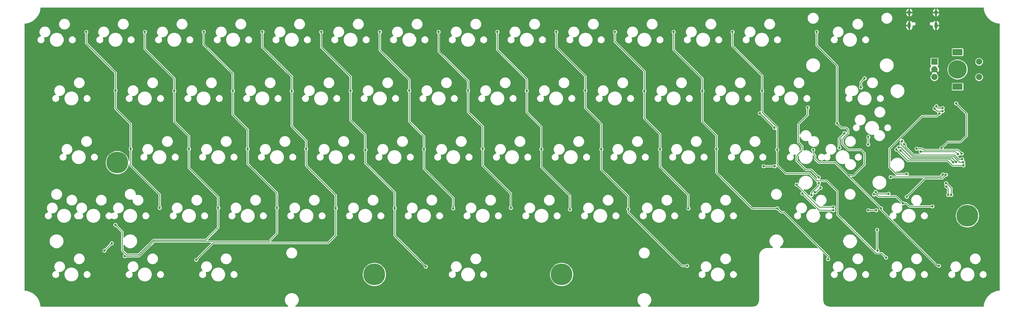
<source format=gtl>
G04 #@! TF.GenerationSoftware,KiCad,Pcbnew,(5.1.0-0)*
G04 #@! TF.CreationDate,2021-01-29T15:13:06+00:00*
G04 #@! TF.ProjectId,PULSE,50554c53-452e-46b6-9963-61645f706362,rev?*
G04 #@! TF.SameCoordinates,Original*
G04 #@! TF.FileFunction,Copper,L1,Top*
G04 #@! TF.FilePolarity,Positive*
%FSLAX46Y46*%
G04 Gerber Fmt 4.6, Leading zero omitted, Abs format (unit mm)*
G04 Created by KiCad (PCBNEW (5.1.0-0)) date 2021-01-29 15:13:06*
%MOMM*%
%LPD*%
G04 APERTURE LIST*
%ADD10R,2.000000X2.000000*%
%ADD11C,2.000000*%
%ADD12R,3.200000X2.000000*%
%ADD13C,6.000000*%
%ADD14C,7.000000*%
%ADD15O,1.000000X1.600000*%
%ADD16O,1.000000X2.100000*%
%ADD17C,0.800000*%
%ADD18C,0.250000*%
%ADD19C,0.254000*%
G04 APERTURE END LIST*
D10*
X182165778Y21431268D03*
D11*
X182165778Y18931268D03*
X182165778Y16431268D03*
D12*
X189665778Y24531268D03*
X189665778Y13331268D03*
D11*
X196665778Y21431268D03*
X196665778Y16431268D03*
D13*
X189665778Y18931268D03*
D14*
X61315900Y-47624000D03*
X595300Y-47624000D03*
X192877200Y-28574400D03*
X-82746700Y-11310700D03*
D15*
X182670000Y37400000D03*
X174030000Y37400000D03*
D16*
X182670000Y33220000D03*
X174030000Y33220000D03*
D17*
X160734240Y-2976560D03*
X160703628Y-5430076D03*
X125570515Y4722179D03*
X130333011Y-40317D03*
X152995184Y-1785936D03*
X151347000Y-6548432D03*
X189200000Y7925000D03*
X184500000Y-6544710D03*
X130373328Y-12501552D03*
X126801456Y-12501552D03*
X142300000Y-21900000D03*
X144657900Y-17988700D03*
X144657900Y-16092000D03*
X141088944Y6548432D03*
X-84534304Y-37504656D03*
X-86915552Y-39885904D03*
X163703000Y-39878006D03*
X163576000Y-33147000D03*
X191000000Y-8400000D03*
X176400000Y-6800000D03*
X-92800000Y31100000D03*
X-83300000Y12100000D03*
X-69000000Y-26000000D03*
X-78400000Y-6900000D03*
X177703157Y-7719720D03*
X189800000Y-8600000D03*
X-64262000Y11962000D03*
X-73800000Y31100000D03*
X-59500000Y-6900000D03*
X-50000000Y-26000000D03*
X-83343680Y-31551536D03*
X172344754Y-5339761D03*
X191200000Y-10219720D03*
X-45300000Y12000000D03*
X-40500000Y-6900000D03*
X-31000000Y-26000000D03*
X-80367120Y-41671840D03*
X171704000Y-4318000D03*
X-54737000Y31115000D03*
X191491840Y-11200000D03*
X-35700000Y31100000D03*
X-11900000Y-26100000D03*
X-21500000Y-6900000D03*
X-26193200Y11906000D03*
X-57149952Y-42862464D03*
X170561000Y-6350000D03*
X189269142Y-11130858D03*
X169854459Y-7057688D03*
X-7100000Y12000000D03*
X17272000Y-45085000D03*
X7200000Y-26100000D03*
X-2300000Y-7200000D03*
X-16637000Y31115000D03*
X191600000Y-12200000D03*
X2400000Y31100000D03*
X11900000Y12100000D03*
X16700000Y-7000000D03*
X171200660Y-7361340D03*
X26162000Y-26162000D03*
X188272289Y-11210159D03*
X137514300Y-18454300D03*
X149423312Y-25789037D03*
X21400000Y31100000D03*
X31000000Y12100000D03*
X35700000Y-6800000D03*
X44831000Y-26035000D03*
X171915480Y-24500000D03*
X181500000Y-25500000D03*
X162556213Y-21664904D03*
X163115488Y-20835920D03*
X167282672Y-21431232D03*
X50000000Y12000000D03*
X40500000Y31100000D03*
X54737000Y-6985000D03*
X64008000Y-26543000D03*
X69000000Y12100000D03*
X59600000Y31100000D03*
X101981000Y-44831000D03*
X74168000Y-6985000D03*
X82931000Y-26416000D03*
X186051298Y-19051298D03*
X186600000Y-21800000D03*
X78600000Y31100000D03*
X139367347Y-21332653D03*
X102400000Y-26200000D03*
X163321998Y-26789040D03*
X160734240Y-26789040D03*
X149423312Y-26789040D03*
X88138000Y11938000D03*
X93218000Y-6985000D03*
X173200000Y-22400000D03*
X185883680Y-15286682D03*
X97600000Y31100000D03*
X147701000Y-42672000D03*
X106934000Y11938000D03*
X111506000Y-6858000D03*
X131191000Y-26162000D03*
X143467300Y-20965608D03*
X145253200Y-19515608D03*
X184888455Y-15189059D03*
X168000000Y-16000000D03*
X126300000Y12000000D03*
X116700000Y31100000D03*
X166497000Y-42164000D03*
X131191000Y-7112000D03*
X185916840Y-18000000D03*
X187600000Y-21800000D03*
X142874880Y-7143744D03*
X164846000Y-26162000D03*
X150622000Y1397000D03*
X183642000Y-44831000D03*
X144018000Y31115000D03*
X173200000Y-15000000D03*
X183800000Y4600000D03*
X184812653Y6387347D03*
X182800000Y7000000D03*
X182200000Y6200000D03*
X184799839Y5387428D03*
X159543616Y16073424D03*
X158352992Y13096864D03*
X183500000Y-5100000D03*
X186200000Y-3800000D03*
D18*
X160734240Y-5399464D02*
X160703628Y-5430076D01*
X160734240Y-2976560D02*
X160734240Y-5399464D01*
X130333011Y-40317D02*
X125570515Y4722179D01*
X151209248Y-3571872D02*
X152995184Y-1785936D01*
X151209248Y-5844995D02*
X151209248Y-3571872D01*
X151347000Y-6548432D02*
X151347000Y-5982747D01*
X151347000Y-5982747D02*
X151209248Y-5844995D01*
X192600000Y-2600000D02*
X192600000Y4525000D01*
X190600000Y-4600000D02*
X192600000Y-2600000D01*
X186444710Y-4600000D02*
X190600000Y-4600000D01*
X192600000Y4525000D02*
X189200000Y7925000D01*
X184500000Y-6544710D02*
X186444710Y-4600000D01*
X126801456Y-12501552D02*
X130373328Y-12501552D01*
X142300000Y-21900000D02*
X142300000Y-21059906D01*
X142300000Y-21059906D02*
X144657900Y-18702006D01*
X144657900Y-16092000D02*
X142257800Y-13691900D01*
X137517072Y-10718172D02*
X137517072Y-9069704D01*
X142257800Y-13691900D02*
X140490800Y-13691900D01*
X139303008Y-5955808D02*
X138109600Y-4762400D01*
X140490800Y-13691900D02*
X137517072Y-10718172D01*
X138109600Y1190600D02*
X138112360Y1190600D01*
X137517072Y-9069704D02*
X139303008Y-7283768D01*
X138112360Y1190600D02*
X141088944Y4167184D01*
X139303008Y-7283768D02*
X139303008Y-5955808D01*
X141088944Y4167184D02*
X141088944Y6548432D01*
X138109600Y-4762400D02*
X138109600Y1190600D01*
X144657900Y-18702006D02*
X144657900Y-17988700D01*
X-86915552Y-39885904D02*
X-84534304Y-37504656D01*
X163576000Y-39751006D02*
X163703000Y-39878006D01*
X163576000Y-33147000D02*
X163576000Y-39751006D01*
X176400000Y-6800000D02*
X178230290Y-6800000D01*
X189869710Y-7269710D02*
X191000000Y-8400000D01*
X178700000Y-7269710D02*
X189869710Y-7269710D01*
X178230290Y-6800000D02*
X178700000Y-7269710D01*
X-92800000Y31100000D02*
X-92800000Y27400000D01*
X-92800000Y27400000D02*
X-83300000Y17900000D01*
X-83300000Y12100000D02*
X-83300000Y17900000D01*
X-78400000Y1300000D02*
X-83300000Y6200000D01*
X-83300000Y6200000D02*
X-83300000Y12100000D01*
X-78400000Y-6900000D02*
X-78400000Y1300000D01*
X-78400000Y-12300000D02*
X-69000000Y-21700000D01*
X-69000000Y-21700000D02*
X-69000000Y-26000000D01*
X-78400000Y-6900000D02*
X-78400000Y-12300000D01*
X177703157Y-7719720D02*
X188919720Y-7719720D01*
X188919720Y-7719720D02*
X189800000Y-8600000D01*
X-64262000Y11962000D02*
X-64262000Y16002000D01*
X-64262000Y16002000D02*
X-73800000Y25540000D01*
X-73800000Y25540000D02*
X-73800000Y31100000D01*
X-59500000Y-6900000D02*
X-59500000Y-2730000D01*
X-64262000Y2032000D02*
X-64262000Y11962000D01*
X-59500000Y-2730000D02*
X-64262000Y2032000D01*
X-59500000Y-13000000D02*
X-59500000Y-6900000D01*
X-50000000Y-22500000D02*
X-59500000Y-13000000D01*
X-50000000Y-26000000D02*
X-50000000Y-22500000D01*
X-54058590Y-36458590D02*
X-50000000Y-32400000D01*
X-50000000Y-32400000D02*
X-50000000Y-26000000D01*
X-71027100Y-36458590D02*
X-54058590Y-36458590D01*
X-82749016Y-32146200D02*
X-82746700Y-32146200D01*
X-83343680Y-31551536D02*
X-82749016Y-32146200D01*
X-82746700Y-32146200D02*
X-81092121Y-33800779D01*
X-81092121Y-33800779D02*
X-81092121Y-39873837D01*
X-79744128Y-41221830D02*
X-75791024Y-41221830D01*
X-75791024Y-41221830D02*
X-72219153Y-37649959D01*
X-72218469Y-37649959D02*
X-71027100Y-36458590D01*
X-72219153Y-37649959D02*
X-72218469Y-37649959D01*
X-81092121Y-39873837D02*
X-79744128Y-41221830D01*
X172744753Y-5739760D02*
X172344754Y-5339761D01*
X175409313Y-8867569D02*
X172744753Y-6203009D01*
X172744753Y-6203009D02*
X172744753Y-5739760D01*
X175409313Y-8867569D02*
X188667569Y-8867569D01*
X190019720Y-10219720D02*
X191200000Y-10219720D01*
X188667569Y-8867569D02*
X190019720Y-10219720D01*
X-54737000Y27051000D02*
X-45293000Y17607000D01*
X-45300000Y17600000D02*
X-45293000Y17607000D01*
X-45300000Y12000000D02*
X-45300000Y17600000D01*
X-40500000Y-600000D02*
X-45300000Y4200000D01*
X-45300000Y4200000D02*
X-45300000Y12000000D01*
X-40500000Y-6900000D02*
X-40500000Y-600000D01*
X-39754000Y-12446000D02*
X-40500000Y-11700000D01*
X-40500000Y-11700000D02*
X-40500000Y-6900000D01*
X-39751000Y-12446000D02*
X-39754000Y-12446000D01*
X-31000000Y-26000000D02*
X-31000000Y-21197000D01*
X-31000000Y-21197000D02*
X-39751000Y-12446000D01*
X-33608600Y-36908600D02*
X-31000000Y-34300000D01*
X-31000000Y-34300000D02*
X-31000000Y-26000000D01*
X-70840700Y-36908600D02*
X-33608600Y-36908600D01*
X-72032068Y-38099968D02*
X-70840700Y-36908600D01*
X-72032752Y-38099968D02*
X-72032068Y-38099968D01*
X-75604624Y-41671840D02*
X-80367120Y-41671840D01*
X-72032752Y-38099968D02*
X-75604624Y-41671840D01*
X171304001Y-5398668D02*
X171304001Y-4717999D01*
X175223302Y-9317969D02*
X171304001Y-5398668D01*
X171304001Y-4717999D02*
X171704000Y-4318000D01*
X-54737000Y31115000D02*
X-54737000Y27051000D01*
X178482031Y-9317969D02*
X178482421Y-9317579D01*
X175223302Y-9317969D02*
X178482031Y-9317969D01*
X178482031Y-9317969D02*
X188481559Y-9317969D01*
X190363590Y-11200000D02*
X191491840Y-11200000D01*
X188481559Y-9317969D02*
X190363590Y-11200000D01*
X-35700000Y31100000D02*
X-35700000Y26175200D01*
X-35700000Y26175200D02*
X-26193200Y16668400D01*
X-26193200Y16668400D02*
X-26193200Y11906000D01*
X-11900000Y-24200000D02*
X-11900000Y-24400000D01*
X-11900000Y-24400000D02*
X-11900000Y-26100000D01*
X-11900000Y-21900000D02*
X-11900000Y-24400000D01*
X-21500000Y-12300000D02*
X-11900000Y-21900000D01*
X-21500000Y-6900000D02*
X-21500000Y-12300000D01*
X-14358610Y-37358610D02*
X-11900000Y-34900000D01*
X-11900000Y-34900000D02*
X-11900000Y-26100000D01*
X-51658610Y-37358610D02*
X-14358610Y-37358610D01*
X-54700000Y-40400000D02*
X-51658610Y-37358610D01*
X-54700000Y-40412512D02*
X-54700000Y-40400000D01*
X-57149952Y-42862464D02*
X-54700000Y-40412512D01*
X-26193200Y493200D02*
X-21500000Y-4200000D01*
X-21500000Y-4200000D02*
X-21500000Y-6900000D01*
X-26193200Y11906000D02*
X-26193200Y493200D01*
X171253002Y-6350000D02*
X174670982Y-9767980D01*
X170561000Y-6350000D02*
X171253002Y-6350000D01*
X187906264Y-9767980D02*
X189269142Y-11130858D01*
X174670982Y-9767980D02*
X187906264Y-9767980D01*
X170254458Y-7457687D02*
X169854459Y-7057688D01*
X173473386Y-10676614D02*
X170254458Y-7457687D01*
X-7100000Y12000000D02*
X-7100000Y16625000D01*
X-7100000Y16625000D02*
X-16637000Y26162000D01*
X-7100000Y2400000D02*
X-7100000Y12000000D01*
X-2400000Y-2300000D02*
X-7100000Y2400000D01*
X7200000Y-26100000D02*
X7200000Y-35013000D01*
X7200000Y-35013000D02*
X17272000Y-45085000D01*
X7200000Y-23500000D02*
X7200000Y-23900000D01*
X7200000Y-23900000D02*
X7200000Y-26100000D01*
X-2300000Y-7200000D02*
X-2300000Y-11500000D01*
X-2300000Y-11500000D02*
X7200000Y-21000000D01*
X7200000Y-21000000D02*
X7200000Y-23900000D01*
X-2400000Y-2300000D02*
X-2400000Y-7100000D01*
X-2400000Y-7100000D02*
X-2300000Y-7200000D01*
X-16637000Y31115000D02*
X-16637000Y26162000D01*
X175123386Y-10676614D02*
X175131999Y-10668001D01*
X173473386Y-10676614D02*
X175123386Y-10676614D01*
X175723386Y-10676614D02*
X175731999Y-10668001D01*
X175123386Y-10676614D02*
X175723386Y-10676614D01*
X176123386Y-10676614D02*
X176131999Y-10668001D01*
X175723386Y-10676614D02*
X176123386Y-10676614D01*
X176131999Y-10668001D02*
X186468001Y-10668001D01*
X188000000Y-12200000D02*
X191600000Y-12200000D01*
X186468001Y-10668001D02*
X188000000Y-12200000D01*
X2400000Y31100000D02*
X2400000Y25159000D01*
X2400000Y25159000D02*
X11900000Y15659000D01*
X11900000Y15659000D02*
X11900000Y12100000D01*
X11900000Y2000000D02*
X11900000Y12100000D01*
X16700000Y-2800000D02*
X11900000Y2000000D01*
X16700000Y-7000000D02*
X16700000Y-2800000D01*
X16700000Y-7000000D02*
X16700000Y-13271000D01*
X16700000Y-13271000D02*
X26162000Y-22733000D01*
X26162000Y-22733000D02*
X26162000Y-26162000D01*
X171200660Y-7361340D02*
X174057311Y-10217991D01*
X187283273Y-10217991D02*
X188265282Y-11200000D01*
X174057311Y-10217991D02*
X187283273Y-10217991D01*
X188265282Y-11203152D02*
X188272289Y-11210159D01*
X188265282Y-11200000D02*
X188265282Y-11203152D01*
X137514300Y-18454300D02*
X144849037Y-25789037D01*
X144849037Y-25789037D02*
X149423312Y-25789037D01*
X21463000Y30861000D02*
X21463000Y30637000D01*
X21463000Y30637000D02*
X21463000Y24765000D01*
X21400000Y31100000D02*
X21463000Y31037000D01*
X21463000Y31037000D02*
X21463000Y30637000D01*
X31000000Y15228000D02*
X21463000Y24765000D01*
X31000000Y12100000D02*
X31000000Y15228000D01*
X35700000Y400000D02*
X31000000Y5100000D01*
X31000000Y5100000D02*
X31000000Y12100000D01*
X35700000Y-6800000D02*
X35700000Y400000D01*
X44831000Y-21431000D02*
X35700000Y-12300000D01*
X35700000Y-12300000D02*
X35700000Y-6800000D01*
X44831000Y-21431000D02*
X44831000Y-26035000D01*
X173000000Y-24500000D02*
X174000000Y-25500000D01*
X171915480Y-24500000D02*
X173000000Y-24500000D01*
X174000000Y-25500000D02*
X181500000Y-25500000D01*
X169730327Y-22314847D02*
X171915480Y-24500000D01*
X163958005Y-22314847D02*
X169730327Y-22314847D01*
X163308062Y-21664904D02*
X163958005Y-22314847D01*
X162556213Y-21664904D02*
X163308062Y-21664904D01*
X163710800Y-21431232D02*
X167282672Y-21431232D01*
X163115488Y-20835920D02*
X163710800Y-21431232D01*
X50000000Y12000000D02*
X50000000Y15786000D01*
X50000000Y15786000D02*
X40480400Y25305600D01*
X40480400Y25305600D02*
X40480400Y30680400D01*
X54737000Y263000D02*
X50000000Y5000000D01*
X50000000Y5000000D02*
X50000000Y12000000D01*
X40480400Y30955600D02*
X40480400Y30680400D01*
X40500000Y31100000D02*
X40480400Y31080400D01*
X40480400Y31080400D02*
X40480400Y30680400D01*
X54737000Y-6985000D02*
X54737000Y-12700000D01*
X54737000Y263000D02*
X54737000Y-6985000D01*
X64008000Y-21971000D02*
X64008000Y-26543000D01*
X54737000Y-12700000D02*
X64008000Y-21971000D01*
X59600000Y31100000D02*
X59600000Y26200000D01*
X59600000Y26200000D02*
X69000000Y16800000D01*
X69000000Y16800000D02*
X69000000Y12100000D01*
X74168000Y1232000D02*
X69000000Y6400000D01*
X69000000Y6400000D02*
X69000000Y12100000D01*
X100330000Y-44831000D02*
X101981000Y-44831000D01*
X82931000Y-27432000D02*
X100330000Y-44831000D01*
X82931000Y-26416000D02*
X82931000Y-27432000D01*
X74168000Y-6985000D02*
X74168000Y-13589000D01*
X74168000Y1232000D02*
X74168000Y-6985000D01*
X82931000Y-22352000D02*
X82931000Y-26416000D01*
X74168000Y-13589000D02*
X82931000Y-22352000D01*
X186600000Y-19600000D02*
X186051298Y-19051298D01*
X186600000Y-21800000D02*
X186600000Y-19600000D01*
X78579600Y30955600D02*
X78579600Y30620400D01*
X78579600Y30620400D02*
X78579600Y27973400D01*
X78600000Y31100000D02*
X78579600Y31079600D01*
X78579600Y31079600D02*
X78579600Y30620400D01*
X139367347Y-21332653D02*
X144823734Y-26789040D01*
X144823734Y-26789040D02*
X149423312Y-26789040D01*
X93218000Y-12618000D02*
X102400000Y-21800000D01*
X102400000Y-21800000D02*
X102400000Y-26200000D01*
X93218000Y-6985000D02*
X93218000Y-12618000D01*
X78579600Y27973400D02*
X88138000Y18415000D01*
X88138000Y18415000D02*
X88138000Y11938000D01*
X160734240Y-26789040D02*
X163321998Y-26789040D01*
X88138000Y11938000D02*
X88138000Y3048000D01*
X93218000Y-2032000D02*
X93218000Y-6985000D01*
X88138000Y3048000D02*
X93218000Y-2032000D01*
X184770362Y-16400000D02*
X185883680Y-15286682D01*
X179200000Y-16400000D02*
X184770362Y-16400000D01*
X173200000Y-22400000D02*
X179200000Y-16400000D01*
X97629200Y30955600D02*
X97629200Y30670800D01*
X97600000Y31100000D02*
X97629200Y31070800D01*
X97629200Y31070800D02*
X97629200Y30670800D01*
X97629200Y30670800D02*
X97629200Y25306800D01*
X97629200Y25306800D02*
X106934000Y16002000D01*
X106934000Y16002000D02*
X106934000Y11938000D01*
X147701000Y-42672000D02*
X147701000Y-41737600D01*
X147701000Y-41737600D02*
X133347200Y-27383800D01*
X132412800Y-27383800D02*
X131191000Y-26162000D01*
X133347200Y-27383800D02*
X132412800Y-27383800D01*
X106934000Y11938000D02*
X106934000Y2032000D01*
X111506000Y-6858000D02*
X111506000Y-14605000D01*
X111506000Y-2540000D02*
X111506000Y-6858000D01*
X123063000Y-26162000D02*
X131191000Y-26162000D01*
X111506000Y-14605000D02*
X123063000Y-26162000D01*
X106934000Y2032000D02*
X111506000Y-2540000D01*
X143803200Y-20965608D02*
X145253200Y-19515608D01*
X143467300Y-20965608D02*
X143803200Y-20965608D01*
X184888455Y-15189059D02*
X184127524Y-15949990D01*
X168050010Y-15949990D02*
X168000000Y-16000000D01*
X184127524Y-15949990D02*
X168050010Y-15949990D01*
X126300000Y12000000D02*
X126300000Y16956000D01*
X126300000Y16956000D02*
X116678800Y26577200D01*
X116678800Y26577200D02*
X116678800Y30621200D01*
X126309000Y5009000D02*
X131191000Y127000D01*
X126309000Y5009000D02*
X126309000Y11991000D01*
X126309000Y11991000D02*
X126300000Y12000000D01*
X116678800Y30955600D02*
X116678800Y30621200D01*
X116700000Y31100000D02*
X116678800Y31078800D01*
X116678800Y31078800D02*
X116678800Y30621200D01*
X147311700Y-17263700D02*
X150749000Y-20701000D01*
X131191000Y-7112000D02*
X131191000Y-12131000D01*
X131191000Y-12131000D02*
X133942500Y-14882500D01*
X133942500Y-14882500D02*
X141681400Y-14882500D01*
X141681400Y-14882500D02*
X144062600Y-17263700D01*
X144062600Y-17263700D02*
X147311700Y-17263700D01*
X166497000Y-42164000D02*
X165052999Y-40719999D01*
X165052999Y-40719999D02*
X163274999Y-40719999D01*
X163274999Y-40719999D02*
X150749000Y-28194000D01*
X150749000Y-28194000D02*
X150749000Y-20701000D01*
X131191000Y127000D02*
X131191000Y-7112000D01*
X187600000Y-19526998D02*
X186073002Y-18000000D01*
X186073002Y-18000000D02*
X185916840Y-18000000D01*
X187600000Y-21800000D02*
X187600000Y-19526998D01*
X150622000Y20122000D02*
X150622000Y1397000D01*
X144018000Y31115000D02*
X144018000Y26726000D01*
X144018000Y26726000D02*
X150622000Y20122000D01*
X154172250Y-15488250D02*
X149994928Y-11310928D01*
X149994928Y-11310928D02*
X144658128Y-11310928D01*
X143467300Y-10120100D02*
X143467300Y-8929500D01*
X144658128Y-11310928D02*
X143467300Y-10120100D01*
X143467300Y-8929500D02*
X142874880Y-8337080D01*
X142874880Y-8337080D02*
X142874880Y-7143744D01*
X152019000Y0D02*
X153587400Y0D01*
X154182700Y-595300D02*
X154182700Y-1785900D01*
X158349800Y-7143600D02*
X159540400Y-8334200D01*
X154182700Y-1785900D02*
X152396800Y-3571800D01*
X153587400Y0D02*
X154182700Y-595300D01*
X152396800Y-3571800D02*
X152396800Y-5357700D01*
X155958150Y-15488250D02*
X154172250Y-15488250D01*
X152396800Y-5357700D02*
X154182700Y-7143600D01*
X150622000Y1397000D02*
X152019000Y0D01*
X159540400Y-8334200D02*
X159540400Y-11906000D01*
X154182700Y-7143600D02*
X158349800Y-7143600D01*
X159540400Y-11906000D02*
X155958150Y-15488250D01*
X154172250Y-15488250D02*
X164846000Y-26162000D01*
X183076315Y-44831000D02*
X164846000Y-26600685D01*
X164846000Y-26600685D02*
X164846000Y-26162000D01*
X183642000Y-44831000D02*
X183076315Y-44831000D01*
X178200000Y3800000D02*
X167600000Y-6800000D01*
X169810026Y-15000000D02*
X173200000Y-15000000D01*
X167600000Y-12789974D02*
X169810026Y-15000000D01*
X167600000Y-6800000D02*
X167600000Y-12789974D01*
X178200000Y3800000D02*
X183000000Y3800000D01*
X183000000Y3800000D02*
X183800000Y4600000D01*
X183400000Y6400000D02*
X184800000Y6400000D01*
X184800000Y6400000D02*
X184812653Y6387347D01*
X182800000Y7000000D02*
X183400000Y6400000D01*
X183012572Y5387428D02*
X184799839Y5387428D01*
X182200000Y6200000D02*
X183012572Y5387428D01*
X158352992Y13096864D02*
X158352992Y14882800D01*
X158352992Y14882800D02*
X159543616Y16073424D01*
X184900000Y-5100000D02*
X186200000Y-3800000D01*
X183500000Y-5100000D02*
X184900000Y-5100000D01*
D19*
G36*
X173317236Y38592369D02*
G01*
X173156839Y38436169D01*
X173029997Y38251678D01*
X172941585Y38045987D01*
X172895000Y37827000D01*
X172895000Y37527000D01*
X173903000Y37527000D01*
X173903000Y37547000D01*
X174157000Y37547000D01*
X174157000Y37527000D01*
X175165000Y37527000D01*
X175165000Y37827000D01*
X175118415Y38045987D01*
X175030003Y38251678D01*
X174903161Y38436169D01*
X174742764Y38592369D01*
X174683783Y38630658D01*
X182016217Y38630658D01*
X181957236Y38592369D01*
X181796839Y38436169D01*
X181669997Y38251678D01*
X181581585Y38045987D01*
X181535000Y37827000D01*
X181535000Y37527000D01*
X182543000Y37527000D01*
X182543000Y37547000D01*
X182797000Y37547000D01*
X182797000Y37527000D01*
X183805000Y37527000D01*
X183805000Y37827000D01*
X183758415Y38045987D01*
X183670003Y38251678D01*
X183543161Y38436169D01*
X183382764Y38592369D01*
X183323783Y38630658D01*
X197795073Y38630658D01*
X197821365Y38330139D01*
X197841343Y38216842D01*
X198075947Y37341285D01*
X198075948Y37341282D01*
X198115296Y37233175D01*
X198498377Y36411656D01*
X198555900Y36312023D01*
X198555904Y36312018D01*
X199075816Y35569506D01*
X199149766Y35481376D01*
X199149772Y35481371D01*
X199790718Y34840424D01*
X199878848Y34766474D01*
X199878854Y34766471D01*
X200621360Y34246562D01*
X200621365Y34246558D01*
X200720998Y34189035D01*
X201542517Y33805954D01*
X201650624Y33766606D01*
X201650627Y33766605D01*
X202526183Y33532001D01*
X202639481Y33512024D01*
X202940000Y33485732D01*
X202940001Y-52531753D01*
X202638787Y-52558106D01*
X202525489Y-52578083D01*
X202525486Y-52578084D01*
X201649260Y-52812867D01*
X201649257Y-52812868D01*
X201541150Y-52852216D01*
X200719000Y-53235591D01*
X200692138Y-53251100D01*
X200619368Y-53293113D01*
X199876289Y-53813423D01*
X199876281Y-53813428D01*
X199788151Y-53887378D01*
X199146710Y-54528820D01*
X199146704Y-54528825D01*
X199072754Y-54616955D01*
X198552439Y-55360043D01*
X198543220Y-55376011D01*
X198494917Y-55459675D01*
X198111542Y-56281824D01*
X198076731Y-56377468D01*
X198072194Y-56389932D01*
X197837410Y-57266160D01*
X197837409Y-57266163D01*
X197817432Y-57379461D01*
X197791079Y-57680674D01*
X148265216Y-57680674D01*
X147899225Y-57644788D01*
X147578225Y-57547873D01*
X147282163Y-57390453D01*
X147022315Y-57178527D01*
X146808578Y-56920162D01*
X146649096Y-56625206D01*
X146549942Y-56304894D01*
X146511685Y-55940901D01*
X146511685Y-47476278D01*
X148191250Y-47476278D01*
X148191250Y-47773722D01*
X148249279Y-48065451D01*
X148363106Y-48340253D01*
X148528357Y-48587569D01*
X148738681Y-48797893D01*
X148985997Y-48963144D01*
X149260799Y-49076971D01*
X149552528Y-49135000D01*
X149849972Y-49135000D01*
X150141701Y-49076971D01*
X150416503Y-48963144D01*
X150663819Y-48797893D01*
X150874143Y-48587569D01*
X151039394Y-48340253D01*
X151153221Y-48065451D01*
X151211250Y-47773722D01*
X151211250Y-47476278D01*
X151160273Y-47220000D01*
X151181529Y-47220000D01*
X151594006Y-47137953D01*
X151982552Y-46977012D01*
X152288958Y-46772279D01*
X152253377Y-46858178D01*
X152152350Y-47366076D01*
X152152350Y-47883924D01*
X152253377Y-48391822D01*
X152451549Y-48870251D01*
X152739250Y-49300826D01*
X153105424Y-49667000D01*
X153535999Y-49954701D01*
X154014428Y-50152873D01*
X154522326Y-50253900D01*
X155040174Y-50253900D01*
X155548072Y-50152873D01*
X156026501Y-49954701D01*
X156457076Y-49667000D01*
X156823250Y-49300826D01*
X157110951Y-48870251D01*
X157309123Y-48391822D01*
X157410150Y-47883924D01*
X157410150Y-47476278D01*
X158351250Y-47476278D01*
X158351250Y-47773722D01*
X158409279Y-48065451D01*
X158523106Y-48340253D01*
X158688357Y-48587569D01*
X158898681Y-48797893D01*
X159145997Y-48963144D01*
X159420799Y-49076971D01*
X159712528Y-49135000D01*
X160009972Y-49135000D01*
X160301701Y-49076971D01*
X160576503Y-48963144D01*
X160823819Y-48797893D01*
X161034143Y-48587569D01*
X161199394Y-48340253D01*
X161313221Y-48065451D01*
X161371250Y-47773722D01*
X161371250Y-47476278D01*
X167241250Y-47476278D01*
X167241250Y-47773722D01*
X167299279Y-48065451D01*
X167413106Y-48340253D01*
X167578357Y-48587569D01*
X167788681Y-48797893D01*
X168035997Y-48963144D01*
X168310799Y-49076971D01*
X168602528Y-49135000D01*
X168899972Y-49135000D01*
X169191701Y-49076971D01*
X169466503Y-48963144D01*
X169713819Y-48797893D01*
X169924143Y-48587569D01*
X170089394Y-48340253D01*
X170203221Y-48065451D01*
X170261250Y-47773722D01*
X170261250Y-47476278D01*
X170210273Y-47220000D01*
X170231529Y-47220000D01*
X170644006Y-47137953D01*
X171032552Y-46977012D01*
X171338958Y-46772279D01*
X171303377Y-46858178D01*
X171202350Y-47366076D01*
X171202350Y-47883924D01*
X171303377Y-48391822D01*
X171501549Y-48870251D01*
X171789250Y-49300826D01*
X172155424Y-49667000D01*
X172585999Y-49954701D01*
X173064428Y-50152873D01*
X173572326Y-50253900D01*
X174090174Y-50253900D01*
X174598072Y-50152873D01*
X175076501Y-49954701D01*
X175507076Y-49667000D01*
X175873250Y-49300826D01*
X176160951Y-48870251D01*
X176359123Y-48391822D01*
X176460150Y-47883924D01*
X176460150Y-47476278D01*
X177401250Y-47476278D01*
X177401250Y-47773722D01*
X177459279Y-48065451D01*
X177573106Y-48340253D01*
X177738357Y-48587569D01*
X177948681Y-48797893D01*
X178195997Y-48963144D01*
X178470799Y-49076971D01*
X178762528Y-49135000D01*
X179059972Y-49135000D01*
X179351701Y-49076971D01*
X179626503Y-48963144D01*
X179873819Y-48797893D01*
X180084143Y-48587569D01*
X180249394Y-48340253D01*
X180363221Y-48065451D01*
X180421250Y-47773722D01*
X180421250Y-47476278D01*
X186291250Y-47476278D01*
X186291250Y-47773722D01*
X186349279Y-48065451D01*
X186463106Y-48340253D01*
X186628357Y-48587569D01*
X186838681Y-48797893D01*
X187085997Y-48963144D01*
X187360799Y-49076971D01*
X187652528Y-49135000D01*
X187949972Y-49135000D01*
X188241701Y-49076971D01*
X188516503Y-48963144D01*
X188763819Y-48797893D01*
X188974143Y-48587569D01*
X189139394Y-48340253D01*
X189253221Y-48065451D01*
X189311250Y-47773722D01*
X189311250Y-47476278D01*
X189260273Y-47220000D01*
X189281529Y-47220000D01*
X189694006Y-47137953D01*
X190082552Y-46977012D01*
X190388958Y-46772279D01*
X190353377Y-46858178D01*
X190252350Y-47366076D01*
X190252350Y-47883924D01*
X190353377Y-48391822D01*
X190551549Y-48870251D01*
X190839250Y-49300826D01*
X191205424Y-49667000D01*
X191635999Y-49954701D01*
X192114428Y-50152873D01*
X192622326Y-50253900D01*
X193140174Y-50253900D01*
X193648072Y-50152873D01*
X194126501Y-49954701D01*
X194557076Y-49667000D01*
X194923250Y-49300826D01*
X195210951Y-48870251D01*
X195409123Y-48391822D01*
X195510150Y-47883924D01*
X195510150Y-47476278D01*
X196451250Y-47476278D01*
X196451250Y-47773722D01*
X196509279Y-48065451D01*
X196623106Y-48340253D01*
X196788357Y-48587569D01*
X196998681Y-48797893D01*
X197245997Y-48963144D01*
X197520799Y-49076971D01*
X197812528Y-49135000D01*
X198109972Y-49135000D01*
X198401701Y-49076971D01*
X198676503Y-48963144D01*
X198923819Y-48797893D01*
X199134143Y-48587569D01*
X199299394Y-48340253D01*
X199413221Y-48065451D01*
X199471250Y-47773722D01*
X199471250Y-47476278D01*
X199413221Y-47184549D01*
X199299394Y-46909747D01*
X199134143Y-46662431D01*
X198923819Y-46452107D01*
X198676503Y-46286856D01*
X198401701Y-46173029D01*
X198109972Y-46115000D01*
X197812528Y-46115000D01*
X197520799Y-46173029D01*
X197245997Y-46286856D01*
X196998681Y-46452107D01*
X196788357Y-46662431D01*
X196623106Y-46909747D01*
X196509279Y-47184549D01*
X196451250Y-47476278D01*
X195510150Y-47476278D01*
X195510150Y-47366076D01*
X195409123Y-46858178D01*
X195210951Y-46379749D01*
X194923250Y-45949174D01*
X194557076Y-45583000D01*
X194126501Y-45295299D01*
X193648072Y-45097127D01*
X193140174Y-44996100D01*
X192622326Y-44996100D01*
X192114428Y-45097127D01*
X191635999Y-45295299D01*
X191205424Y-45583000D01*
X191135013Y-45653411D01*
X191206250Y-45295279D01*
X191206250Y-44874721D01*
X191124203Y-44462244D01*
X190963262Y-44073698D01*
X190729613Y-43724017D01*
X190432233Y-43426637D01*
X190082552Y-43192988D01*
X189694006Y-43032047D01*
X189281529Y-42950000D01*
X188860971Y-42950000D01*
X188448494Y-43032047D01*
X188059948Y-43192988D01*
X187710267Y-43426637D01*
X187412887Y-43724017D01*
X187179238Y-44073698D01*
X187018297Y-44462244D01*
X186936250Y-44874721D01*
X186936250Y-45295279D01*
X187018297Y-45707756D01*
X187179238Y-46096302D01*
X187258749Y-46215299D01*
X187085997Y-46286856D01*
X186838681Y-46452107D01*
X186628357Y-46662431D01*
X186463106Y-46909747D01*
X186349279Y-47184549D01*
X186291250Y-47476278D01*
X180421250Y-47476278D01*
X180363221Y-47184549D01*
X180249394Y-46909747D01*
X180084143Y-46662431D01*
X179873819Y-46452107D01*
X179626503Y-46286856D01*
X179351701Y-46173029D01*
X179059972Y-46115000D01*
X178762528Y-46115000D01*
X178470799Y-46173029D01*
X178195997Y-46286856D01*
X177948681Y-46452107D01*
X177738357Y-46662431D01*
X177573106Y-46909747D01*
X177459279Y-47184549D01*
X177401250Y-47476278D01*
X176460150Y-47476278D01*
X176460150Y-47366076D01*
X176359123Y-46858178D01*
X176160951Y-46379749D01*
X175873250Y-45949174D01*
X175507076Y-45583000D01*
X175076501Y-45295299D01*
X174598072Y-45097127D01*
X174090174Y-44996100D01*
X173572326Y-44996100D01*
X173064428Y-45097127D01*
X172585999Y-45295299D01*
X172155424Y-45583000D01*
X172085013Y-45653411D01*
X172156250Y-45295279D01*
X172156250Y-44874721D01*
X172074203Y-44462244D01*
X171913262Y-44073698D01*
X171679613Y-43724017D01*
X171382233Y-43426637D01*
X171032552Y-43192988D01*
X170644006Y-43032047D01*
X170231529Y-42950000D01*
X169810971Y-42950000D01*
X169398494Y-43032047D01*
X169009948Y-43192988D01*
X168660267Y-43426637D01*
X168362887Y-43724017D01*
X168129238Y-44073698D01*
X167968297Y-44462244D01*
X167886250Y-44874721D01*
X167886250Y-45295279D01*
X167968297Y-45707756D01*
X168129238Y-46096302D01*
X168208749Y-46215299D01*
X168035997Y-46286856D01*
X167788681Y-46452107D01*
X167578357Y-46662431D01*
X167413106Y-46909747D01*
X167299279Y-47184549D01*
X167241250Y-47476278D01*
X161371250Y-47476278D01*
X161313221Y-47184549D01*
X161199394Y-46909747D01*
X161034143Y-46662431D01*
X160823819Y-46452107D01*
X160576503Y-46286856D01*
X160301701Y-46173029D01*
X160009972Y-46115000D01*
X159712528Y-46115000D01*
X159420799Y-46173029D01*
X159145997Y-46286856D01*
X158898681Y-46452107D01*
X158688357Y-46662431D01*
X158523106Y-46909747D01*
X158409279Y-47184549D01*
X158351250Y-47476278D01*
X157410150Y-47476278D01*
X157410150Y-47366076D01*
X157309123Y-46858178D01*
X157110951Y-46379749D01*
X156823250Y-45949174D01*
X156457076Y-45583000D01*
X156026501Y-45295299D01*
X155548072Y-45097127D01*
X155040174Y-44996100D01*
X154522326Y-44996100D01*
X154014428Y-45097127D01*
X153535999Y-45295299D01*
X153105424Y-45583000D01*
X153035013Y-45653411D01*
X153106250Y-45295279D01*
X153106250Y-44874721D01*
X153024203Y-44462244D01*
X152863262Y-44073698D01*
X152629613Y-43724017D01*
X152332233Y-43426637D01*
X151982552Y-43192988D01*
X151594006Y-43032047D01*
X151181529Y-42950000D01*
X150760971Y-42950000D01*
X150348494Y-43032047D01*
X149959948Y-43192988D01*
X149610267Y-43426637D01*
X149312887Y-43724017D01*
X149079238Y-44073698D01*
X148918297Y-44462244D01*
X148836250Y-44874721D01*
X148836250Y-45295279D01*
X148918297Y-45707756D01*
X149079238Y-46096302D01*
X149158749Y-46215299D01*
X148985997Y-46286856D01*
X148738681Y-46452107D01*
X148528357Y-46662431D01*
X148363106Y-46909747D01*
X148249279Y-47184549D01*
X148191250Y-47476278D01*
X146511685Y-47476278D01*
X146511685Y-41639491D01*
X146509893Y-41621295D01*
X146898944Y-42010345D01*
X146897063Y-42012226D01*
X146783795Y-42181744D01*
X146705774Y-42370102D01*
X146666000Y-42570061D01*
X146666000Y-42773939D01*
X146705774Y-42973898D01*
X146783795Y-43162256D01*
X146897063Y-43331774D01*
X147041226Y-43475937D01*
X147210744Y-43589205D01*
X147399102Y-43667226D01*
X147599061Y-43707000D01*
X147802939Y-43707000D01*
X148002898Y-43667226D01*
X148191256Y-43589205D01*
X148360774Y-43475937D01*
X148504937Y-43331774D01*
X148618205Y-43162256D01*
X148696226Y-42973898D01*
X148736000Y-42773939D01*
X148736000Y-42570061D01*
X148696226Y-42370102D01*
X148681571Y-42334721D01*
X155186250Y-42334721D01*
X155186250Y-42755279D01*
X155268297Y-43167756D01*
X155429238Y-43556302D01*
X155662887Y-43905983D01*
X155960267Y-44203363D01*
X156309948Y-44437012D01*
X156698494Y-44597953D01*
X157110971Y-44680000D01*
X157531529Y-44680000D01*
X157944006Y-44597953D01*
X158332552Y-44437012D01*
X158682233Y-44203363D01*
X158979613Y-43905983D01*
X159213262Y-43556302D01*
X159374203Y-43167756D01*
X159456250Y-42755279D01*
X159456250Y-42334721D01*
X159374203Y-41922244D01*
X159213262Y-41533698D01*
X158979613Y-41184017D01*
X158682233Y-40886637D01*
X158332552Y-40652988D01*
X157944006Y-40492047D01*
X157531529Y-40410000D01*
X157110971Y-40410000D01*
X156698494Y-40492047D01*
X156309948Y-40652988D01*
X155960267Y-40886637D01*
X155662887Y-41184017D01*
X155429238Y-41533698D01*
X155268297Y-41922244D01*
X155186250Y-42334721D01*
X148681571Y-42334721D01*
X148618205Y-42181744D01*
X148504937Y-42012226D01*
X148461000Y-41968289D01*
X148461000Y-41774925D01*
X148464676Y-41737600D01*
X148461000Y-41700275D01*
X148461000Y-41700267D01*
X148450003Y-41588614D01*
X148406546Y-41445353D01*
X148335974Y-41313324D01*
X148241001Y-41197599D01*
X148212003Y-41173801D01*
X133911004Y-26872803D01*
X133887201Y-26843799D01*
X133771476Y-26748826D01*
X133639447Y-26678254D01*
X133496186Y-26634797D01*
X133384533Y-26623800D01*
X133384522Y-26623800D01*
X133347200Y-26620124D01*
X133309878Y-26623800D01*
X132727602Y-26623800D01*
X132226000Y-26122199D01*
X132226000Y-26060061D01*
X132186226Y-25860102D01*
X132108205Y-25671744D01*
X131994937Y-25502226D01*
X131850774Y-25358063D01*
X131681256Y-25244795D01*
X131492898Y-25166774D01*
X131292939Y-25127000D01*
X131089061Y-25127000D01*
X130889102Y-25166774D01*
X130700744Y-25244795D01*
X130531226Y-25358063D01*
X130487289Y-25402000D01*
X123377802Y-25402000D01*
X119353159Y-21377357D01*
X128778000Y-21377357D01*
X128778000Y-21802643D01*
X128860970Y-22219757D01*
X129023719Y-22612670D01*
X129259996Y-22966282D01*
X129560718Y-23267004D01*
X129914330Y-23503281D01*
X130307243Y-23666030D01*
X130724357Y-23749000D01*
X131149643Y-23749000D01*
X131566757Y-23666030D01*
X131959670Y-23503281D01*
X132313282Y-23267004D01*
X132614004Y-22966282D01*
X132850281Y-22612670D01*
X133013030Y-22219757D01*
X133096000Y-21802643D01*
X133096000Y-21377357D01*
X133013030Y-20960243D01*
X132850281Y-20567330D01*
X132614004Y-20213718D01*
X132313282Y-19912996D01*
X131959670Y-19676719D01*
X131566757Y-19513970D01*
X131149643Y-19431000D01*
X130724357Y-19431000D01*
X130307243Y-19513970D01*
X129914330Y-19676719D01*
X129560718Y-19912996D01*
X129259996Y-20213718D01*
X129023719Y-20567330D01*
X128860970Y-20960243D01*
X128778000Y-21377357D01*
X119353159Y-21377357D01*
X112266000Y-14290199D01*
X112266000Y-9376278D01*
X114853750Y-9376278D01*
X114853750Y-9673722D01*
X114911779Y-9965451D01*
X115025606Y-10240253D01*
X115190857Y-10487569D01*
X115401181Y-10697893D01*
X115648497Y-10863144D01*
X115923299Y-10976971D01*
X116215028Y-11035000D01*
X116512472Y-11035000D01*
X116804201Y-10976971D01*
X117079003Y-10863144D01*
X117326319Y-10697893D01*
X117536643Y-10487569D01*
X117701894Y-10240253D01*
X117815721Y-9965451D01*
X117873750Y-9673722D01*
X117873750Y-9376278D01*
X117822773Y-9120000D01*
X117844029Y-9120000D01*
X118256506Y-9037953D01*
X118645052Y-8877012D01*
X118951458Y-8672279D01*
X118915877Y-8758178D01*
X118814850Y-9266076D01*
X118814850Y-9783924D01*
X118915877Y-10291822D01*
X119114049Y-10770251D01*
X119401750Y-11200826D01*
X119767924Y-11567000D01*
X120198499Y-11854701D01*
X120676928Y-12052873D01*
X121184826Y-12153900D01*
X121702674Y-12153900D01*
X122210572Y-12052873D01*
X122689001Y-11854701D01*
X123119576Y-11567000D01*
X123485750Y-11200826D01*
X123773451Y-10770251D01*
X123971623Y-10291822D01*
X124072650Y-9783924D01*
X124072650Y-9376278D01*
X125013750Y-9376278D01*
X125013750Y-9673722D01*
X125071779Y-9965451D01*
X125185606Y-10240253D01*
X125350857Y-10487569D01*
X125561181Y-10697893D01*
X125808497Y-10863144D01*
X126083299Y-10976971D01*
X126375028Y-11035000D01*
X126672472Y-11035000D01*
X126964201Y-10976971D01*
X127239003Y-10863144D01*
X127486319Y-10697893D01*
X127696643Y-10487569D01*
X127861894Y-10240253D01*
X127975721Y-9965451D01*
X128033750Y-9673722D01*
X128033750Y-9376278D01*
X127975721Y-9084549D01*
X127861894Y-8809747D01*
X127696643Y-8562431D01*
X127486319Y-8352107D01*
X127239003Y-8186856D01*
X126964201Y-8073029D01*
X126672472Y-8015000D01*
X126375028Y-8015000D01*
X126083299Y-8073029D01*
X125808497Y-8186856D01*
X125561181Y-8352107D01*
X125350857Y-8562431D01*
X125185606Y-8809747D01*
X125071779Y-9084549D01*
X125013750Y-9376278D01*
X124072650Y-9376278D01*
X124072650Y-9266076D01*
X123971623Y-8758178D01*
X123773451Y-8279749D01*
X123485750Y-7849174D01*
X123119576Y-7483000D01*
X122689001Y-7195299D01*
X122210572Y-6997127D01*
X121702674Y-6896100D01*
X121184826Y-6896100D01*
X120676928Y-6997127D01*
X120198499Y-7195299D01*
X119767924Y-7483000D01*
X119697513Y-7553411D01*
X119768750Y-7195279D01*
X119768750Y-6774721D01*
X119686703Y-6362244D01*
X119525762Y-5973698D01*
X119292113Y-5624017D01*
X118994733Y-5326637D01*
X118645052Y-5092988D01*
X118256506Y-4932047D01*
X117844029Y-4850000D01*
X117423471Y-4850000D01*
X117010994Y-4932047D01*
X116622448Y-5092988D01*
X116272767Y-5326637D01*
X115975387Y-5624017D01*
X115741738Y-5973698D01*
X115580797Y-6362244D01*
X115498750Y-6774721D01*
X115498750Y-7195279D01*
X115580797Y-7607756D01*
X115741738Y-7996302D01*
X115821249Y-8115299D01*
X115648497Y-8186856D01*
X115401181Y-8352107D01*
X115190857Y-8562431D01*
X115025606Y-8809747D01*
X114911779Y-9084549D01*
X114853750Y-9376278D01*
X112266000Y-9376278D01*
X112266000Y-7561711D01*
X112309937Y-7517774D01*
X112423205Y-7348256D01*
X112501226Y-7159898D01*
X112541000Y-6959939D01*
X112541000Y-6756061D01*
X112501226Y-6556102D01*
X112423205Y-6367744D01*
X112309937Y-6198226D01*
X112266000Y-6154289D01*
X112266000Y-4234721D01*
X121848750Y-4234721D01*
X121848750Y-4655279D01*
X121930797Y-5067756D01*
X122091738Y-5456302D01*
X122325387Y-5805983D01*
X122622767Y-6103363D01*
X122972448Y-6337012D01*
X123360994Y-6497953D01*
X123773471Y-6580000D01*
X124194029Y-6580000D01*
X124606506Y-6497953D01*
X124995052Y-6337012D01*
X125344733Y-6103363D01*
X125642113Y-5805983D01*
X125875762Y-5456302D01*
X126036703Y-5067756D01*
X126118750Y-4655279D01*
X126118750Y-4234721D01*
X126036703Y-3822244D01*
X125875762Y-3433698D01*
X125642113Y-3084017D01*
X125344733Y-2786637D01*
X124995052Y-2552988D01*
X124606506Y-2392047D01*
X124194029Y-2310000D01*
X123773471Y-2310000D01*
X123360994Y-2392047D01*
X122972448Y-2552988D01*
X122622767Y-2786637D01*
X122325387Y-3084017D01*
X122091738Y-3433698D01*
X121930797Y-3822244D01*
X121848750Y-4234721D01*
X112266000Y-4234721D01*
X112266000Y-2577322D01*
X112269676Y-2539999D01*
X112266000Y-2502676D01*
X112266000Y-2502667D01*
X112255003Y-2391014D01*
X112211546Y-2247753D01*
X112140974Y-2115724D01*
X112110165Y-2078183D01*
X112069799Y-2028996D01*
X112069795Y-2028992D01*
X112046001Y-1999999D01*
X112017009Y-1976206D01*
X107694000Y2346801D01*
X107694000Y9673722D01*
X110091250Y9673722D01*
X110091250Y9376278D01*
X110149279Y9084549D01*
X110263106Y8809747D01*
X110428357Y8562431D01*
X110638681Y8352107D01*
X110885997Y8186856D01*
X111160799Y8073029D01*
X111452528Y8015000D01*
X111749972Y8015000D01*
X112041701Y8073029D01*
X112316503Y8186856D01*
X112563819Y8352107D01*
X112774143Y8562431D01*
X112939394Y8809747D01*
X113053221Y9084549D01*
X113111250Y9376278D01*
X113111250Y9673722D01*
X113060273Y9930000D01*
X113081529Y9930000D01*
X113494006Y10012047D01*
X113882552Y10172988D01*
X114188958Y10377721D01*
X114153377Y10291822D01*
X114052350Y9783924D01*
X114052350Y9266076D01*
X114153377Y8758178D01*
X114351549Y8279749D01*
X114639250Y7849174D01*
X115005424Y7483000D01*
X115435999Y7195299D01*
X115914428Y6997127D01*
X116422326Y6896100D01*
X116940174Y6896100D01*
X117448072Y6997127D01*
X117926501Y7195299D01*
X118357076Y7483000D01*
X118723250Y7849174D01*
X119010951Y8279749D01*
X119209123Y8758178D01*
X119310150Y9266076D01*
X119310150Y9673722D01*
X120251250Y9673722D01*
X120251250Y9376278D01*
X120309279Y9084549D01*
X120423106Y8809747D01*
X120588357Y8562431D01*
X120798681Y8352107D01*
X121045997Y8186856D01*
X121320799Y8073029D01*
X121612528Y8015000D01*
X121909972Y8015000D01*
X122201701Y8073029D01*
X122476503Y8186856D01*
X122723819Y8352107D01*
X122934143Y8562431D01*
X123099394Y8809747D01*
X123213221Y9084549D01*
X123271250Y9376278D01*
X123271250Y9673722D01*
X123213221Y9965451D01*
X123099394Y10240253D01*
X122934143Y10487569D01*
X122723819Y10697893D01*
X122476503Y10863144D01*
X122201701Y10976971D01*
X121909972Y11035000D01*
X121612528Y11035000D01*
X121320799Y10976971D01*
X121045997Y10863144D01*
X120798681Y10697893D01*
X120588357Y10487569D01*
X120423106Y10240253D01*
X120309279Y9965451D01*
X120251250Y9673722D01*
X119310150Y9673722D01*
X119310150Y9783924D01*
X119209123Y10291822D01*
X119010951Y10770251D01*
X118723250Y11200826D01*
X118357076Y11567000D01*
X117926501Y11854701D01*
X117448072Y12052873D01*
X116940174Y12153900D01*
X116422326Y12153900D01*
X115914428Y12052873D01*
X115435999Y11854701D01*
X115005424Y11567000D01*
X114935013Y11496589D01*
X115006250Y11854721D01*
X115006250Y12275279D01*
X114924203Y12687756D01*
X114763262Y13076302D01*
X114529613Y13425983D01*
X114232233Y13723363D01*
X113882552Y13957012D01*
X113494006Y14117953D01*
X113081529Y14200000D01*
X112660971Y14200000D01*
X112248494Y14117953D01*
X111859948Y13957012D01*
X111510267Y13723363D01*
X111212887Y13425983D01*
X110979238Y13076302D01*
X110818297Y12687756D01*
X110736250Y12275279D01*
X110736250Y11854721D01*
X110818297Y11442244D01*
X110979238Y11053698D01*
X111058749Y10934701D01*
X110885997Y10863144D01*
X110638681Y10697893D01*
X110428357Y10487569D01*
X110263106Y10240253D01*
X110149279Y9965451D01*
X110091250Y9673722D01*
X107694000Y9673722D01*
X107694000Y11234289D01*
X107737937Y11278226D01*
X107851205Y11447744D01*
X107929226Y11636102D01*
X107969000Y11836061D01*
X107969000Y12039939D01*
X107929226Y12239898D01*
X107851205Y12428256D01*
X107737937Y12597774D01*
X107694000Y12641711D01*
X107694000Y14815279D01*
X117086250Y14815279D01*
X117086250Y14394721D01*
X117168297Y13982244D01*
X117329238Y13593698D01*
X117562887Y13244017D01*
X117860267Y12946637D01*
X118209948Y12712988D01*
X118598494Y12552047D01*
X119010971Y12470000D01*
X119431529Y12470000D01*
X119844006Y12552047D01*
X120232552Y12712988D01*
X120582233Y12946637D01*
X120879613Y13244017D01*
X121113262Y13593698D01*
X121274203Y13982244D01*
X121356250Y14394721D01*
X121356250Y14815279D01*
X121274203Y15227756D01*
X121113262Y15616302D01*
X120879613Y15965983D01*
X120582233Y16263363D01*
X120232552Y16497012D01*
X119844006Y16657953D01*
X119431529Y16740000D01*
X119010971Y16740000D01*
X118598494Y16657953D01*
X118209948Y16497012D01*
X117860267Y16263363D01*
X117562887Y15965983D01*
X117329238Y15616302D01*
X117168297Y15227756D01*
X117086250Y14815279D01*
X107694000Y14815279D01*
X107694000Y15964678D01*
X107697676Y16002001D01*
X107694000Y16039324D01*
X107694000Y16039333D01*
X107683003Y16150986D01*
X107639546Y16294247D01*
X107568974Y16426276D01*
X107474001Y16542001D01*
X107445004Y16565798D01*
X98389200Y25621601D01*
X98389200Y28723722D01*
X100566250Y28723722D01*
X100566250Y28426278D01*
X100624279Y28134549D01*
X100738106Y27859747D01*
X100903357Y27612431D01*
X101113681Y27402107D01*
X101360997Y27236856D01*
X101635799Y27123029D01*
X101927528Y27065000D01*
X102224972Y27065000D01*
X102516701Y27123029D01*
X102791503Y27236856D01*
X103038819Y27402107D01*
X103249143Y27612431D01*
X103414394Y27859747D01*
X103528221Y28134549D01*
X103586250Y28426278D01*
X103586250Y28723722D01*
X103535273Y28980000D01*
X103556529Y28980000D01*
X103969006Y29062047D01*
X104357552Y29222988D01*
X104663958Y29427721D01*
X104628377Y29341822D01*
X104527350Y28833924D01*
X104527350Y28316076D01*
X104628377Y27808178D01*
X104826549Y27329749D01*
X105114250Y26899174D01*
X105480424Y26533000D01*
X105910999Y26245299D01*
X106389428Y26047127D01*
X106897326Y25946100D01*
X107415174Y25946100D01*
X107923072Y26047127D01*
X108401501Y26245299D01*
X108832076Y26533000D01*
X109198250Y26899174D01*
X109485951Y27329749D01*
X109684123Y27808178D01*
X109785150Y28316076D01*
X109785150Y28723722D01*
X110726250Y28723722D01*
X110726250Y28426278D01*
X110784279Y28134549D01*
X110898106Y27859747D01*
X111063357Y27612431D01*
X111273681Y27402107D01*
X111520997Y27236856D01*
X111795799Y27123029D01*
X112087528Y27065000D01*
X112384972Y27065000D01*
X112676701Y27123029D01*
X112951503Y27236856D01*
X113198819Y27402107D01*
X113409143Y27612431D01*
X113574394Y27859747D01*
X113688221Y28134549D01*
X113746250Y28426278D01*
X113746250Y28723722D01*
X113688221Y29015451D01*
X113574394Y29290253D01*
X113409143Y29537569D01*
X113198819Y29747893D01*
X112951503Y29913144D01*
X112676701Y30026971D01*
X112384972Y30085000D01*
X112087528Y30085000D01*
X111795799Y30026971D01*
X111520997Y29913144D01*
X111273681Y29747893D01*
X111063357Y29537569D01*
X110898106Y29290253D01*
X110784279Y29015451D01*
X110726250Y28723722D01*
X109785150Y28723722D01*
X109785150Y28833924D01*
X109684123Y29341822D01*
X109485951Y29820251D01*
X109198250Y30250826D01*
X108832076Y30617000D01*
X108401501Y30904701D01*
X107923072Y31102873D01*
X107425033Y31201939D01*
X115665000Y31201939D01*
X115665000Y30998061D01*
X115704774Y30798102D01*
X115782795Y30609744D01*
X115896063Y30440226D01*
X115918801Y30417488D01*
X115918800Y26614523D01*
X115915124Y26577200D01*
X115918800Y26539878D01*
X115918800Y26539868D01*
X115929797Y26428215D01*
X115953831Y26348985D01*
X115973254Y26284954D01*
X116043826Y26152924D01*
X116083671Y26104374D01*
X116138799Y26037199D01*
X116167803Y26013396D01*
X125540001Y16641197D01*
X125540000Y12703711D01*
X125496063Y12659774D01*
X125382795Y12490256D01*
X125304774Y12301898D01*
X125265000Y12101939D01*
X125265000Y11898061D01*
X125304774Y11698102D01*
X125382795Y11509744D01*
X125496063Y11340226D01*
X125549001Y11287288D01*
X125549000Y5757179D01*
X125468576Y5757179D01*
X125268617Y5717405D01*
X125080259Y5639384D01*
X124910741Y5526116D01*
X124766578Y5381953D01*
X124653310Y5212435D01*
X124575289Y5024077D01*
X124535515Y4824118D01*
X124535515Y4620240D01*
X124575289Y4420281D01*
X124653310Y4231923D01*
X124766578Y4062405D01*
X124910741Y3918242D01*
X125080259Y3804974D01*
X125268617Y3726953D01*
X125468576Y3687179D01*
X125530714Y3687179D01*
X129298011Y-80120D01*
X129298011Y-142256D01*
X129337785Y-342215D01*
X129415806Y-530573D01*
X129529074Y-700091D01*
X129673237Y-844254D01*
X129842755Y-957522D01*
X130031113Y-1035543D01*
X130231072Y-1075317D01*
X130431000Y-1075317D01*
X130431001Y-6408288D01*
X130387063Y-6452226D01*
X130273795Y-6621744D01*
X130195774Y-6810102D01*
X130156000Y-7010061D01*
X130156000Y-7213939D01*
X130195774Y-7413898D01*
X130273795Y-7602256D01*
X130387063Y-7771774D01*
X130431000Y-7815711D01*
X130431001Y-11466552D01*
X130271389Y-11466552D01*
X130071430Y-11506326D01*
X129883072Y-11584347D01*
X129713554Y-11697615D01*
X129669617Y-11741552D01*
X127505167Y-11741552D01*
X127461230Y-11697615D01*
X127291712Y-11584347D01*
X127103354Y-11506326D01*
X126903395Y-11466552D01*
X126699517Y-11466552D01*
X126499558Y-11506326D01*
X126311200Y-11584347D01*
X126141682Y-11697615D01*
X125997519Y-11841778D01*
X125884251Y-12011296D01*
X125806230Y-12199654D01*
X125766456Y-12399613D01*
X125766456Y-12603491D01*
X125806230Y-12803450D01*
X125884251Y-12991808D01*
X125997519Y-13161326D01*
X126141682Y-13305489D01*
X126311200Y-13418757D01*
X126499558Y-13496778D01*
X126699517Y-13536552D01*
X126903395Y-13536552D01*
X127103354Y-13496778D01*
X127291712Y-13418757D01*
X127461230Y-13305489D01*
X127505167Y-13261552D01*
X129669617Y-13261552D01*
X129713554Y-13305489D01*
X129883072Y-13418757D01*
X130071430Y-13496778D01*
X130271389Y-13536552D01*
X130475267Y-13536552D01*
X130675226Y-13496778D01*
X130863584Y-13418757D01*
X131033102Y-13305489D01*
X131161895Y-13176696D01*
X133378700Y-15393502D01*
X133402499Y-15422501D01*
X133518224Y-15517474D01*
X133650253Y-15588046D01*
X133793514Y-15631503D01*
X133879785Y-15640000D01*
X133942500Y-15646177D01*
X133979833Y-15642500D01*
X138928960Y-15642500D01*
X138786046Y-15737992D01*
X138419872Y-16104166D01*
X138132171Y-16534741D01*
X137933999Y-17013170D01*
X137843088Y-17470212D01*
X137816198Y-17459074D01*
X137616239Y-17419300D01*
X137412361Y-17419300D01*
X137212402Y-17459074D01*
X137024044Y-17537095D01*
X136854526Y-17650363D01*
X136710363Y-17794526D01*
X136597095Y-17964044D01*
X136519074Y-18152402D01*
X136479300Y-18352361D01*
X136479300Y-18556239D01*
X136519074Y-18756198D01*
X136597095Y-18944556D01*
X136710363Y-19114074D01*
X136854526Y-19258237D01*
X137024044Y-19371505D01*
X137212402Y-19449526D01*
X137412361Y-19489300D01*
X137474499Y-19489300D01*
X138610744Y-20625545D01*
X138563410Y-20672879D01*
X138450142Y-20842397D01*
X138372121Y-21030755D01*
X138332347Y-21230714D01*
X138332347Y-21434592D01*
X138372121Y-21634551D01*
X138450142Y-21822909D01*
X138563410Y-21992427D01*
X138707573Y-22136590D01*
X138877091Y-22249858D01*
X139065449Y-22327879D01*
X139265408Y-22367653D01*
X139327546Y-22367653D01*
X142905992Y-25946100D01*
X142616076Y-25946100D01*
X142108178Y-26047127D01*
X141629749Y-26245299D01*
X141199174Y-26533000D01*
X141128763Y-26603411D01*
X141200000Y-26245279D01*
X141200000Y-25824721D01*
X141117953Y-25412244D01*
X140957012Y-25023698D01*
X140723363Y-24674017D01*
X140425983Y-24376637D01*
X140076302Y-24142988D01*
X139687756Y-23982047D01*
X139275279Y-23900000D01*
X138854721Y-23900000D01*
X138442244Y-23982047D01*
X138053698Y-24142988D01*
X137704017Y-24376637D01*
X137406637Y-24674017D01*
X137172988Y-25023698D01*
X137012047Y-25412244D01*
X136930000Y-25824721D01*
X136930000Y-26245279D01*
X137012047Y-26657756D01*
X137172988Y-27046302D01*
X137252499Y-27165299D01*
X137079747Y-27236856D01*
X136832431Y-27402107D01*
X136622107Y-27612431D01*
X136456856Y-27859747D01*
X136343029Y-28134549D01*
X136285000Y-28426278D01*
X136285000Y-28723722D01*
X136343029Y-29015451D01*
X136456856Y-29290253D01*
X136622107Y-29537569D01*
X136832431Y-29747893D01*
X137079747Y-29913144D01*
X137354549Y-30026971D01*
X137646278Y-30085000D01*
X137943722Y-30085000D01*
X138235451Y-30026971D01*
X138510253Y-29913144D01*
X138757569Y-29747893D01*
X138967893Y-29537569D01*
X139133144Y-29290253D01*
X139246971Y-29015451D01*
X139305000Y-28723722D01*
X139305000Y-28426278D01*
X139254023Y-28170000D01*
X139275279Y-28170000D01*
X139687756Y-28087953D01*
X140076302Y-27927012D01*
X140382708Y-27722279D01*
X140347127Y-27808178D01*
X140246100Y-28316076D01*
X140246100Y-28833924D01*
X140347127Y-29341822D01*
X140545299Y-29820251D01*
X140833000Y-30250826D01*
X141199174Y-30617000D01*
X141629749Y-30904701D01*
X142108178Y-31102873D01*
X142616076Y-31203900D01*
X143133924Y-31203900D01*
X143641822Y-31102873D01*
X144120251Y-30904701D01*
X144550826Y-30617000D01*
X144917000Y-30250826D01*
X145204701Y-29820251D01*
X145402873Y-29341822D01*
X145503900Y-28833924D01*
X145503900Y-28316076D01*
X145402873Y-27808178D01*
X145295534Y-27549040D01*
X146845498Y-27549040D01*
X146782107Y-27612431D01*
X146616856Y-27859747D01*
X146503029Y-28134549D01*
X146445000Y-28426278D01*
X146445000Y-28723722D01*
X146503029Y-29015451D01*
X146616856Y-29290253D01*
X146782107Y-29537569D01*
X146992431Y-29747893D01*
X147239747Y-29913144D01*
X147514549Y-30026971D01*
X147806278Y-30085000D01*
X148103722Y-30085000D01*
X148395451Y-30026971D01*
X148670253Y-29913144D01*
X148917569Y-29747893D01*
X149127893Y-29537569D01*
X149293144Y-29290253D01*
X149406971Y-29015451D01*
X149465000Y-28723722D01*
X149465000Y-28426278D01*
X149406971Y-28134549D01*
X149293144Y-27859747D01*
X149261301Y-27812091D01*
X149321373Y-27824040D01*
X149525251Y-27824040D01*
X149725210Y-27784266D01*
X149913568Y-27706245D01*
X149989000Y-27655843D01*
X149989000Y-28156678D01*
X149985324Y-28194000D01*
X149989000Y-28231322D01*
X149989000Y-28231332D01*
X149999997Y-28342985D01*
X150043454Y-28486246D01*
X150114026Y-28618276D01*
X150153871Y-28666826D01*
X150208999Y-28734001D01*
X150238003Y-28757804D01*
X155925517Y-34445319D01*
X155579822Y-34302127D01*
X155071924Y-34201100D01*
X154554076Y-34201100D01*
X154046178Y-34302127D01*
X153567749Y-34500299D01*
X153137174Y-34788000D01*
X152771000Y-35154174D01*
X152483299Y-35584749D01*
X152285127Y-36063178D01*
X152184100Y-36571076D01*
X152184100Y-37088924D01*
X152285127Y-37596822D01*
X152483299Y-38075251D01*
X152771000Y-38505826D01*
X153137174Y-38872000D01*
X153567749Y-39159701D01*
X154046178Y-39357873D01*
X154554076Y-39458900D01*
X155071924Y-39458900D01*
X155579822Y-39357873D01*
X156058251Y-39159701D01*
X156488826Y-38872000D01*
X156855000Y-38505826D01*
X157142701Y-38075251D01*
X157340873Y-37596822D01*
X157441900Y-37088924D01*
X157441900Y-36571076D01*
X157340873Y-36063178D01*
X157197681Y-35717483D01*
X162711199Y-41231001D01*
X162734998Y-41260000D01*
X162850723Y-41354973D01*
X162982752Y-41425545D01*
X163126013Y-41469002D01*
X163237666Y-41479999D01*
X163237674Y-41479999D01*
X163274999Y-41483675D01*
X163312324Y-41479999D01*
X164738198Y-41479999D01*
X165462000Y-42203802D01*
X165462000Y-42265939D01*
X165501774Y-42465898D01*
X165579795Y-42654256D01*
X165693063Y-42823774D01*
X165837226Y-42967937D01*
X166006744Y-43081205D01*
X166195102Y-43159226D01*
X166395061Y-43199000D01*
X166598939Y-43199000D01*
X166798898Y-43159226D01*
X166987256Y-43081205D01*
X167156774Y-42967937D01*
X167300937Y-42823774D01*
X167414205Y-42654256D01*
X167492226Y-42465898D01*
X167518318Y-42334721D01*
X174236250Y-42334721D01*
X174236250Y-42755279D01*
X174318297Y-43167756D01*
X174479238Y-43556302D01*
X174712887Y-43905983D01*
X175010267Y-44203363D01*
X175359948Y-44437012D01*
X175748494Y-44597953D01*
X176160971Y-44680000D01*
X176581529Y-44680000D01*
X176994006Y-44597953D01*
X177382552Y-44437012D01*
X177732233Y-44203363D01*
X178029613Y-43905983D01*
X178263262Y-43556302D01*
X178424203Y-43167756D01*
X178506250Y-42755279D01*
X178506250Y-42334721D01*
X178424203Y-41922244D01*
X178263262Y-41533698D01*
X178029613Y-41184017D01*
X177732233Y-40886637D01*
X177382552Y-40652988D01*
X176994006Y-40492047D01*
X176581529Y-40410000D01*
X176160971Y-40410000D01*
X175748494Y-40492047D01*
X175359948Y-40652988D01*
X175010267Y-40886637D01*
X174712887Y-41184017D01*
X174479238Y-41533698D01*
X174318297Y-41922244D01*
X174236250Y-42334721D01*
X167518318Y-42334721D01*
X167532000Y-42265939D01*
X167532000Y-42062061D01*
X167492226Y-41862102D01*
X167414205Y-41673744D01*
X167300937Y-41504226D01*
X167156774Y-41360063D01*
X166987256Y-41246795D01*
X166798898Y-41168774D01*
X166598939Y-41129000D01*
X166536802Y-41129000D01*
X165616803Y-40209002D01*
X165593000Y-40179998D01*
X165477275Y-40085025D01*
X165345246Y-40014453D01*
X165201985Y-39970996D01*
X165090332Y-39959999D01*
X165090321Y-39959999D01*
X165052999Y-39956323D01*
X165015677Y-39959999D01*
X164738000Y-39959999D01*
X164738000Y-39776067D01*
X164698226Y-39576108D01*
X164620205Y-39387750D01*
X164506937Y-39218232D01*
X164362774Y-39074069D01*
X164336000Y-39056179D01*
X164336000Y-33850711D01*
X164379937Y-33806774D01*
X164493205Y-33637256D01*
X164571226Y-33448898D01*
X164611000Y-33248939D01*
X164611000Y-33045061D01*
X164571226Y-32845102D01*
X164493205Y-32656744D01*
X164379937Y-32487226D01*
X164235774Y-32343063D01*
X164066256Y-32229795D01*
X163877898Y-32151774D01*
X163677939Y-32112000D01*
X163474061Y-32112000D01*
X163274102Y-32151774D01*
X163085744Y-32229795D01*
X162916226Y-32343063D01*
X162772063Y-32487226D01*
X162658795Y-32656744D01*
X162580774Y-32845102D01*
X162541000Y-33045061D01*
X162541000Y-33248939D01*
X162580774Y-33448898D01*
X162658795Y-33637256D01*
X162772063Y-33806774D01*
X162816000Y-33850711D01*
X162816001Y-39186199D01*
X151509000Y-27879199D01*
X151509000Y-21377357D01*
X152654000Y-21377357D01*
X152654000Y-21802643D01*
X152736970Y-22219757D01*
X152899719Y-22612670D01*
X153135996Y-22966282D01*
X153436718Y-23267004D01*
X153790330Y-23503281D01*
X154183243Y-23666030D01*
X154600357Y-23749000D01*
X155025643Y-23749000D01*
X155442757Y-23666030D01*
X155835670Y-23503281D01*
X156189282Y-23267004D01*
X156490004Y-22966282D01*
X156726281Y-22612670D01*
X156889030Y-22219757D01*
X156972000Y-21802643D01*
X156972000Y-21377357D01*
X156889030Y-20960243D01*
X156726281Y-20567330D01*
X156490004Y-20213718D01*
X156189282Y-19912996D01*
X155835670Y-19676719D01*
X155442757Y-19513970D01*
X155025643Y-19431000D01*
X154600357Y-19431000D01*
X154183243Y-19513970D01*
X153790330Y-19676719D01*
X153436718Y-19912996D01*
X153135996Y-20213718D01*
X152899719Y-20567330D01*
X152736970Y-20960243D01*
X152654000Y-21377357D01*
X151509000Y-21377357D01*
X151509000Y-20738322D01*
X151512676Y-20700999D01*
X151509000Y-20663676D01*
X151509000Y-20663667D01*
X151498003Y-20552014D01*
X151454546Y-20408753D01*
X151383974Y-20276724D01*
X151289001Y-20160999D01*
X151260003Y-20137201D01*
X147875504Y-16752703D01*
X147851701Y-16723699D01*
X147735976Y-16628726D01*
X147603947Y-16558154D01*
X147460686Y-16514697D01*
X147349033Y-16503700D01*
X147349022Y-16503700D01*
X147311700Y-16500024D01*
X147274378Y-16503700D01*
X145607644Y-16503700D01*
X145653126Y-16393898D01*
X145692900Y-16193939D01*
X145692900Y-15990061D01*
X145653126Y-15790102D01*
X145575105Y-15601744D01*
X145461837Y-15432226D01*
X145317674Y-15288063D01*
X145148156Y-15174795D01*
X144959798Y-15096774D01*
X144759839Y-15057000D01*
X144697702Y-15057000D01*
X142821604Y-13180903D01*
X142797801Y-13151899D01*
X142682076Y-13056926D01*
X142550047Y-12986354D01*
X142406786Y-12942897D01*
X142295133Y-12931900D01*
X142295122Y-12931900D01*
X142257800Y-12928224D01*
X142220478Y-12931900D01*
X140805603Y-12931900D01*
X139976148Y-12102446D01*
X140234826Y-12153900D01*
X140752674Y-12153900D01*
X141260572Y-12052873D01*
X141739001Y-11854701D01*
X142169576Y-11567000D01*
X142535750Y-11200826D01*
X142823451Y-10770251D01*
X142888606Y-10612953D01*
X142927299Y-10660101D01*
X142956303Y-10683904D01*
X144094328Y-11821930D01*
X144118127Y-11850929D01*
X144147125Y-11874727D01*
X144233851Y-11945902D01*
X144303305Y-11983026D01*
X144365881Y-12016474D01*
X144509142Y-12059931D01*
X144620795Y-12070928D01*
X144620804Y-12070928D01*
X144658127Y-12074604D01*
X144695450Y-12070928D01*
X149680127Y-12070928D01*
X153608455Y-15999258D01*
X153632249Y-16028251D01*
X153661242Y-16052045D01*
X153661246Y-16052049D01*
X153661257Y-16052058D01*
X163363238Y-25754040D01*
X163220059Y-25754040D01*
X163020100Y-25793814D01*
X162831742Y-25871835D01*
X162662224Y-25985103D01*
X162618287Y-26029040D01*
X161437951Y-26029040D01*
X161394014Y-25985103D01*
X161224496Y-25871835D01*
X161036138Y-25793814D01*
X160836179Y-25754040D01*
X160632301Y-25754040D01*
X160432342Y-25793814D01*
X160243984Y-25871835D01*
X160074466Y-25985103D01*
X159930303Y-26129266D01*
X159817035Y-26298784D01*
X159739014Y-26487142D01*
X159699240Y-26687101D01*
X159699240Y-26890979D01*
X159739014Y-27090938D01*
X159817035Y-27279296D01*
X159930303Y-27448814D01*
X160074466Y-27592977D01*
X160243984Y-27706245D01*
X160432342Y-27784266D01*
X160632301Y-27824040D01*
X160836179Y-27824040D01*
X161036138Y-27784266D01*
X161224496Y-27706245D01*
X161394014Y-27592977D01*
X161437951Y-27549040D01*
X162618287Y-27549040D01*
X162662224Y-27592977D01*
X162831742Y-27706245D01*
X163020100Y-27784266D01*
X163220059Y-27824040D01*
X163423937Y-27824040D01*
X163623896Y-27784266D01*
X163812254Y-27706245D01*
X163981772Y-27592977D01*
X164125935Y-27448814D01*
X164239203Y-27279296D01*
X164299764Y-27133089D01*
X164305999Y-27140686D01*
X164335003Y-27164489D01*
X182512516Y-45342003D01*
X182536314Y-45371001D01*
X182652039Y-45465974D01*
X182784068Y-45536546D01*
X182927276Y-45579987D01*
X182982226Y-45634937D01*
X183151744Y-45748205D01*
X183340102Y-45826226D01*
X183540061Y-45866000D01*
X183743939Y-45866000D01*
X183943898Y-45826226D01*
X184132256Y-45748205D01*
X184301774Y-45634937D01*
X184445937Y-45490774D01*
X184559205Y-45321256D01*
X184637226Y-45132898D01*
X184677000Y-44932939D01*
X184677000Y-44729061D01*
X184637226Y-44529102D01*
X184559205Y-44340744D01*
X184445937Y-44171226D01*
X184301774Y-44027063D01*
X184132256Y-43913795D01*
X183943898Y-43835774D01*
X183743939Y-43796000D01*
X183540061Y-43796000D01*
X183340102Y-43835774D01*
X183209845Y-43889728D01*
X181654838Y-42334721D01*
X193286250Y-42334721D01*
X193286250Y-42755279D01*
X193368297Y-43167756D01*
X193529238Y-43556302D01*
X193762887Y-43905983D01*
X194060267Y-44203363D01*
X194409948Y-44437012D01*
X194798494Y-44597953D01*
X195210971Y-44680000D01*
X195631529Y-44680000D01*
X196044006Y-44597953D01*
X196432552Y-44437012D01*
X196782233Y-44203363D01*
X197079613Y-43905983D01*
X197313262Y-43556302D01*
X197474203Y-43167756D01*
X197556250Y-42755279D01*
X197556250Y-42334721D01*
X197474203Y-41922244D01*
X197313262Y-41533698D01*
X197079613Y-41184017D01*
X196782233Y-40886637D01*
X196432552Y-40652988D01*
X196044006Y-40492047D01*
X195631529Y-40410000D01*
X195210971Y-40410000D01*
X194798494Y-40492047D01*
X194409948Y-40652988D01*
X194060267Y-40886637D01*
X193762887Y-41184017D01*
X193529238Y-41533698D01*
X193368297Y-41922244D01*
X193286250Y-42334721D01*
X181654838Y-42334721D01*
X169301576Y-29981459D01*
X169466503Y-29913144D01*
X169713819Y-29747893D01*
X169924143Y-29537569D01*
X170089394Y-29290253D01*
X170203221Y-29015451D01*
X170261250Y-28723722D01*
X170261250Y-28426278D01*
X170210273Y-28170000D01*
X170231529Y-28170000D01*
X170644006Y-28087953D01*
X171032552Y-27927012D01*
X171338958Y-27722279D01*
X171303377Y-27808178D01*
X171202350Y-28316076D01*
X171202350Y-28833924D01*
X171303377Y-29341822D01*
X171501549Y-29820251D01*
X171789250Y-30250826D01*
X172155424Y-30617000D01*
X172585999Y-30904701D01*
X173064428Y-31102873D01*
X173572326Y-31203900D01*
X174090174Y-31203900D01*
X174598072Y-31102873D01*
X175076501Y-30904701D01*
X175507076Y-30617000D01*
X175873250Y-30250826D01*
X176160951Y-29820251D01*
X176359123Y-29341822D01*
X176460150Y-28833924D01*
X176460150Y-28426278D01*
X177401250Y-28426278D01*
X177401250Y-28723722D01*
X177459279Y-29015451D01*
X177573106Y-29290253D01*
X177738357Y-29537569D01*
X177948681Y-29747893D01*
X178195997Y-29913144D01*
X178470799Y-30026971D01*
X178762528Y-30085000D01*
X179059972Y-30085000D01*
X179351701Y-30026971D01*
X179626503Y-29913144D01*
X179873819Y-29747893D01*
X180084143Y-29537569D01*
X180249394Y-29290253D01*
X180363221Y-29015451D01*
X180421250Y-28723722D01*
X180421250Y-28426278D01*
X180369704Y-28167138D01*
X188742200Y-28167138D01*
X188742200Y-28981662D01*
X188901106Y-29780535D01*
X189212811Y-30533057D01*
X189665336Y-31210309D01*
X190241291Y-31786264D01*
X190918543Y-32238789D01*
X191671065Y-32550494D01*
X192469938Y-32709400D01*
X193284462Y-32709400D01*
X194083335Y-32550494D01*
X194835857Y-32238789D01*
X195513109Y-31786264D01*
X196089064Y-31210309D01*
X196541589Y-30533057D01*
X196853294Y-29780535D01*
X197012200Y-28981662D01*
X197012200Y-28167138D01*
X196853294Y-27368265D01*
X196541589Y-26615743D01*
X196089064Y-25938491D01*
X195513109Y-25362536D01*
X194835857Y-24910011D01*
X194083335Y-24598306D01*
X193284462Y-24439400D01*
X192469938Y-24439400D01*
X191671065Y-24598306D01*
X190918543Y-24910011D01*
X190241291Y-25362536D01*
X189665336Y-25938491D01*
X189212811Y-26615743D01*
X188901106Y-27368265D01*
X188742200Y-28167138D01*
X180369704Y-28167138D01*
X180363221Y-28134549D01*
X180249394Y-27859747D01*
X180084143Y-27612431D01*
X179873819Y-27402107D01*
X179626503Y-27236856D01*
X179351701Y-27123029D01*
X179059972Y-27065000D01*
X178762528Y-27065000D01*
X178470799Y-27123029D01*
X178195997Y-27236856D01*
X177948681Y-27402107D01*
X177738357Y-27612431D01*
X177573106Y-27859747D01*
X177459279Y-28134549D01*
X177401250Y-28426278D01*
X176460150Y-28426278D01*
X176460150Y-28316076D01*
X176359123Y-27808178D01*
X176160951Y-27329749D01*
X175873250Y-26899174D01*
X175507076Y-26533000D01*
X175098503Y-26260000D01*
X180796289Y-26260000D01*
X180840226Y-26303937D01*
X181009744Y-26417205D01*
X181198102Y-26495226D01*
X181398061Y-26535000D01*
X181601939Y-26535000D01*
X181801898Y-26495226D01*
X181990256Y-26417205D01*
X182159774Y-26303937D01*
X182303937Y-26159774D01*
X182417205Y-25990256D01*
X182495226Y-25801898D01*
X182535000Y-25601939D01*
X182535000Y-25398061D01*
X182495226Y-25198102D01*
X182417205Y-25009744D01*
X182303937Y-24840226D01*
X182159774Y-24696063D01*
X181990256Y-24582795D01*
X181801898Y-24504774D01*
X181601939Y-24465000D01*
X181398061Y-24465000D01*
X181198102Y-24504774D01*
X181009744Y-24582795D01*
X180840226Y-24696063D01*
X180796289Y-24740000D01*
X178107110Y-24740000D01*
X178263262Y-24506302D01*
X178424203Y-24117756D01*
X178506250Y-23705279D01*
X178506250Y-23284721D01*
X178424203Y-22872244D01*
X178263262Y-22483698D01*
X178029613Y-22134017D01*
X177732233Y-21836637D01*
X177382552Y-21602988D01*
X176994006Y-21442047D01*
X176581529Y-21360000D01*
X176160971Y-21360000D01*
X175748494Y-21442047D01*
X175359948Y-21602988D01*
X175010267Y-21836637D01*
X174712887Y-22134017D01*
X174479238Y-22483698D01*
X174318297Y-22872244D01*
X174236250Y-23284721D01*
X174236250Y-23705279D01*
X174318297Y-24117756D01*
X174479238Y-24506302D01*
X174635390Y-24740000D01*
X174314802Y-24740000D01*
X173563804Y-23989002D01*
X173540001Y-23959999D01*
X173424276Y-23865026D01*
X173292247Y-23794454D01*
X173148986Y-23750997D01*
X173037333Y-23740000D01*
X173037322Y-23740000D01*
X173000000Y-23736324D01*
X172962678Y-23740000D01*
X172619191Y-23740000D01*
X172575254Y-23696063D01*
X172405736Y-23582795D01*
X172217378Y-23504774D01*
X172017419Y-23465000D01*
X171955282Y-23465000D01*
X170294131Y-21803850D01*
X170270328Y-21774846D01*
X170154603Y-21679873D01*
X170022574Y-21609301D01*
X169879313Y-21565844D01*
X169767660Y-21554847D01*
X169767649Y-21554847D01*
X169730327Y-21551171D01*
X169693005Y-21554847D01*
X168313360Y-21554847D01*
X168317672Y-21533171D01*
X168317672Y-21329293D01*
X168277898Y-21129334D01*
X168199877Y-20940976D01*
X168086609Y-20771458D01*
X167942446Y-20627295D01*
X167772928Y-20514027D01*
X167584570Y-20436006D01*
X167384611Y-20396232D01*
X167180733Y-20396232D01*
X166980774Y-20436006D01*
X166792416Y-20514027D01*
X166622898Y-20627295D01*
X166578961Y-20671232D01*
X164138007Y-20671232D01*
X164110714Y-20534022D01*
X164057081Y-20404542D01*
X164078948Y-20408892D01*
X164596796Y-20408892D01*
X165104694Y-20307865D01*
X165583123Y-20109693D01*
X166013698Y-19821992D01*
X166379872Y-19455818D01*
X166667573Y-19025243D01*
X166865745Y-18546814D01*
X166966772Y-18038916D01*
X166966772Y-17521068D01*
X166865745Y-17013170D01*
X166667573Y-16534741D01*
X166379872Y-16104166D01*
X166013698Y-15737992D01*
X165583123Y-15450291D01*
X165104694Y-15252119D01*
X164596796Y-15151092D01*
X164078948Y-15151092D01*
X163571050Y-15252119D01*
X163092621Y-15450291D01*
X162662046Y-15737992D01*
X162295872Y-16104166D01*
X162008171Y-16534741D01*
X161809999Y-17013170D01*
X161708972Y-17521068D01*
X161708972Y-18038916D01*
X161809999Y-18546814D01*
X162008171Y-19025243D01*
X162295872Y-19455818D01*
X162662046Y-19821992D01*
X162737318Y-19872287D01*
X162625232Y-19918715D01*
X162455714Y-20031983D01*
X162311551Y-20176146D01*
X162198283Y-20345664D01*
X162120262Y-20534022D01*
X162080488Y-20733981D01*
X162080488Y-20741680D01*
X162065957Y-20747699D01*
X161896439Y-20860967D01*
X161752276Y-21005130D01*
X161639008Y-21174648D01*
X161560987Y-21363006D01*
X161521213Y-21562965D01*
X161521213Y-21762411D01*
X156006014Y-16247213D01*
X156107136Y-16237253D01*
X156250397Y-16193796D01*
X156382426Y-16123224D01*
X156498151Y-16028251D01*
X156521954Y-15999247D01*
X160051403Y-12469799D01*
X160080401Y-12446001D01*
X160175374Y-12330276D01*
X160245946Y-12198247D01*
X160289403Y-12054986D01*
X160300400Y-11943333D01*
X160304077Y-11906000D01*
X160300400Y-11868667D01*
X160300400Y-8371525D01*
X160304076Y-8334200D01*
X160300400Y-8296875D01*
X160300400Y-8296867D01*
X160289403Y-8185214D01*
X160245946Y-8041953D01*
X160175374Y-7909924D01*
X160080401Y-7794199D01*
X160051404Y-7770402D01*
X159081002Y-6800000D01*
X166836324Y-6800000D01*
X166840000Y-6837323D01*
X166840001Y-12752642D01*
X166836324Y-12789974D01*
X166840001Y-12827307D01*
X166850998Y-12938960D01*
X166863069Y-12978754D01*
X166894454Y-13082220D01*
X166965026Y-13214250D01*
X167029037Y-13292247D01*
X167060000Y-13329975D01*
X167088998Y-13353773D01*
X168925214Y-15189990D01*
X168650685Y-15189990D01*
X168490256Y-15082795D01*
X168301898Y-15004774D01*
X168101939Y-14965000D01*
X167898061Y-14965000D01*
X167698102Y-15004774D01*
X167509744Y-15082795D01*
X167340226Y-15196063D01*
X167196063Y-15340226D01*
X167082795Y-15509744D01*
X167004774Y-15698102D01*
X166965000Y-15898061D01*
X166965000Y-16101939D01*
X167004774Y-16301898D01*
X167082795Y-16490256D01*
X167196063Y-16659774D01*
X167340226Y-16803937D01*
X167509744Y-16917205D01*
X167698102Y-16995226D01*
X167898061Y-17035000D01*
X168101939Y-17035000D01*
X168301898Y-16995226D01*
X168490256Y-16917205D01*
X168659774Y-16803937D01*
X168753721Y-16709990D01*
X177815207Y-16709990D01*
X173160199Y-21365000D01*
X173098061Y-21365000D01*
X172898102Y-21404774D01*
X172709744Y-21482795D01*
X172540226Y-21596063D01*
X172396063Y-21740226D01*
X172282795Y-21909744D01*
X172204774Y-22098102D01*
X172165000Y-22298061D01*
X172165000Y-22501939D01*
X172204774Y-22701898D01*
X172282795Y-22890256D01*
X172396063Y-23059774D01*
X172540226Y-23203937D01*
X172709744Y-23317205D01*
X172898102Y-23395226D01*
X173098061Y-23435000D01*
X173301939Y-23435000D01*
X173501898Y-23395226D01*
X173690256Y-23317205D01*
X173859774Y-23203937D01*
X174003937Y-23059774D01*
X174117205Y-22890256D01*
X174195226Y-22701898D01*
X174235000Y-22501939D01*
X174235000Y-22439801D01*
X178776741Y-17898061D01*
X184881840Y-17898061D01*
X184881840Y-18101939D01*
X184921614Y-18301898D01*
X184999635Y-18490256D01*
X185100738Y-18641568D01*
X185056072Y-18749400D01*
X185016298Y-18949359D01*
X185016298Y-19153237D01*
X185056072Y-19353196D01*
X185134093Y-19541554D01*
X185247361Y-19711072D01*
X185391524Y-19855235D01*
X185561042Y-19968503D01*
X185749400Y-20046524D01*
X185840001Y-20064545D01*
X185840000Y-21096289D01*
X185796063Y-21140226D01*
X185682795Y-21309744D01*
X185604774Y-21498102D01*
X185565000Y-21698061D01*
X185565000Y-21901939D01*
X185604774Y-22101898D01*
X185682795Y-22290256D01*
X185796063Y-22459774D01*
X185940226Y-22603937D01*
X186109744Y-22717205D01*
X186298102Y-22795226D01*
X186498061Y-22835000D01*
X186701939Y-22835000D01*
X186901898Y-22795226D01*
X187090256Y-22717205D01*
X187100000Y-22710694D01*
X187109744Y-22717205D01*
X187298102Y-22795226D01*
X187498061Y-22835000D01*
X187701939Y-22835000D01*
X187901898Y-22795226D01*
X188090256Y-22717205D01*
X188259774Y-22603937D01*
X188403937Y-22459774D01*
X188517205Y-22290256D01*
X188595226Y-22101898D01*
X188635000Y-21901939D01*
X188635000Y-21698061D01*
X188595226Y-21498102D01*
X188517205Y-21309744D01*
X188403937Y-21140226D01*
X188360000Y-21096289D01*
X188360000Y-19564320D01*
X188363676Y-19526997D01*
X188360000Y-19489674D01*
X188360000Y-19489665D01*
X188349003Y-19378012D01*
X188305546Y-19234751D01*
X188234974Y-19102722D01*
X188140001Y-18986997D01*
X188111003Y-18963199D01*
X186928494Y-17780691D01*
X186912066Y-17698102D01*
X186834045Y-17509744D01*
X186720777Y-17340226D01*
X186576614Y-17196063D01*
X186407096Y-17082795D01*
X186218738Y-17004774D01*
X186018779Y-16965000D01*
X185814901Y-16965000D01*
X185614942Y-17004774D01*
X185426584Y-17082795D01*
X185257066Y-17196063D01*
X185112903Y-17340226D01*
X184999635Y-17509744D01*
X184921614Y-17698102D01*
X184881840Y-17898061D01*
X178776741Y-17898061D01*
X179514803Y-17160000D01*
X184733040Y-17160000D01*
X184770362Y-17163676D01*
X184807684Y-17160000D01*
X184807695Y-17160000D01*
X184919348Y-17149003D01*
X185062609Y-17105546D01*
X185194638Y-17034974D01*
X185310363Y-16940001D01*
X185334165Y-16910998D01*
X185923482Y-16321682D01*
X185985619Y-16321682D01*
X186185578Y-16281908D01*
X186373936Y-16203887D01*
X186543454Y-16090619D01*
X186687617Y-15946456D01*
X186800885Y-15776938D01*
X186878906Y-15588580D01*
X186918680Y-15388621D01*
X186918680Y-15184743D01*
X186878906Y-14984784D01*
X186800885Y-14796426D01*
X186687617Y-14626908D01*
X186543454Y-14482745D01*
X186373936Y-14369477D01*
X186185578Y-14291456D01*
X185985619Y-14251682D01*
X185781741Y-14251682D01*
X185581782Y-14291456D01*
X185474533Y-14335880D01*
X185378711Y-14271854D01*
X185190353Y-14193833D01*
X184990394Y-14154059D01*
X184786516Y-14154059D01*
X184586557Y-14193833D01*
X184398199Y-14271854D01*
X184228681Y-14385122D01*
X184084518Y-14529285D01*
X183971250Y-14698803D01*
X183893229Y-14887161D01*
X183853455Y-15087120D01*
X183853455Y-15149258D01*
X183812723Y-15189990D01*
X174217486Y-15189990D01*
X174235000Y-15101939D01*
X174235000Y-14898061D01*
X174195226Y-14698102D01*
X174117205Y-14509744D01*
X174003937Y-14340226D01*
X173859774Y-14196063D01*
X173690256Y-14082795D01*
X173501898Y-14004774D01*
X173301939Y-13965000D01*
X173098061Y-13965000D01*
X172898102Y-14004774D01*
X172709744Y-14082795D01*
X172540226Y-14196063D01*
X172496289Y-14240000D01*
X171466708Y-14240000D01*
X171855826Y-13980000D01*
X172222000Y-13613826D01*
X172509701Y-13183251D01*
X172707873Y-12704822D01*
X172808900Y-12196924D01*
X172808900Y-11679076D01*
X172707873Y-11171178D01*
X172576864Y-10854894D01*
X172909587Y-11187617D01*
X172933385Y-11216615D01*
X173049110Y-11311588D01*
X173181139Y-11382160D01*
X173324400Y-11425617D01*
X173436053Y-11436614D01*
X173436063Y-11436614D01*
X173473386Y-11440290D01*
X173510709Y-11436614D01*
X175086064Y-11436614D01*
X175123386Y-11440290D01*
X175160708Y-11436614D01*
X175686064Y-11436614D01*
X175723386Y-11440290D01*
X175760708Y-11436614D01*
X176086064Y-11436614D01*
X176123386Y-11440290D01*
X176160708Y-11436614D01*
X176160719Y-11436614D01*
X176248167Y-11428001D01*
X186153200Y-11428001D01*
X187436201Y-12711003D01*
X187459999Y-12740001D01*
X187575724Y-12834974D01*
X187707753Y-12905546D01*
X187851014Y-12949003D01*
X187962667Y-12960000D01*
X187962675Y-12960000D01*
X188000000Y-12963676D01*
X188037325Y-12960000D01*
X190896289Y-12960000D01*
X190940226Y-13003937D01*
X191109744Y-13117205D01*
X191298102Y-13195226D01*
X191498061Y-13235000D01*
X191701939Y-13235000D01*
X191901898Y-13195226D01*
X192090256Y-13117205D01*
X192259774Y-13003937D01*
X192403937Y-12859774D01*
X192517205Y-12690256D01*
X192595226Y-12501898D01*
X192635000Y-12301939D01*
X192635000Y-12098061D01*
X192595226Y-11898102D01*
X192517205Y-11709744D01*
X192445453Y-11602360D01*
X192487066Y-11501898D01*
X192526840Y-11301939D01*
X192526840Y-11098061D01*
X192487066Y-10898102D01*
X192409045Y-10709744D01*
X192295777Y-10540226D01*
X192208821Y-10453270D01*
X192235000Y-10321659D01*
X192235000Y-10117781D01*
X192195226Y-9917822D01*
X192117205Y-9729464D01*
X192003937Y-9559946D01*
X191859774Y-9415783D01*
X191690256Y-9302515D01*
X191580365Y-9256996D01*
X191659774Y-9203937D01*
X191803937Y-9059774D01*
X191917205Y-8890256D01*
X191995226Y-8701898D01*
X192035000Y-8501939D01*
X192035000Y-8298061D01*
X191995226Y-8098102D01*
X191917205Y-7909744D01*
X191803937Y-7740226D01*
X191659774Y-7596063D01*
X191490256Y-7482795D01*
X191301898Y-7404774D01*
X191101939Y-7365000D01*
X191039802Y-7365000D01*
X190433513Y-6758712D01*
X190409711Y-6729709D01*
X190293986Y-6634736D01*
X190161957Y-6564164D01*
X190018696Y-6520707D01*
X189907043Y-6509710D01*
X189907032Y-6509710D01*
X189869710Y-6506034D01*
X189832388Y-6509710D01*
X185609801Y-6509710D01*
X186759512Y-5360000D01*
X190562678Y-5360000D01*
X190600000Y-5363676D01*
X190637322Y-5360000D01*
X190637333Y-5360000D01*
X190748986Y-5349003D01*
X190892247Y-5305546D01*
X191024276Y-5234974D01*
X191140001Y-5140001D01*
X191163804Y-5110997D01*
X193111004Y-3163798D01*
X193140001Y-3140001D01*
X193169711Y-3103799D01*
X193234974Y-3024277D01*
X193305546Y-2892247D01*
X193321394Y-2840001D01*
X193349003Y-2748986D01*
X193360000Y-2637333D01*
X193360000Y-2637324D01*
X193363676Y-2600001D01*
X193360000Y-2562678D01*
X193360000Y4487678D01*
X193363676Y4525001D01*
X193360000Y4562324D01*
X193360000Y4562333D01*
X193349003Y4673986D01*
X193305546Y4817247D01*
X193287497Y4851014D01*
X193234974Y4949277D01*
X193163799Y5036003D01*
X193140001Y5065001D01*
X193111003Y5088799D01*
X190235000Y7964801D01*
X190235000Y8026939D01*
X190195226Y8226898D01*
X190117205Y8415256D01*
X190003937Y8584774D01*
X189859774Y8728937D01*
X189690256Y8842205D01*
X189501898Y8920226D01*
X189301939Y8960000D01*
X189098061Y8960000D01*
X188898102Y8920226D01*
X188709744Y8842205D01*
X188540226Y8728937D01*
X188396063Y8584774D01*
X188282795Y8415256D01*
X188204774Y8226898D01*
X188165000Y8026939D01*
X188165000Y7823061D01*
X188204774Y7623102D01*
X188282795Y7434744D01*
X188396063Y7265226D01*
X188540226Y7121063D01*
X188709744Y7007795D01*
X188898102Y6929774D01*
X189098061Y6890000D01*
X189160199Y6890000D01*
X191840001Y4210197D01*
X191840000Y-2285198D01*
X190285199Y-3840000D01*
X186482032Y-3840000D01*
X186444709Y-3836324D01*
X186407386Y-3840000D01*
X186407377Y-3840000D01*
X186295724Y-3850997D01*
X186152463Y-3894454D01*
X186020434Y-3965026D01*
X185904709Y-4059999D01*
X185880911Y-4088997D01*
X184460199Y-5509710D01*
X184398061Y-5509710D01*
X184198102Y-5549484D01*
X184009744Y-5627505D01*
X183840226Y-5740773D01*
X183696063Y-5884936D01*
X183582795Y-6054454D01*
X183504774Y-6242812D01*
X183465000Y-6442771D01*
X183465000Y-6509710D01*
X179014801Y-6509710D01*
X178794094Y-6289003D01*
X178770291Y-6259999D01*
X178654566Y-6165026D01*
X178522537Y-6094454D01*
X178379276Y-6050997D01*
X178267623Y-6040000D01*
X178267612Y-6040000D01*
X178230290Y-6036324D01*
X178192968Y-6040000D01*
X177103711Y-6040000D01*
X177059774Y-5996063D01*
X176890256Y-5882795D01*
X176701898Y-5804774D01*
X176501939Y-5765000D01*
X176298061Y-5765000D01*
X176098102Y-5804774D01*
X175909744Y-5882795D01*
X175740226Y-5996063D01*
X175596063Y-6140226D01*
X175482795Y-6309744D01*
X175404774Y-6498102D01*
X175365000Y-6698061D01*
X175365000Y-6901939D01*
X175404774Y-7101898D01*
X175482795Y-7290256D01*
X175596063Y-7459774D01*
X175740226Y-7603937D01*
X175909744Y-7717205D01*
X176098102Y-7795226D01*
X176298061Y-7835000D01*
X176501939Y-7835000D01*
X176668157Y-7801937D01*
X176668157Y-7821659D01*
X176707931Y-8021618D01*
X176743533Y-8107569D01*
X175724115Y-8107569D01*
X173504753Y-5888208D01*
X173504753Y-5777082D01*
X173508429Y-5739759D01*
X173504753Y-5702437D01*
X173504753Y-5702428D01*
X173493756Y-5590774D01*
X173450299Y-5447513D01*
X173379754Y-5315535D01*
X173379754Y-5237822D01*
X173339980Y-5037863D01*
X173261959Y-4849505D01*
X173148691Y-4679987D01*
X173004528Y-4535824D01*
X172835010Y-4422556D01*
X172739000Y-4382787D01*
X172739000Y-4216061D01*
X172699226Y-4016102D01*
X172621205Y-3827744D01*
X172507937Y-3658226D01*
X172363774Y-3514063D01*
X172194256Y-3400795D01*
X172109227Y-3365575D01*
X178514802Y3040000D01*
X182962678Y3040000D01*
X183000000Y3036324D01*
X183037322Y3040000D01*
X183037333Y3040000D01*
X183148986Y3050997D01*
X183292247Y3094454D01*
X183424276Y3165026D01*
X183540001Y3259999D01*
X183563803Y3289002D01*
X183839801Y3565000D01*
X183901939Y3565000D01*
X184101898Y3604774D01*
X184290256Y3682795D01*
X184459774Y3796063D01*
X184603937Y3940226D01*
X184717205Y4109744D01*
X184795226Y4298102D01*
X184806032Y4352428D01*
X184901778Y4352428D01*
X185101737Y4392202D01*
X185290095Y4470223D01*
X185459613Y4583491D01*
X185603776Y4727654D01*
X185717044Y4897172D01*
X185795065Y5085530D01*
X185834839Y5285489D01*
X185834839Y5489367D01*
X185795065Y5689326D01*
X185717044Y5877684D01*
X185716967Y5877799D01*
X185729858Y5897091D01*
X185807879Y6085449D01*
X185847653Y6285408D01*
X185847653Y6489286D01*
X185807879Y6689245D01*
X185729858Y6877603D01*
X185616590Y7047121D01*
X185472427Y7191284D01*
X185302909Y7304552D01*
X185114551Y7382573D01*
X184914592Y7422347D01*
X184710714Y7422347D01*
X184510755Y7382573D01*
X184322397Y7304552D01*
X184152879Y7191284D01*
X184121595Y7160000D01*
X183823451Y7160000D01*
X183795226Y7301898D01*
X183717205Y7490256D01*
X183603937Y7659774D01*
X183459774Y7803937D01*
X183290256Y7917205D01*
X183101898Y7995226D01*
X182901939Y8035000D01*
X182698061Y8035000D01*
X182498102Y7995226D01*
X182309744Y7917205D01*
X182140226Y7803937D01*
X181996063Y7659774D01*
X181882795Y7490256D01*
X181804774Y7301898D01*
X181773271Y7143519D01*
X181709744Y7117205D01*
X181540226Y7003937D01*
X181396063Y6859774D01*
X181282795Y6690256D01*
X181204774Y6501898D01*
X181165000Y6301939D01*
X181165000Y6098061D01*
X181204774Y5898102D01*
X181282795Y5709744D01*
X181396063Y5540226D01*
X181540226Y5396063D01*
X181709744Y5282795D01*
X181898102Y5204774D01*
X182098061Y5165000D01*
X182160198Y5165000D01*
X182448773Y4876426D01*
X182472571Y4847427D01*
X182588296Y4752454D01*
X182720325Y4681882D01*
X182765000Y4668330D01*
X182765000Y4639801D01*
X182685199Y4560000D01*
X178237325Y4560000D01*
X178200000Y4563676D01*
X178162675Y4560000D01*
X178162667Y4560000D01*
X178051014Y4549003D01*
X177907753Y4505546D01*
X177775724Y4434974D01*
X177659999Y4340001D01*
X177636201Y4311003D01*
X167089003Y-6236196D01*
X167059999Y-6259999D01*
X167020043Y-6308686D01*
X166965026Y-6375724D01*
X166907167Y-6483970D01*
X166894454Y-6507754D01*
X166850997Y-6651015D01*
X166840000Y-6762668D01*
X166840000Y-6762678D01*
X166836324Y-6800000D01*
X159081002Y-6800000D01*
X158913604Y-6632603D01*
X158889801Y-6603599D01*
X158774076Y-6508626D01*
X158642047Y-6438054D01*
X158498786Y-6394597D01*
X158387133Y-6383600D01*
X158387122Y-6383600D01*
X158349800Y-6379924D01*
X158312478Y-6383600D01*
X155838681Y-6383600D01*
X155951174Y-6337004D01*
X156300855Y-6103355D01*
X156598235Y-5805975D01*
X156831884Y-5456294D01*
X156992825Y-5067748D01*
X157074872Y-4655271D01*
X157074872Y-4234713D01*
X156992825Y-3822236D01*
X156831884Y-3433690D01*
X156598235Y-3084009D01*
X156300855Y-2786629D01*
X155951174Y-2552980D01*
X155562628Y-2392039D01*
X155150151Y-2309992D01*
X154735757Y-2309992D01*
X154774596Y-2262667D01*
X154817674Y-2210177D01*
X154888246Y-2078147D01*
X154902244Y-2032000D01*
X154931703Y-1934886D01*
X154942700Y-1823233D01*
X154942700Y-1823223D01*
X154946376Y-1785901D01*
X154942700Y-1748578D01*
X154942700Y-632622D01*
X154946376Y-595299D01*
X154942700Y-557976D01*
X154942700Y-557967D01*
X154931703Y-446314D01*
X154888246Y-303053D01*
X154817674Y-171024D01*
X154722701Y-55299D01*
X154693704Y-31502D01*
X154515854Y146348D01*
X155359100Y146348D01*
X155359100Y-146348D01*
X155416202Y-433421D01*
X155528212Y-703838D01*
X155690826Y-947206D01*
X155897794Y-1154174D01*
X156141162Y-1316788D01*
X156411579Y-1428798D01*
X156698652Y-1485900D01*
X156991348Y-1485900D01*
X157278421Y-1428798D01*
X157548838Y-1316788D01*
X157792206Y-1154174D01*
X157999174Y-947206D01*
X158161788Y-703838D01*
X158273798Y-433421D01*
X158330900Y-146348D01*
X158330900Y146348D01*
X158279451Y405000D01*
X158325279Y405000D01*
X158737756Y487047D01*
X159126302Y647988D01*
X159432708Y852721D01*
X159397127Y766822D01*
X159296100Y258924D01*
X159296100Y-258924D01*
X159397127Y-766822D01*
X159595299Y-1245251D01*
X159883000Y-1675826D01*
X160249174Y-2042000D01*
X160263222Y-2051386D01*
X160243984Y-2059355D01*
X160074466Y-2172623D01*
X159930303Y-2316786D01*
X159817035Y-2486304D01*
X159739014Y-2674662D01*
X159699240Y-2874621D01*
X159699240Y-3078499D01*
X159739014Y-3278458D01*
X159817035Y-3466816D01*
X159930303Y-3636334D01*
X159974240Y-3680271D01*
X159974241Y-4695752D01*
X159899691Y-4770302D01*
X159786423Y-4939820D01*
X159708402Y-5128178D01*
X159668628Y-5328137D01*
X159668628Y-5532015D01*
X159708402Y-5731974D01*
X159786423Y-5920332D01*
X159899691Y-6089850D01*
X160043854Y-6234013D01*
X160213372Y-6347281D01*
X160401730Y-6425302D01*
X160601689Y-6465076D01*
X160805567Y-6465076D01*
X161005526Y-6425302D01*
X161193884Y-6347281D01*
X161363402Y-6234013D01*
X161507565Y-6089850D01*
X161620833Y-5920332D01*
X161698854Y-5731974D01*
X161738628Y-5532015D01*
X161738628Y-5328137D01*
X161698854Y-5128178D01*
X161620833Y-4939820D01*
X161507565Y-4770302D01*
X161494240Y-4756977D01*
X161494240Y-3680271D01*
X161538177Y-3636334D01*
X161651445Y-3466816D01*
X161729466Y-3278458D01*
X161769240Y-3078499D01*
X161769240Y-2874621D01*
X161729466Y-2674662D01*
X161710511Y-2628900D01*
X162178872Y-2628900D01*
X162178872Y-2752635D01*
X162261842Y-3169749D01*
X162424591Y-3562662D01*
X162660868Y-3916274D01*
X162961590Y-4216996D01*
X163315202Y-4453273D01*
X163708115Y-4616022D01*
X164125229Y-4698992D01*
X164550515Y-4698992D01*
X164967629Y-4616022D01*
X165360542Y-4453273D01*
X165714154Y-4216996D01*
X166014876Y-3916274D01*
X166251153Y-3562662D01*
X166413902Y-3169749D01*
X166496872Y-2752635D01*
X166496872Y-2327349D01*
X166413902Y-1910235D01*
X166251153Y-1517322D01*
X166014876Y-1163710D01*
X165714154Y-862988D01*
X165360542Y-626711D01*
X164967629Y-463962D01*
X164550515Y-380992D01*
X164529619Y-380992D01*
X164553900Y-258924D01*
X164553900Y146348D01*
X165519100Y146348D01*
X165519100Y-146348D01*
X165576202Y-433421D01*
X165688212Y-703838D01*
X165850826Y-947206D01*
X166057794Y-1154174D01*
X166301162Y-1316788D01*
X166571579Y-1428798D01*
X166858652Y-1485900D01*
X167151348Y-1485900D01*
X167438421Y-1428798D01*
X167708838Y-1316788D01*
X167952206Y-1154174D01*
X168159174Y-947206D01*
X168321788Y-703838D01*
X168433798Y-433421D01*
X168490900Y-146348D01*
X168490900Y146348D01*
X168433798Y433421D01*
X168321788Y703838D01*
X168159174Y947206D01*
X167952206Y1154174D01*
X167708838Y1316788D01*
X167438421Y1428798D01*
X167151348Y1485900D01*
X166858652Y1485900D01*
X166571579Y1428798D01*
X166301162Y1316788D01*
X166057794Y1154174D01*
X165850826Y947206D01*
X165688212Y703838D01*
X165576202Y433421D01*
X165519100Y146348D01*
X164553900Y146348D01*
X164553900Y258924D01*
X164452873Y766822D01*
X164254701Y1245251D01*
X163967000Y1675826D01*
X163600826Y2042000D01*
X163170251Y2329701D01*
X162691822Y2527873D01*
X162183924Y2628900D01*
X161666076Y2628900D01*
X161158178Y2527873D01*
X160679749Y2329701D01*
X160249174Y2042000D01*
X160178763Y1971589D01*
X160250000Y2329721D01*
X160250000Y2750279D01*
X160167953Y3162756D01*
X160007012Y3551302D01*
X159773363Y3900983D01*
X159475983Y4198363D01*
X159126302Y4432012D01*
X158737756Y4592953D01*
X158325279Y4675000D01*
X157904721Y4675000D01*
X157492244Y4592953D01*
X157103698Y4432012D01*
X156754017Y4198363D01*
X156456637Y3900983D01*
X156222988Y3551302D01*
X156062047Y3162756D01*
X155980000Y2750279D01*
X155980000Y2329721D01*
X156062047Y1917244D01*
X156222988Y1528698D01*
X156316150Y1389270D01*
X156141162Y1316788D01*
X155897794Y1154174D01*
X155690826Y947206D01*
X155528212Y703838D01*
X155416202Y433421D01*
X155359100Y146348D01*
X154515854Y146348D01*
X154151203Y510998D01*
X154127401Y540001D01*
X154011676Y634974D01*
X153879647Y705546D01*
X153736386Y749003D01*
X153624733Y760000D01*
X153624722Y760000D01*
X153587400Y763676D01*
X153550078Y760000D01*
X152333802Y760000D01*
X151657000Y1436801D01*
X151657000Y1498939D01*
X151617226Y1698898D01*
X151539205Y1887256D01*
X151425937Y2056774D01*
X151382000Y2100711D01*
X151382000Y5290279D01*
X162330000Y5290279D01*
X162330000Y4869721D01*
X162412047Y4457244D01*
X162572988Y4068698D01*
X162806637Y3719017D01*
X163104017Y3421637D01*
X163453698Y3187988D01*
X163842244Y3027047D01*
X164254721Y2945000D01*
X164675279Y2945000D01*
X165087756Y3027047D01*
X165476302Y3187988D01*
X165825983Y3421637D01*
X166123363Y3719017D01*
X166357012Y4068698D01*
X166517953Y4457244D01*
X166600000Y4869721D01*
X166600000Y5290279D01*
X166517953Y5702756D01*
X166357012Y6091302D01*
X166123363Y6440983D01*
X165825983Y6738363D01*
X165476302Y6972012D01*
X165087756Y7132953D01*
X164675279Y7215000D01*
X164254721Y7215000D01*
X163842244Y7132953D01*
X163453698Y6972012D01*
X163104017Y6738363D01*
X162806637Y6440983D01*
X162572988Y6091302D01*
X162412047Y5702756D01*
X162330000Y5290279D01*
X151382000Y5290279D01*
X151382000Y12150643D01*
X152781000Y12150643D01*
X152781000Y11725357D01*
X152863970Y11308243D01*
X153026719Y10915330D01*
X153262996Y10561718D01*
X153313938Y10510776D01*
X153290723Y10487561D01*
X153125472Y10240245D01*
X153011645Y9965443D01*
X152953616Y9673714D01*
X152953616Y9376270D01*
X153011645Y9084541D01*
X153125472Y8809739D01*
X153290723Y8562423D01*
X153501047Y8352099D01*
X153748363Y8186848D01*
X154023165Y8073021D01*
X154314894Y8014992D01*
X154612338Y8014992D01*
X154904067Y8073021D01*
X155178869Y8186848D01*
X155426185Y8352099D01*
X155636509Y8562423D01*
X155801760Y8809739D01*
X155915587Y9084541D01*
X155973616Y9376270D01*
X155973616Y9673714D01*
X155922639Y9929992D01*
X155943895Y9929992D01*
X156356372Y10012039D01*
X156744918Y10172980D01*
X157051324Y10377713D01*
X157015743Y10291814D01*
X156914716Y9783916D01*
X156914716Y9266068D01*
X157015743Y8758170D01*
X157213915Y8279741D01*
X157501616Y7849166D01*
X157867790Y7482992D01*
X158298365Y7195291D01*
X158776794Y6997119D01*
X159284692Y6896092D01*
X159802540Y6896092D01*
X160310438Y6997119D01*
X160788867Y7195291D01*
X161219442Y7482992D01*
X161585616Y7849166D01*
X161873317Y8279741D01*
X162071489Y8758170D01*
X162172516Y9266068D01*
X162172516Y9673714D01*
X163113616Y9673714D01*
X163113616Y9376270D01*
X163171645Y9084541D01*
X163285472Y8809739D01*
X163450723Y8562423D01*
X163661047Y8352099D01*
X163908363Y8186848D01*
X164183165Y8073021D01*
X164474894Y8014992D01*
X164772338Y8014992D01*
X165064067Y8073021D01*
X165338869Y8186848D01*
X165586185Y8352099D01*
X165796509Y8562423D01*
X165961760Y8809739D01*
X166075587Y9084541D01*
X166133616Y9376270D01*
X166133616Y9673714D01*
X166075587Y9965443D01*
X165961760Y10240245D01*
X165796509Y10487561D01*
X165586185Y10697885D01*
X165338869Y10863136D01*
X165064067Y10976963D01*
X164772338Y11034992D01*
X164474894Y11034992D01*
X164183165Y10976963D01*
X163908363Y10863136D01*
X163661047Y10697885D01*
X163450723Y10487561D01*
X163285472Y10240245D01*
X163171645Y9965443D01*
X163113616Y9673714D01*
X162172516Y9673714D01*
X162172516Y9783916D01*
X162071489Y10291814D01*
X161873317Y10770243D01*
X161585616Y11200818D01*
X161219442Y11566992D01*
X160788867Y11854693D01*
X160310438Y12052865D01*
X159802540Y12153892D01*
X159284692Y12153892D01*
X158776794Y12052865D01*
X158298365Y11854693D01*
X157867790Y11566992D01*
X157797379Y11496581D01*
X157868616Y11854713D01*
X157868616Y12177223D01*
X158051094Y12101638D01*
X158251053Y12061864D01*
X158454931Y12061864D01*
X158654890Y12101638D01*
X158843248Y12179659D01*
X158869086Y12196924D01*
X167551100Y12196924D01*
X167551100Y11679076D01*
X167652127Y11171178D01*
X167850299Y10692749D01*
X168138000Y10262174D01*
X168504174Y9896000D01*
X168934749Y9608299D01*
X169413178Y9410127D01*
X169921076Y9309100D01*
X170438924Y9309100D01*
X170946822Y9410127D01*
X171425251Y9608299D01*
X171855826Y9896000D01*
X172222000Y10262174D01*
X172509701Y10692749D01*
X172707873Y11171178D01*
X172808900Y11679076D01*
X172808900Y12196924D01*
X172707873Y12704822D01*
X172509701Y13183251D01*
X172222000Y13613826D01*
X171855826Y13980000D01*
X171425251Y14267701D01*
X171271787Y14331268D01*
X187427706Y14331268D01*
X187427706Y12331268D01*
X187439966Y12206786D01*
X187476276Y12087088D01*
X187535241Y11976774D01*
X187614593Y11880083D01*
X187711284Y11800731D01*
X187821598Y11741766D01*
X187941296Y11705456D01*
X188065778Y11693196D01*
X191265778Y11693196D01*
X191390260Y11705456D01*
X191509958Y11741766D01*
X191620272Y11800731D01*
X191716963Y11880083D01*
X191796315Y11976774D01*
X191855280Y12087088D01*
X191891590Y12206786D01*
X191903850Y12331268D01*
X191903850Y14331268D01*
X191891590Y14455750D01*
X191855280Y14575448D01*
X191796315Y14685762D01*
X191716963Y14782453D01*
X191620272Y14861805D01*
X191509958Y14920770D01*
X191390260Y14957080D01*
X191265778Y14969340D01*
X188065778Y14969340D01*
X187941296Y14957080D01*
X187821598Y14920770D01*
X187711284Y14861805D01*
X187614593Y14782453D01*
X187535241Y14685762D01*
X187476276Y14575448D01*
X187439966Y14455750D01*
X187427706Y14331268D01*
X171271787Y14331268D01*
X170946822Y14465873D01*
X170438924Y14566900D01*
X169921076Y14566900D01*
X169413178Y14465873D01*
X168934749Y14267701D01*
X168504174Y13980000D01*
X168138000Y13613826D01*
X167850299Y13183251D01*
X167652127Y12704822D01*
X167551100Y12196924D01*
X158869086Y12196924D01*
X159012766Y12292927D01*
X159156929Y12437090D01*
X159270197Y12606608D01*
X159348218Y12794966D01*
X159387992Y12994925D01*
X159387992Y13198803D01*
X159348218Y13398762D01*
X159270197Y13587120D01*
X159156929Y13756638D01*
X159112992Y13800575D01*
X159112992Y14567999D01*
X159583418Y15038424D01*
X159645555Y15038424D01*
X159845514Y15078198D01*
X160014869Y15148348D01*
X159948616Y14815271D01*
X159948616Y14394713D01*
X160030663Y13982236D01*
X160191604Y13593690D01*
X160425253Y13244009D01*
X160722633Y12946629D01*
X161072314Y12712980D01*
X161460860Y12552039D01*
X161873337Y12469992D01*
X162293895Y12469992D01*
X162706372Y12552039D01*
X163094918Y12712980D01*
X163444599Y12946629D01*
X163741979Y13244009D01*
X163975628Y13593690D01*
X164136569Y13982236D01*
X164218616Y14394713D01*
X164218616Y14815271D01*
X164136569Y15227748D01*
X163975628Y15616294D01*
X163741979Y15965975D01*
X163444599Y16263355D01*
X163094918Y16497004D01*
X162864851Y16592301D01*
X180530778Y16592301D01*
X180530778Y16270235D01*
X180593610Y15954356D01*
X180716860Y15656805D01*
X180895791Y15389016D01*
X181123526Y15161281D01*
X181391315Y14982350D01*
X181688866Y14859100D01*
X182004745Y14796268D01*
X182326811Y14796268D01*
X182642690Y14859100D01*
X182940241Y14982350D01*
X183208030Y15161281D01*
X183435765Y15389016D01*
X183614696Y15656805D01*
X183737946Y15954356D01*
X183800778Y16270235D01*
X183800778Y16592301D01*
X183737946Y16908180D01*
X183614696Y17205731D01*
X183435765Y17473520D01*
X183208030Y17701255D01*
X183110843Y17766193D01*
X183121586Y17795855D01*
X182165778Y18751663D01*
X181209970Y17795855D01*
X181220713Y17766193D01*
X181123526Y17701255D01*
X180895791Y17473520D01*
X180716860Y17205731D01*
X180593610Y16908180D01*
X180530778Y16592301D01*
X162864851Y16592301D01*
X162706372Y16657945D01*
X162293895Y16739992D01*
X161873337Y16739992D01*
X161460860Y16657945D01*
X161072314Y16497004D01*
X160722633Y16263355D01*
X160578616Y16119338D01*
X160578616Y16175363D01*
X160538842Y16375322D01*
X160460821Y16563680D01*
X160347553Y16733198D01*
X160203390Y16877361D01*
X160033872Y16990629D01*
X159845514Y17068650D01*
X159645555Y17108424D01*
X159441677Y17108424D01*
X159241718Y17068650D01*
X159053360Y16990629D01*
X158883842Y16877361D01*
X158739679Y16733198D01*
X158626411Y16563680D01*
X158548390Y16375322D01*
X158508616Y16175363D01*
X158508616Y16113226D01*
X157841990Y15446599D01*
X157812992Y15422801D01*
X157789194Y15393803D01*
X157789193Y15393802D01*
X157718018Y15307076D01*
X157647446Y15175046D01*
X157603990Y15031785D01*
X157589316Y14882800D01*
X157592993Y14845468D01*
X157592992Y13800575D01*
X157549055Y13756638D01*
X157435787Y13587120D01*
X157375757Y13442197D01*
X157094599Y13723355D01*
X156744918Y13957004D01*
X156356372Y14117945D01*
X155943895Y14199992D01*
X155523337Y14199992D01*
X155110860Y14117945D01*
X155060294Y14097000D01*
X154727357Y14097000D01*
X154310243Y14014030D01*
X153917330Y13851281D01*
X153563718Y13615004D01*
X153262996Y13314282D01*
X153026719Y12960670D01*
X152863970Y12567757D01*
X152781000Y12150643D01*
X151382000Y12150643D01*
X151382000Y20084678D01*
X151385676Y20122001D01*
X151382000Y20159324D01*
X151382000Y20159333D01*
X151371003Y20270986D01*
X151327546Y20414247D01*
X151256974Y20546276D01*
X151230181Y20578924D01*
X164090350Y20578924D01*
X164090350Y20061076D01*
X164191377Y19553178D01*
X164389549Y19074749D01*
X164677250Y18644174D01*
X165043424Y18278000D01*
X165473999Y17990299D01*
X165952428Y17792127D01*
X166460326Y17691100D01*
X166978174Y17691100D01*
X167486072Y17792127D01*
X167964501Y17990299D01*
X168395076Y18278000D01*
X168761250Y18644174D01*
X168911255Y18868673D01*
X180524060Y18868673D01*
X180567817Y18549593D01*
X180672983Y18245180D01*
X180765964Y18071224D01*
X181030365Y17975460D01*
X181986173Y18931268D01*
X181972031Y18945411D01*
X182151636Y19125016D01*
X182165778Y19110873D01*
X182179921Y19125016D01*
X182359526Y18945411D01*
X182345383Y18931268D01*
X183301191Y17975460D01*
X183565592Y18071224D01*
X183706482Y18360839D01*
X183788162Y18672376D01*
X183807496Y18993863D01*
X183766984Y19289284D01*
X186030778Y19289284D01*
X186030778Y18573252D01*
X186170469Y17870978D01*
X186444483Y17209450D01*
X186842289Y16614091D01*
X187348601Y16107779D01*
X187943960Y15709973D01*
X188605488Y15435959D01*
X189307762Y15296268D01*
X190023794Y15296268D01*
X190726068Y15435959D01*
X191387596Y15709973D01*
X191982955Y16107779D01*
X192467477Y16592301D01*
X195030778Y16592301D01*
X195030778Y16270235D01*
X195093610Y15954356D01*
X195216860Y15656805D01*
X195395791Y15389016D01*
X195623526Y15161281D01*
X195891315Y14982350D01*
X196188866Y14859100D01*
X196504745Y14796268D01*
X196826811Y14796268D01*
X197142690Y14859100D01*
X197440241Y14982350D01*
X197708030Y15161281D01*
X197935765Y15389016D01*
X198114696Y15656805D01*
X198237946Y15954356D01*
X198300778Y16270235D01*
X198300778Y16592301D01*
X198237946Y16908180D01*
X198114696Y17205731D01*
X197935765Y17473520D01*
X197708030Y17701255D01*
X197440241Y17880186D01*
X197142690Y18003436D01*
X196826811Y18066268D01*
X196504745Y18066268D01*
X196188866Y18003436D01*
X195891315Y17880186D01*
X195623526Y17701255D01*
X195395791Y17473520D01*
X195216860Y17205731D01*
X195093610Y16908180D01*
X195030778Y16592301D01*
X192467477Y16592301D01*
X192489267Y16614091D01*
X192887073Y17209450D01*
X193161087Y17870978D01*
X193300778Y18573252D01*
X193300778Y19289284D01*
X193161087Y19991558D01*
X192887073Y20653086D01*
X192489267Y21248445D01*
X192145411Y21592301D01*
X195030778Y21592301D01*
X195030778Y21270235D01*
X195093610Y20954356D01*
X195216860Y20656805D01*
X195395791Y20389016D01*
X195623526Y20161281D01*
X195891315Y19982350D01*
X196188866Y19859100D01*
X196504745Y19796268D01*
X196826811Y19796268D01*
X197142690Y19859100D01*
X197440241Y19982350D01*
X197708030Y20161281D01*
X197935765Y20389016D01*
X198114696Y20656805D01*
X198237946Y20954356D01*
X198300778Y21270235D01*
X198300778Y21592301D01*
X198237946Y21908180D01*
X198114696Y22205731D01*
X197935765Y22473520D01*
X197708030Y22701255D01*
X197440241Y22880186D01*
X197142690Y23003436D01*
X196826811Y23066268D01*
X196504745Y23066268D01*
X196188866Y23003436D01*
X195891315Y22880186D01*
X195623526Y22701255D01*
X195395791Y22473520D01*
X195216860Y22205731D01*
X195093610Y21908180D01*
X195030778Y21592301D01*
X192145411Y21592301D01*
X191982955Y21754757D01*
X191387596Y22152563D01*
X190726068Y22426577D01*
X190023794Y22566268D01*
X189307762Y22566268D01*
X188605488Y22426577D01*
X187943960Y22152563D01*
X187348601Y21754757D01*
X186842289Y21248445D01*
X186444483Y20653086D01*
X186170469Y19991558D01*
X186030778Y19289284D01*
X183766984Y19289284D01*
X183763739Y19312943D01*
X183658573Y19617356D01*
X183565592Y19791312D01*
X183416555Y19845292D01*
X183520272Y19900731D01*
X183616963Y19980083D01*
X183696315Y20076774D01*
X183755280Y20187088D01*
X183791590Y20306786D01*
X183803850Y20431268D01*
X183803850Y22431268D01*
X183791590Y22555750D01*
X183755280Y22675448D01*
X183696315Y22785762D01*
X183616963Y22882453D01*
X183520272Y22961805D01*
X183409958Y23020770D01*
X183290260Y23057080D01*
X183165778Y23069340D01*
X181165778Y23069340D01*
X181041296Y23057080D01*
X180921598Y23020770D01*
X180811284Y22961805D01*
X180714593Y22882453D01*
X180635241Y22785762D01*
X180576276Y22675448D01*
X180539966Y22555750D01*
X180527706Y22431268D01*
X180527706Y20431268D01*
X180539966Y20306786D01*
X180576276Y20187088D01*
X180635241Y20076774D01*
X180714593Y19980083D01*
X180811284Y19900731D01*
X180915001Y19845292D01*
X180765964Y19791312D01*
X180625074Y19501697D01*
X180543394Y19190160D01*
X180524060Y18868673D01*
X168911255Y18868673D01*
X169048951Y19074749D01*
X169247123Y19553178D01*
X169348150Y20061076D01*
X169348150Y20578924D01*
X169247123Y21086822D01*
X169048951Y21565251D01*
X168761250Y21995826D01*
X168395076Y22362000D01*
X167964501Y22649701D01*
X167486072Y22847873D01*
X166978174Y22948900D01*
X166460326Y22948900D01*
X165952428Y22847873D01*
X165473999Y22649701D01*
X165043424Y22362000D01*
X164677250Y21995826D01*
X164389549Y21565251D01*
X164191377Y21086822D01*
X164090350Y20578924D01*
X151230181Y20578924D01*
X151162001Y20662001D01*
X151133004Y20685798D01*
X146287534Y25531268D01*
X187427706Y25531268D01*
X187427706Y23531268D01*
X187439966Y23406786D01*
X187476276Y23287088D01*
X187535241Y23176774D01*
X187614593Y23080083D01*
X187711284Y23000731D01*
X187821598Y22941766D01*
X187941296Y22905456D01*
X188065778Y22893196D01*
X191265778Y22893196D01*
X191390260Y22905456D01*
X191509958Y22941766D01*
X191620272Y23000731D01*
X191716963Y23080083D01*
X191796315Y23176774D01*
X191855280Y23287088D01*
X191891590Y23406786D01*
X191903850Y23531268D01*
X191903850Y25531268D01*
X191891590Y25655750D01*
X191855280Y25775448D01*
X191796315Y25885762D01*
X191716963Y25982453D01*
X191620272Y26061805D01*
X191509958Y26120770D01*
X191390260Y26157080D01*
X191265778Y26169340D01*
X188065778Y26169340D01*
X187941296Y26157080D01*
X187821598Y26120770D01*
X187711284Y26061805D01*
X187614593Y25982453D01*
X187535241Y25885762D01*
X187476276Y25775448D01*
X187439966Y25655750D01*
X187427706Y25531268D01*
X146287534Y25531268D01*
X144778000Y27040801D01*
X144778000Y28723722D01*
X148191250Y28723722D01*
X148191250Y28426278D01*
X148249279Y28134549D01*
X148363106Y27859747D01*
X148528357Y27612431D01*
X148738681Y27402107D01*
X148985997Y27236856D01*
X149260799Y27123029D01*
X149552528Y27065000D01*
X149849972Y27065000D01*
X150141701Y27123029D01*
X150416503Y27236856D01*
X150663819Y27402107D01*
X150874143Y27612431D01*
X151039394Y27859747D01*
X151153221Y28134549D01*
X151211250Y28426278D01*
X151211250Y28723722D01*
X151160273Y28980000D01*
X151181529Y28980000D01*
X151594006Y29062047D01*
X151982552Y29222988D01*
X152288958Y29427721D01*
X152253377Y29341822D01*
X152152350Y28833924D01*
X152152350Y28316076D01*
X152253377Y27808178D01*
X152451549Y27329749D01*
X152739250Y26899174D01*
X153105424Y26533000D01*
X153535999Y26245299D01*
X154014428Y26047127D01*
X154522326Y25946100D01*
X155040174Y25946100D01*
X155548072Y26047127D01*
X156026501Y26245299D01*
X156457076Y26533000D01*
X156823250Y26899174D01*
X157110951Y27329749D01*
X157309123Y27808178D01*
X157410150Y28316076D01*
X157410150Y28723722D01*
X158351250Y28723722D01*
X158351250Y28426278D01*
X158409279Y28134549D01*
X158523106Y27859747D01*
X158688357Y27612431D01*
X158898681Y27402107D01*
X159145997Y27236856D01*
X159420799Y27123029D01*
X159712528Y27065000D01*
X160009972Y27065000D01*
X160301701Y27123029D01*
X160576503Y27236856D01*
X160823819Y27402107D01*
X161034143Y27612431D01*
X161199394Y27859747D01*
X161313221Y28134549D01*
X161371250Y28426278D01*
X161371250Y28723722D01*
X161313221Y29015451D01*
X161199394Y29290253D01*
X161034143Y29537569D01*
X160823819Y29747893D01*
X160576503Y29913144D01*
X160301701Y30026971D01*
X160009972Y30085000D01*
X159712528Y30085000D01*
X159420799Y30026971D01*
X159145997Y29913144D01*
X158898681Y29747893D01*
X158688357Y29537569D01*
X158523106Y29290253D01*
X158409279Y29015451D01*
X158351250Y28723722D01*
X157410150Y28723722D01*
X157410150Y28833924D01*
X157309123Y29341822D01*
X157110951Y29820251D01*
X156823250Y30250826D01*
X156457076Y30617000D01*
X156026501Y30904701D01*
X155548072Y31102873D01*
X155040174Y31203900D01*
X154522326Y31203900D01*
X154014428Y31102873D01*
X153535999Y30904701D01*
X153105424Y30617000D01*
X153035013Y30546589D01*
X153106250Y30904721D01*
X153106250Y31325279D01*
X153024203Y31737756D01*
X152863262Y32126302D01*
X152629613Y32475983D01*
X152332233Y32773363D01*
X151982552Y33007012D01*
X151594006Y33167953D01*
X151181529Y33250000D01*
X150760971Y33250000D01*
X150348494Y33167953D01*
X149959948Y33007012D01*
X149610267Y32773363D01*
X149312887Y32475983D01*
X149079238Y32126302D01*
X148918297Y31737756D01*
X148836250Y31325279D01*
X148836250Y30904721D01*
X148918297Y30492244D01*
X149079238Y30103698D01*
X149158749Y29984701D01*
X148985997Y29913144D01*
X148738681Y29747893D01*
X148528357Y29537569D01*
X148363106Y29290253D01*
X148249279Y29015451D01*
X148191250Y28723722D01*
X144778000Y28723722D01*
X144778000Y30411289D01*
X144821937Y30455226D01*
X144935205Y30624744D01*
X145013226Y30813102D01*
X145053000Y31013061D01*
X145053000Y31216939D01*
X145013226Y31416898D01*
X144935205Y31605256D01*
X144821937Y31774774D01*
X144677774Y31918937D01*
X144508256Y32032205D01*
X144319898Y32110226D01*
X144119939Y32150000D01*
X143916061Y32150000D01*
X143716102Y32110226D01*
X143527744Y32032205D01*
X143358226Y31918937D01*
X143214063Y31774774D01*
X143100795Y31605256D01*
X143022774Y31416898D01*
X142983000Y31216939D01*
X142983000Y31013061D01*
X143022774Y30813102D01*
X143100795Y30624744D01*
X143214063Y30455226D01*
X143258000Y30411289D01*
X143258001Y26763332D01*
X143254324Y26726000D01*
X143258001Y26688667D01*
X143268998Y26577014D01*
X143280266Y26539868D01*
X143312454Y26433754D01*
X143383026Y26301724D01*
X143454201Y26214998D01*
X143478000Y26185999D01*
X143506998Y26162201D01*
X149862000Y19807198D01*
X149862001Y2100712D01*
X149818063Y2056774D01*
X149704795Y1887256D01*
X149626774Y1698898D01*
X149587000Y1498939D01*
X149587000Y1295061D01*
X149626774Y1095102D01*
X149704795Y906744D01*
X149818063Y737226D01*
X149962226Y593063D01*
X150131744Y479795D01*
X150320102Y401774D01*
X150520061Y362000D01*
X150582199Y362000D01*
X151455200Y-511002D01*
X151478999Y-540001D01*
X151594724Y-634974D01*
X151726753Y-705546D01*
X151870014Y-749003D01*
X151981667Y-760000D01*
X151981676Y-760000D01*
X152018999Y-763676D01*
X152056322Y-760000D01*
X152847677Y-760000D01*
X152693286Y-790710D01*
X152504928Y-868731D01*
X152335410Y-981999D01*
X152191247Y-1126162D01*
X152077979Y-1295680D01*
X151999958Y-1484038D01*
X151960184Y-1683997D01*
X151960184Y-1746134D01*
X150698246Y-3008073D01*
X150669248Y-3031871D01*
X150645450Y-3060869D01*
X150645449Y-3060870D01*
X150574274Y-3147596D01*
X150503702Y-3279626D01*
X150477813Y-3364974D01*
X150460246Y-3422886D01*
X150458999Y-3435546D01*
X150445572Y-3571872D01*
X150449249Y-3609204D01*
X150449248Y-5807672D01*
X150445572Y-5844995D01*
X150449248Y-5882317D01*
X150449248Y-5882327D01*
X150454160Y-5932198D01*
X150248235Y-5624009D01*
X149950855Y-5326629D01*
X149601174Y-5092980D01*
X149212628Y-4932039D01*
X148800151Y-4849992D01*
X148379593Y-4849992D01*
X147967116Y-4932039D01*
X147578570Y-5092980D01*
X147228889Y-5326629D01*
X146931509Y-5624009D01*
X146697860Y-5973690D01*
X146536919Y-6362236D01*
X146454872Y-6774713D01*
X146454872Y-7195271D01*
X146536919Y-7607748D01*
X146697860Y-7996294D01*
X146777371Y-8115291D01*
X146604619Y-8186848D01*
X146446805Y-8292296D01*
X146289003Y-8186856D01*
X146014201Y-8073029D01*
X145722472Y-8015000D01*
X145425028Y-8015000D01*
X145133299Y-8073029D01*
X144858497Y-8186856D01*
X144611181Y-8352107D01*
X144400857Y-8562431D01*
X144235606Y-8809747D01*
X144222337Y-8841780D01*
X144216303Y-8780514D01*
X144172846Y-8637253D01*
X144102274Y-8505224D01*
X144084188Y-8483186D01*
X144031099Y-8418496D01*
X144031095Y-8418492D01*
X144007301Y-8389499D01*
X143978307Y-8365705D01*
X143634880Y-8022278D01*
X143634880Y-7847455D01*
X143678817Y-7803518D01*
X143792085Y-7634000D01*
X143870106Y-7445642D01*
X143909880Y-7245683D01*
X143909880Y-7041805D01*
X143870106Y-6841846D01*
X143792085Y-6653488D01*
X143681298Y-6487684D01*
X144045052Y-6337012D01*
X144394733Y-6103363D01*
X144692113Y-5805983D01*
X144925762Y-5456302D01*
X145086703Y-5067756D01*
X145168750Y-4655279D01*
X145168750Y-4234721D01*
X145086703Y-3822244D01*
X144925762Y-3433698D01*
X144692113Y-3084017D01*
X144394733Y-2786637D01*
X144045052Y-2552988D01*
X143656506Y-2392047D01*
X143244029Y-2310000D01*
X142823471Y-2310000D01*
X142620872Y-2350300D01*
X142620872Y-2327349D01*
X142537902Y-1910235D01*
X142375153Y-1517322D01*
X142138876Y-1163710D01*
X141838154Y-862988D01*
X141484542Y-626711D01*
X141091629Y-463962D01*
X140674515Y-380992D01*
X140249229Y-380992D01*
X139832115Y-463962D01*
X139439202Y-626711D01*
X139085590Y-862988D01*
X138869600Y-1078978D01*
X138869600Y873039D01*
X141599953Y3603390D01*
X141628945Y3627183D01*
X141652739Y3656176D01*
X141652743Y3656180D01*
X141723917Y3742907D01*
X141723918Y3742908D01*
X141794490Y3874937D01*
X141837947Y4018198D01*
X141848944Y4129851D01*
X141848944Y4129860D01*
X141852620Y4167183D01*
X141848944Y4204506D01*
X141848944Y5844721D01*
X141892881Y5888658D01*
X142006149Y6058176D01*
X142084170Y6246534D01*
X142123944Y6446493D01*
X142123944Y6650371D01*
X142084170Y6850330D01*
X142006149Y7038688D01*
X141892881Y7208206D01*
X141748718Y7352369D01*
X141579200Y7465637D01*
X141390842Y7543658D01*
X141190883Y7583432D01*
X140987005Y7583432D01*
X140787046Y7543658D01*
X140598688Y7465637D01*
X140429170Y7352369D01*
X140285007Y7208206D01*
X140171739Y7038688D01*
X140093718Y6850330D01*
X140053944Y6650371D01*
X140053944Y6446493D01*
X140093718Y6246534D01*
X140171739Y6058176D01*
X140285007Y5888658D01*
X140328945Y5844720D01*
X140328944Y4481987D01*
X137613994Y1767035D01*
X137569599Y1730601D01*
X137474626Y1614876D01*
X137404054Y1482847D01*
X137360597Y1339586D01*
X137345923Y1190600D01*
X137349601Y1153257D01*
X137349600Y-4725077D01*
X137345924Y-4762400D01*
X137349600Y-4799722D01*
X137349600Y-4799732D01*
X137360597Y-4911385D01*
X137375538Y-4960641D01*
X137306506Y-4932047D01*
X136894029Y-4850000D01*
X136473471Y-4850000D01*
X136060994Y-4932047D01*
X135672448Y-5092988D01*
X135322767Y-5326637D01*
X135025387Y-5624017D01*
X134791738Y-5973698D01*
X134630797Y-6362244D01*
X134548750Y-6774721D01*
X134548750Y-7195279D01*
X134630797Y-7607756D01*
X134791738Y-7996302D01*
X134871249Y-8115299D01*
X134698497Y-8186856D01*
X134451181Y-8352107D01*
X134240857Y-8562431D01*
X134075606Y-8809747D01*
X133961779Y-9084549D01*
X133903750Y-9376278D01*
X133903750Y-9673722D01*
X133961779Y-9965451D01*
X134075606Y-10240253D01*
X134240857Y-10487569D01*
X134451181Y-10697893D01*
X134698497Y-10863144D01*
X134973299Y-10976971D01*
X135265028Y-11035000D01*
X135562472Y-11035000D01*
X135854201Y-10976971D01*
X136129003Y-10863144D01*
X136376319Y-10697893D01*
X136586643Y-10487569D01*
X136751894Y-10240253D01*
X136757072Y-10227751D01*
X136757072Y-10680849D01*
X136753396Y-10718172D01*
X136757072Y-10755494D01*
X136757072Y-10755504D01*
X136768069Y-10867157D01*
X136811526Y-11010418D01*
X136882098Y-11142448D01*
X136912098Y-11179003D01*
X136977071Y-11258173D01*
X137006075Y-11281976D01*
X139846597Y-14122500D01*
X134257302Y-14122500D01*
X131951000Y-11816199D01*
X131951000Y-7815711D01*
X131994937Y-7771774D01*
X132108205Y-7602256D01*
X132186226Y-7413898D01*
X132226000Y-7213939D01*
X132226000Y-7010061D01*
X132186226Y-6810102D01*
X132108205Y-6621744D01*
X131994937Y-6452226D01*
X131951000Y-6408289D01*
X131951000Y89667D01*
X131954677Y127000D01*
X131940003Y275986D01*
X131896546Y419247D01*
X131825974Y551276D01*
X131754799Y638003D01*
X131731001Y667001D01*
X131702004Y690798D01*
X127069000Y5323801D01*
X127069000Y9673722D01*
X129141250Y9673722D01*
X129141250Y9376278D01*
X129199279Y9084549D01*
X129313106Y8809747D01*
X129478357Y8562431D01*
X129688681Y8352107D01*
X129935997Y8186856D01*
X130210799Y8073029D01*
X130502528Y8015000D01*
X130799972Y8015000D01*
X131091701Y8073029D01*
X131366503Y8186856D01*
X131613819Y8352107D01*
X131824143Y8562431D01*
X131989394Y8809747D01*
X132103221Y9084549D01*
X132161250Y9376278D01*
X132161250Y9673722D01*
X132110273Y9930000D01*
X132131529Y9930000D01*
X132544006Y10012047D01*
X132932552Y10172988D01*
X133238958Y10377721D01*
X133203377Y10291822D01*
X133102350Y9783924D01*
X133102350Y9266076D01*
X133203377Y8758178D01*
X133401549Y8279749D01*
X133689250Y7849174D01*
X134055424Y7483000D01*
X134485999Y7195299D01*
X134964428Y6997127D01*
X135472326Y6896100D01*
X135990174Y6896100D01*
X136498072Y6997127D01*
X136976501Y7195299D01*
X137407076Y7483000D01*
X137773250Y7849174D01*
X138060951Y8279749D01*
X138259123Y8758178D01*
X138360150Y9266076D01*
X138360150Y9673722D01*
X139301250Y9673722D01*
X139301250Y9376278D01*
X139359279Y9084549D01*
X139473106Y8809747D01*
X139638357Y8562431D01*
X139848681Y8352107D01*
X140095997Y8186856D01*
X140370799Y8073029D01*
X140662528Y8015000D01*
X140959972Y8015000D01*
X141251701Y8073029D01*
X141526503Y8186856D01*
X141773819Y8352107D01*
X141984143Y8562431D01*
X142149394Y8809747D01*
X142263221Y9084549D01*
X142321250Y9376278D01*
X142321250Y9673722D01*
X142263221Y9965451D01*
X142149394Y10240253D01*
X141984143Y10487569D01*
X141773819Y10697893D01*
X141526503Y10863144D01*
X141251701Y10976971D01*
X140959972Y11035000D01*
X140662528Y11035000D01*
X140370799Y10976971D01*
X140095997Y10863144D01*
X139848681Y10697893D01*
X139638357Y10487569D01*
X139473106Y10240253D01*
X139359279Y9965451D01*
X139301250Y9673722D01*
X138360150Y9673722D01*
X138360150Y9783924D01*
X138259123Y10291822D01*
X138060951Y10770251D01*
X137773250Y11200826D01*
X137407076Y11567000D01*
X136976501Y11854701D01*
X136498072Y12052873D01*
X135990174Y12153900D01*
X135472326Y12153900D01*
X134964428Y12052873D01*
X134485999Y11854701D01*
X134055424Y11567000D01*
X133985013Y11496589D01*
X134056250Y11854721D01*
X134056250Y12275279D01*
X133974203Y12687756D01*
X133813262Y13076302D01*
X133579613Y13425983D01*
X133282233Y13723363D01*
X132932552Y13957012D01*
X132544006Y14117953D01*
X132131529Y14200000D01*
X131710971Y14200000D01*
X131298494Y14117953D01*
X130909948Y13957012D01*
X130560267Y13723363D01*
X130262887Y13425983D01*
X130029238Y13076302D01*
X129868297Y12687756D01*
X129786250Y12275279D01*
X129786250Y11854721D01*
X129868297Y11442244D01*
X130029238Y11053698D01*
X130108749Y10934701D01*
X129935997Y10863144D01*
X129688681Y10697893D01*
X129478357Y10487569D01*
X129313106Y10240253D01*
X129199279Y9965451D01*
X129141250Y9673722D01*
X127069000Y9673722D01*
X127069000Y11305289D01*
X127103937Y11340226D01*
X127217205Y11509744D01*
X127295226Y11698102D01*
X127335000Y11898061D01*
X127335000Y12101939D01*
X127295226Y12301898D01*
X127217205Y12490256D01*
X127103937Y12659774D01*
X127060000Y12703711D01*
X127060000Y14815279D01*
X136136250Y14815279D01*
X136136250Y14394721D01*
X136218297Y13982244D01*
X136379238Y13593698D01*
X136612887Y13244017D01*
X136910267Y12946637D01*
X137259948Y12712988D01*
X137648494Y12552047D01*
X138060971Y12470000D01*
X138481529Y12470000D01*
X138894006Y12552047D01*
X139282552Y12712988D01*
X139632233Y12946637D01*
X139929613Y13244017D01*
X140163262Y13593698D01*
X140324203Y13982244D01*
X140406250Y14394721D01*
X140406250Y14815279D01*
X140324203Y15227756D01*
X140163262Y15616302D01*
X139929613Y15965983D01*
X139632233Y16263363D01*
X139282552Y16497012D01*
X138894006Y16657953D01*
X138481529Y16740000D01*
X138060971Y16740000D01*
X137648494Y16657953D01*
X137259948Y16497012D01*
X136910267Y16263363D01*
X136612887Y15965983D01*
X136379238Y15616302D01*
X136218297Y15227756D01*
X136136250Y14815279D01*
X127060000Y14815279D01*
X127060000Y16918667D01*
X127063677Y16956000D01*
X127049003Y17104986D01*
X127005546Y17248247D01*
X126934974Y17380276D01*
X126863799Y17467003D01*
X126840001Y17496001D01*
X126811003Y17519799D01*
X123751878Y20578924D01*
X140214350Y20578924D01*
X140214350Y20061076D01*
X140315377Y19553178D01*
X140513549Y19074749D01*
X140801250Y18644174D01*
X141167424Y18278000D01*
X141597999Y17990299D01*
X142076428Y17792127D01*
X142584326Y17691100D01*
X143102174Y17691100D01*
X143610072Y17792127D01*
X144088501Y17990299D01*
X144519076Y18278000D01*
X144885250Y18644174D01*
X145172951Y19074749D01*
X145371123Y19553178D01*
X145472150Y20061076D01*
X145472150Y20578924D01*
X145371123Y21086822D01*
X145172951Y21565251D01*
X144885250Y21995826D01*
X144519076Y22362000D01*
X144088501Y22649701D01*
X143610072Y22847873D01*
X143102174Y22948900D01*
X142584326Y22948900D01*
X142076428Y22847873D01*
X141597999Y22649701D01*
X141167424Y22362000D01*
X140801250Y21995826D01*
X140513549Y21565251D01*
X140315377Y21086822D01*
X140214350Y20578924D01*
X123751878Y20578924D01*
X117438800Y26892001D01*
X117438800Y28723722D01*
X119616250Y28723722D01*
X119616250Y28426278D01*
X119674279Y28134549D01*
X119788106Y27859747D01*
X119953357Y27612431D01*
X120163681Y27402107D01*
X120410997Y27236856D01*
X120685799Y27123029D01*
X120977528Y27065000D01*
X121274972Y27065000D01*
X121566701Y27123029D01*
X121841503Y27236856D01*
X122088819Y27402107D01*
X122299143Y27612431D01*
X122464394Y27859747D01*
X122578221Y28134549D01*
X122636250Y28426278D01*
X122636250Y28723722D01*
X122585273Y28980000D01*
X122606529Y28980000D01*
X123019006Y29062047D01*
X123407552Y29222988D01*
X123713958Y29427721D01*
X123678377Y29341822D01*
X123577350Y28833924D01*
X123577350Y28316076D01*
X123678377Y27808178D01*
X123876549Y27329749D01*
X124164250Y26899174D01*
X124530424Y26533000D01*
X124960999Y26245299D01*
X125439428Y26047127D01*
X125947326Y25946100D01*
X126465174Y25946100D01*
X126973072Y26047127D01*
X127451501Y26245299D01*
X127882076Y26533000D01*
X128248250Y26899174D01*
X128535951Y27329749D01*
X128734123Y27808178D01*
X128835150Y28316076D01*
X128835150Y28723722D01*
X129776250Y28723722D01*
X129776250Y28426278D01*
X129834279Y28134549D01*
X129948106Y27859747D01*
X130113357Y27612431D01*
X130323681Y27402107D01*
X130570997Y27236856D01*
X130845799Y27123029D01*
X131137528Y27065000D01*
X131434972Y27065000D01*
X131726701Y27123029D01*
X132001503Y27236856D01*
X132248819Y27402107D01*
X132459143Y27612431D01*
X132624394Y27859747D01*
X132738221Y28134549D01*
X132796250Y28426278D01*
X132796250Y28723722D01*
X132738221Y29015451D01*
X132624394Y29290253D01*
X132459143Y29537569D01*
X132248819Y29747893D01*
X132001503Y29913144D01*
X131726701Y30026971D01*
X131434972Y30085000D01*
X131137528Y30085000D01*
X130845799Y30026971D01*
X130570997Y29913144D01*
X130323681Y29747893D01*
X130113357Y29537569D01*
X129948106Y29290253D01*
X129834279Y29015451D01*
X129776250Y28723722D01*
X128835150Y28723722D01*
X128835150Y28833924D01*
X128734123Y29341822D01*
X128535951Y29820251D01*
X128248250Y30250826D01*
X127882076Y30617000D01*
X127451501Y30904701D01*
X126973072Y31102873D01*
X126465174Y31203900D01*
X125947326Y31203900D01*
X125439428Y31102873D01*
X124960999Y30904701D01*
X124530424Y30617000D01*
X124460013Y30546589D01*
X124531250Y30904721D01*
X124531250Y31325279D01*
X124449203Y31737756D01*
X124288262Y32126302D01*
X124054613Y32475983D01*
X123757233Y32773363D01*
X123407552Y33007012D01*
X123019006Y33167953D01*
X122606529Y33250000D01*
X122185971Y33250000D01*
X121773494Y33167953D01*
X121384948Y33007012D01*
X121035267Y32773363D01*
X120737887Y32475983D01*
X120504238Y32126302D01*
X120343297Y31737756D01*
X120261250Y31325279D01*
X120261250Y30904721D01*
X120343297Y30492244D01*
X120504238Y30103698D01*
X120583749Y29984701D01*
X120410997Y29913144D01*
X120163681Y29747893D01*
X119953357Y29537569D01*
X119788106Y29290253D01*
X119674279Y29015451D01*
X119616250Y28723722D01*
X117438800Y28723722D01*
X117438800Y30375089D01*
X117503937Y30440226D01*
X117617205Y30609744D01*
X117695226Y30798102D01*
X117735000Y30998061D01*
X117735000Y31201939D01*
X117695226Y31401898D01*
X117617205Y31590256D01*
X117503937Y31759774D01*
X117359774Y31903937D01*
X117190256Y32017205D01*
X117001898Y32095226D01*
X116801939Y32135000D01*
X116598061Y32135000D01*
X116398102Y32095226D01*
X116209744Y32017205D01*
X116040226Y31903937D01*
X115896063Y31759774D01*
X115782795Y31590256D01*
X115704774Y31401898D01*
X115665000Y31201939D01*
X107425033Y31201939D01*
X107415174Y31203900D01*
X106897326Y31203900D01*
X106389428Y31102873D01*
X105910999Y30904701D01*
X105480424Y30617000D01*
X105410013Y30546589D01*
X105481250Y30904721D01*
X105481250Y31325279D01*
X105399203Y31737756D01*
X105238262Y32126302D01*
X105004613Y32475983D01*
X104707233Y32773363D01*
X104357552Y33007012D01*
X103969006Y33167953D01*
X103556529Y33250000D01*
X103135971Y33250000D01*
X102723494Y33167953D01*
X102334948Y33007012D01*
X101985267Y32773363D01*
X101687887Y32475983D01*
X101454238Y32126302D01*
X101293297Y31737756D01*
X101211250Y31325279D01*
X101211250Y30904721D01*
X101293297Y30492244D01*
X101454238Y30103698D01*
X101533749Y29984701D01*
X101360997Y29913144D01*
X101113681Y29747893D01*
X100903357Y29537569D01*
X100738106Y29290253D01*
X100624279Y29015451D01*
X100566250Y28723722D01*
X98389200Y28723722D01*
X98389200Y30425489D01*
X98403937Y30440226D01*
X98517205Y30609744D01*
X98595226Y30798102D01*
X98635000Y30998061D01*
X98635000Y31201939D01*
X98595226Y31401898D01*
X98517205Y31590256D01*
X98403937Y31759774D01*
X98259774Y31903937D01*
X98090256Y32017205D01*
X97901898Y32095226D01*
X97701939Y32135000D01*
X97498061Y32135000D01*
X97298102Y32095226D01*
X97109744Y32017205D01*
X96940226Y31903937D01*
X96796063Y31759774D01*
X96682795Y31590256D01*
X96604774Y31401898D01*
X96565000Y31201939D01*
X96565000Y30998061D01*
X96604774Y30798102D01*
X96682795Y30609744D01*
X96796063Y30440226D01*
X96869200Y30367089D01*
X96869201Y25344132D01*
X96865524Y25306800D01*
X96880198Y25157815D01*
X96923654Y25014554D01*
X96994226Y24882524D01*
X97065401Y24795798D01*
X97089200Y24766799D01*
X97118198Y24743001D01*
X106174000Y15687198D01*
X106174001Y12641712D01*
X106130063Y12597774D01*
X106016795Y12428256D01*
X105938774Y12239898D01*
X105899000Y12039939D01*
X105899000Y11836061D01*
X105938774Y11636102D01*
X106016795Y11447744D01*
X106130063Y11278226D01*
X106174000Y11234289D01*
X106174001Y2069332D01*
X106170324Y2032000D01*
X106174001Y1994668D01*
X106174001Y1994667D01*
X106184998Y1883014D01*
X106194705Y1851015D01*
X106228454Y1739754D01*
X106299026Y1607724D01*
X106370201Y1520998D01*
X106394000Y1491999D01*
X106422998Y1468201D01*
X110746000Y-2854803D01*
X110746001Y-6154288D01*
X110702063Y-6198226D01*
X110588795Y-6367744D01*
X110510774Y-6556102D01*
X110471000Y-6756061D01*
X110471000Y-6959939D01*
X110510774Y-7159898D01*
X110588795Y-7348256D01*
X110702063Y-7517774D01*
X110746000Y-7561711D01*
X110746001Y-14567668D01*
X110742324Y-14605000D01*
X110746001Y-14642333D01*
X110755547Y-14739248D01*
X110756998Y-14753985D01*
X110800454Y-14897246D01*
X110871026Y-15029276D01*
X110918498Y-15087120D01*
X110966000Y-15145001D01*
X110994998Y-15168799D01*
X122499200Y-26673002D01*
X122522999Y-26702001D01*
X122551997Y-26725799D01*
X122638723Y-26796974D01*
X122717230Y-26838937D01*
X122770753Y-26867546D01*
X122914014Y-26911003D01*
X123025667Y-26922000D01*
X123025676Y-26922000D01*
X123062999Y-26925676D01*
X123100322Y-26922000D01*
X130487289Y-26922000D01*
X130531226Y-26965937D01*
X130700744Y-27079205D01*
X130889102Y-27157226D01*
X131089061Y-27197000D01*
X131151199Y-27197000D01*
X131849000Y-27894802D01*
X131872799Y-27923801D01*
X131901797Y-27947599D01*
X131988523Y-28018774D01*
X132117902Y-28087929D01*
X132120553Y-28089346D01*
X132263814Y-28132803D01*
X132375467Y-28143800D01*
X132375476Y-28143800D01*
X132412799Y-28147476D01*
X132450122Y-28143800D01*
X133032399Y-28143800D01*
X143521048Y-38632450D01*
X143502852Y-38630658D01*
X132854168Y-38630658D01*
X132979000Y-38505826D01*
X133266701Y-38075251D01*
X133464873Y-37596822D01*
X133565900Y-37088924D01*
X133565900Y-36571076D01*
X133464873Y-36063178D01*
X133266701Y-35584749D01*
X132979000Y-35154174D01*
X132612826Y-34788000D01*
X132182251Y-34500299D01*
X131703822Y-34302127D01*
X131195924Y-34201100D01*
X130678076Y-34201100D01*
X130170178Y-34302127D01*
X129691749Y-34500299D01*
X129261174Y-34788000D01*
X128895000Y-35154174D01*
X128607299Y-35584749D01*
X128409127Y-36063178D01*
X128308100Y-36571076D01*
X128308100Y-37088924D01*
X128409127Y-37596822D01*
X128607299Y-38075251D01*
X128895000Y-38505826D01*
X129019832Y-38630658D01*
X127959876Y-38630658D01*
X127930660Y-38633535D01*
X127915854Y-38633432D01*
X127906683Y-38634331D01*
X127444490Y-38682909D01*
X127385893Y-38694938D01*
X127327131Y-38706147D01*
X127318309Y-38708811D01*
X126874354Y-38846239D01*
X126819234Y-38869409D01*
X126763748Y-38891827D01*
X126755611Y-38896154D01*
X126346804Y-39117195D01*
X126297237Y-39150628D01*
X126247158Y-39183399D01*
X126240017Y-39189223D01*
X125881929Y-39485458D01*
X125839771Y-39527911D01*
X125797038Y-39569758D01*
X125791164Y-39576859D01*
X125497436Y-39937006D01*
X125464326Y-39986841D01*
X125430538Y-40036187D01*
X125426155Y-40044293D01*
X125207973Y-40454633D01*
X125185166Y-40509967D01*
X125161612Y-40564922D01*
X125158887Y-40573725D01*
X125024563Y-41018629D01*
X125012944Y-41077309D01*
X125000507Y-41135819D01*
X124999544Y-41144984D01*
X124954193Y-41607505D01*
X124951043Y-41639492D01*
X124951044Y-55927133D01*
X124915157Y-56293134D01*
X124818242Y-56614134D01*
X124660822Y-56910196D01*
X124448896Y-57170044D01*
X124190531Y-57383781D01*
X123895575Y-57543263D01*
X123575263Y-57642417D01*
X123211262Y-57680675D01*
X90023498Y-57680578D01*
X90148250Y-57555826D01*
X90435951Y-57125251D01*
X90634123Y-56646822D01*
X90735150Y-56138924D01*
X90735150Y-55621076D01*
X90634123Y-55113178D01*
X90435951Y-54634749D01*
X90148250Y-54204174D01*
X89782076Y-53838000D01*
X89351501Y-53550299D01*
X88873072Y-53352127D01*
X88365174Y-53251100D01*
X87847326Y-53251100D01*
X87339428Y-53352127D01*
X86860999Y-53550299D01*
X86430424Y-53838000D01*
X86064250Y-54204174D01*
X85776549Y-54634749D01*
X85578377Y-55113178D01*
X85477350Y-55621076D01*
X85477350Y-56138924D01*
X85578377Y-56646822D01*
X85776549Y-57125251D01*
X86064250Y-57555826D01*
X86188991Y-57680567D01*
X-24276168Y-57680244D01*
X-24151750Y-57555826D01*
X-23864049Y-57125251D01*
X-23665877Y-56646822D01*
X-23564850Y-56138924D01*
X-23564850Y-55621076D01*
X-23665877Y-55113178D01*
X-23864049Y-54634749D01*
X-24151750Y-54204174D01*
X-24517924Y-53838000D01*
X-24948499Y-53550299D01*
X-25426928Y-53352127D01*
X-25934826Y-53251100D01*
X-26452674Y-53251100D01*
X-26960572Y-53352127D01*
X-27439001Y-53550299D01*
X-27869576Y-53838000D01*
X-28235750Y-54204174D01*
X-28523451Y-54634749D01*
X-28721623Y-55113178D01*
X-28822650Y-55621076D01*
X-28822650Y-56138924D01*
X-28721623Y-56646822D01*
X-28523451Y-57125251D01*
X-28235750Y-57555826D01*
X-28111343Y-57680233D01*
X-107304607Y-57680002D01*
X-107330897Y-57379503D01*
X-107330897Y-57379493D01*
X-107350875Y-57266195D01*
X-107585477Y-56390646D01*
X-107624825Y-56282538D01*
X-108007901Y-55461029D01*
X-108007901Y-55461028D01*
X-108065424Y-55361396D01*
X-108585334Y-54618889D01*
X-108659284Y-54530759D01*
X-109300224Y-53889820D01*
X-109300229Y-53889814D01*
X-109388359Y-53815864D01*
X-110130867Y-53295954D01*
X-110230500Y-53238431D01*
X-111052008Y-52855355D01*
X-111160115Y-52816007D01*
X-111160118Y-52816006D01*
X-112035661Y-52581406D01*
X-112035664Y-52581405D01*
X-112148962Y-52561427D01*
X-112449405Y-52535142D01*
X-112448857Y-47476278D01*
X-104221250Y-47476278D01*
X-104221250Y-47773722D01*
X-104163221Y-48065451D01*
X-104049394Y-48340253D01*
X-103884143Y-48587569D01*
X-103673819Y-48797893D01*
X-103426503Y-48963144D01*
X-103151701Y-49076971D01*
X-102859972Y-49135000D01*
X-102562528Y-49135000D01*
X-102270799Y-49076971D01*
X-101995997Y-48963144D01*
X-101748681Y-48797893D01*
X-101538357Y-48587569D01*
X-101373106Y-48340253D01*
X-101259279Y-48065451D01*
X-101201250Y-47773722D01*
X-101201250Y-47476278D01*
X-101252227Y-47220000D01*
X-101230971Y-47220000D01*
X-100818494Y-47137953D01*
X-100429948Y-46977012D01*
X-100123542Y-46772279D01*
X-100159123Y-46858178D01*
X-100260150Y-47366076D01*
X-100260150Y-47883924D01*
X-100159123Y-48391822D01*
X-99960951Y-48870251D01*
X-99673250Y-49300826D01*
X-99307076Y-49667000D01*
X-98876501Y-49954701D01*
X-98398072Y-50152873D01*
X-97890174Y-50253900D01*
X-97372326Y-50253900D01*
X-96864428Y-50152873D01*
X-96385999Y-49954701D01*
X-95955424Y-49667000D01*
X-95589250Y-49300826D01*
X-95301549Y-48870251D01*
X-95103377Y-48391822D01*
X-95002350Y-47883924D01*
X-95002350Y-47476278D01*
X-94061250Y-47476278D01*
X-94061250Y-47773722D01*
X-94003221Y-48065451D01*
X-93889394Y-48340253D01*
X-93724143Y-48587569D01*
X-93513819Y-48797893D01*
X-93266503Y-48963144D01*
X-92991701Y-49076971D01*
X-92699972Y-49135000D01*
X-92402528Y-49135000D01*
X-92110799Y-49076971D01*
X-91835997Y-48963144D01*
X-91588681Y-48797893D01*
X-91378357Y-48587569D01*
X-91213106Y-48340253D01*
X-91099279Y-48065451D01*
X-91041250Y-47773722D01*
X-91041250Y-47476278D01*
X-91041257Y-47476238D01*
X-80408688Y-47476238D01*
X-80408688Y-47773682D01*
X-80350659Y-48065411D01*
X-80236832Y-48340213D01*
X-80071581Y-48587529D01*
X-79861257Y-48797853D01*
X-79613941Y-48963104D01*
X-79339139Y-49076931D01*
X-79047410Y-49134960D01*
X-78749966Y-49134960D01*
X-78458237Y-49076931D01*
X-78183435Y-48963104D01*
X-77936119Y-48797853D01*
X-77725795Y-48587529D01*
X-77560544Y-48340213D01*
X-77446717Y-48065411D01*
X-77388688Y-47773682D01*
X-77388688Y-47476238D01*
X-77439665Y-47219960D01*
X-77418409Y-47219960D01*
X-77005932Y-47137913D01*
X-76617386Y-46976972D01*
X-76310980Y-46772239D01*
X-76346561Y-46858138D01*
X-76447588Y-47366036D01*
X-76447588Y-47883884D01*
X-76346561Y-48391782D01*
X-76148389Y-48870211D01*
X-75860688Y-49300786D01*
X-75494514Y-49666960D01*
X-75063939Y-49954661D01*
X-74585510Y-50152833D01*
X-74077612Y-50253860D01*
X-73559764Y-50253860D01*
X-73051866Y-50152833D01*
X-72573437Y-49954661D01*
X-72142862Y-49666960D01*
X-71776688Y-49300786D01*
X-71488987Y-48870211D01*
X-71290815Y-48391782D01*
X-71189788Y-47883884D01*
X-71189788Y-47476238D01*
X-70248688Y-47476238D01*
X-70248688Y-47773682D01*
X-70190659Y-48065411D01*
X-70076832Y-48340213D01*
X-69911581Y-48587529D01*
X-69701257Y-48797853D01*
X-69453941Y-48963104D01*
X-69179139Y-49076931D01*
X-68887410Y-49134960D01*
X-68589966Y-49134960D01*
X-68298237Y-49076931D01*
X-68023435Y-48963104D01*
X-67776119Y-48797853D01*
X-67565795Y-48587529D01*
X-67400544Y-48340213D01*
X-67286717Y-48065411D01*
X-67228688Y-47773682D01*
X-67228688Y-47476278D01*
X-56596250Y-47476278D01*
X-56596250Y-47773722D01*
X-56538221Y-48065451D01*
X-56424394Y-48340253D01*
X-56259143Y-48587569D01*
X-56048819Y-48797893D01*
X-55801503Y-48963144D01*
X-55526701Y-49076971D01*
X-55234972Y-49135000D01*
X-54937528Y-49135000D01*
X-54645799Y-49076971D01*
X-54370997Y-48963144D01*
X-54123681Y-48797893D01*
X-53913357Y-48587569D01*
X-53748106Y-48340253D01*
X-53634279Y-48065451D01*
X-53576250Y-47773722D01*
X-53576250Y-47476278D01*
X-53627227Y-47220000D01*
X-53605971Y-47220000D01*
X-53193494Y-47137953D01*
X-52804948Y-46977012D01*
X-52498542Y-46772279D01*
X-52534123Y-46858178D01*
X-52635150Y-47366076D01*
X-52635150Y-47883924D01*
X-52534123Y-48391822D01*
X-52335951Y-48870251D01*
X-52048250Y-49300826D01*
X-51682076Y-49667000D01*
X-51251501Y-49954701D01*
X-50773072Y-50152873D01*
X-50265174Y-50253900D01*
X-49747326Y-50253900D01*
X-49239428Y-50152873D01*
X-48760999Y-49954701D01*
X-48330424Y-49667000D01*
X-47964250Y-49300826D01*
X-47676549Y-48870251D01*
X-47478377Y-48391822D01*
X-47377350Y-47883924D01*
X-47377350Y-47476278D01*
X-46436250Y-47476278D01*
X-46436250Y-47773722D01*
X-46378221Y-48065451D01*
X-46264394Y-48340253D01*
X-46099143Y-48587569D01*
X-45888819Y-48797893D01*
X-45641503Y-48963144D01*
X-45366701Y-49076971D01*
X-45074972Y-49135000D01*
X-44777528Y-49135000D01*
X-44485799Y-49076971D01*
X-44210997Y-48963144D01*
X-43963681Y-48797893D01*
X-43753357Y-48587569D01*
X-43588106Y-48340253D01*
X-43474279Y-48065451D01*
X-43416250Y-47773722D01*
X-43416250Y-47476278D01*
X-43467876Y-47216738D01*
X-3539700Y-47216738D01*
X-3539700Y-48031262D01*
X-3380794Y-48830135D01*
X-3069089Y-49582657D01*
X-2616564Y-50259909D01*
X-2040609Y-50835864D01*
X-1363357Y-51288389D01*
X-610835Y-51600094D01*
X188038Y-51759000D01*
X1002562Y-51759000D01*
X1801435Y-51600094D01*
X2553957Y-51288389D01*
X3231209Y-50835864D01*
X3807164Y-50259909D01*
X4259689Y-49582657D01*
X4571394Y-48830135D01*
X4730300Y-48031262D01*
X4730300Y-47476278D01*
X24366250Y-47476278D01*
X24366250Y-47773722D01*
X24424279Y-48065451D01*
X24538106Y-48340253D01*
X24703357Y-48587569D01*
X24913681Y-48797893D01*
X25160997Y-48963144D01*
X25435799Y-49076971D01*
X25727528Y-49135000D01*
X26024972Y-49135000D01*
X26316701Y-49076971D01*
X26591503Y-48963144D01*
X26838819Y-48797893D01*
X27049143Y-48587569D01*
X27214394Y-48340253D01*
X27328221Y-48065451D01*
X27386250Y-47773722D01*
X27386250Y-47476278D01*
X27335273Y-47220000D01*
X27356529Y-47220000D01*
X27769006Y-47137953D01*
X28157552Y-46977012D01*
X28463958Y-46772279D01*
X28428377Y-46858178D01*
X28327350Y-47366076D01*
X28327350Y-47883924D01*
X28428377Y-48391822D01*
X28626549Y-48870251D01*
X28914250Y-49300826D01*
X29280424Y-49667000D01*
X29710999Y-49954701D01*
X30189428Y-50152873D01*
X30697326Y-50253900D01*
X31215174Y-50253900D01*
X31723072Y-50152873D01*
X32201501Y-49954701D01*
X32632076Y-49667000D01*
X32998250Y-49300826D01*
X33285951Y-48870251D01*
X33484123Y-48391822D01*
X33585150Y-47883924D01*
X33585150Y-47476278D01*
X34526250Y-47476278D01*
X34526250Y-47773722D01*
X34584279Y-48065451D01*
X34698106Y-48340253D01*
X34863357Y-48587569D01*
X35073681Y-48797893D01*
X35320997Y-48963144D01*
X35595799Y-49076971D01*
X35887528Y-49135000D01*
X36184972Y-49135000D01*
X36476701Y-49076971D01*
X36751503Y-48963144D01*
X36998819Y-48797893D01*
X37209143Y-48587569D01*
X37374394Y-48340253D01*
X37488221Y-48065451D01*
X37546250Y-47773722D01*
X37546250Y-47476278D01*
X37494624Y-47216738D01*
X57180900Y-47216738D01*
X57180900Y-48031262D01*
X57339806Y-48830135D01*
X57651511Y-49582657D01*
X58104036Y-50259909D01*
X58679991Y-50835864D01*
X59357243Y-51288389D01*
X60109765Y-51600094D01*
X60908638Y-51759000D01*
X61723162Y-51759000D01*
X62522035Y-51600094D01*
X63274557Y-51288389D01*
X63951809Y-50835864D01*
X64527764Y-50259909D01*
X64980289Y-49582657D01*
X65291994Y-48830135D01*
X65450900Y-48031262D01*
X65450900Y-47476278D01*
X105328750Y-47476278D01*
X105328750Y-47773722D01*
X105386779Y-48065451D01*
X105500606Y-48340253D01*
X105665857Y-48587569D01*
X105876181Y-48797893D01*
X106123497Y-48963144D01*
X106398299Y-49076971D01*
X106690028Y-49135000D01*
X106987472Y-49135000D01*
X107279201Y-49076971D01*
X107554003Y-48963144D01*
X107801319Y-48797893D01*
X108011643Y-48587569D01*
X108176894Y-48340253D01*
X108290721Y-48065451D01*
X108348750Y-47773722D01*
X108348750Y-47476278D01*
X108297773Y-47220000D01*
X108319029Y-47220000D01*
X108731506Y-47137953D01*
X109120052Y-46977012D01*
X109426458Y-46772279D01*
X109390877Y-46858178D01*
X109289850Y-47366076D01*
X109289850Y-47883924D01*
X109390877Y-48391822D01*
X109589049Y-48870251D01*
X109876750Y-49300826D01*
X110242924Y-49667000D01*
X110673499Y-49954701D01*
X111151928Y-50152873D01*
X111659826Y-50253900D01*
X112177674Y-50253900D01*
X112685572Y-50152873D01*
X113164001Y-49954701D01*
X113594576Y-49667000D01*
X113960750Y-49300826D01*
X114248451Y-48870251D01*
X114446623Y-48391822D01*
X114547650Y-47883924D01*
X114547650Y-47476278D01*
X115488750Y-47476278D01*
X115488750Y-47773722D01*
X115546779Y-48065451D01*
X115660606Y-48340253D01*
X115825857Y-48587569D01*
X116036181Y-48797893D01*
X116283497Y-48963144D01*
X116558299Y-49076971D01*
X116850028Y-49135000D01*
X117147472Y-49135000D01*
X117439201Y-49076971D01*
X117714003Y-48963144D01*
X117961319Y-48797893D01*
X118171643Y-48587569D01*
X118336894Y-48340253D01*
X118450721Y-48065451D01*
X118508750Y-47773722D01*
X118508750Y-47476278D01*
X118450721Y-47184549D01*
X118336894Y-46909747D01*
X118171643Y-46662431D01*
X117961319Y-46452107D01*
X117714003Y-46286856D01*
X117439201Y-46173029D01*
X117147472Y-46115000D01*
X116850028Y-46115000D01*
X116558299Y-46173029D01*
X116283497Y-46286856D01*
X116036181Y-46452107D01*
X115825857Y-46662431D01*
X115660606Y-46909747D01*
X115546779Y-47184549D01*
X115488750Y-47476278D01*
X114547650Y-47476278D01*
X114547650Y-47366076D01*
X114446623Y-46858178D01*
X114248451Y-46379749D01*
X113960750Y-45949174D01*
X113594576Y-45583000D01*
X113164001Y-45295299D01*
X112685572Y-45097127D01*
X112177674Y-44996100D01*
X111659826Y-44996100D01*
X111151928Y-45097127D01*
X110673499Y-45295299D01*
X110242924Y-45583000D01*
X110172513Y-45653411D01*
X110243750Y-45295279D01*
X110243750Y-44874721D01*
X110161703Y-44462244D01*
X110000762Y-44073698D01*
X109767113Y-43724017D01*
X109469733Y-43426637D01*
X109120052Y-43192988D01*
X108731506Y-43032047D01*
X108319029Y-42950000D01*
X107898471Y-42950000D01*
X107485994Y-43032047D01*
X107097448Y-43192988D01*
X106747767Y-43426637D01*
X106450387Y-43724017D01*
X106216738Y-44073698D01*
X106055797Y-44462244D01*
X105973750Y-44874721D01*
X105973750Y-45295279D01*
X106055797Y-45707756D01*
X106216738Y-46096302D01*
X106296249Y-46215299D01*
X106123497Y-46286856D01*
X105876181Y-46452107D01*
X105665857Y-46662431D01*
X105500606Y-46909747D01*
X105386779Y-47184549D01*
X105328750Y-47476278D01*
X65450900Y-47476278D01*
X65450900Y-47216738D01*
X65291994Y-46417865D01*
X64980289Y-45665343D01*
X64527764Y-44988091D01*
X63951809Y-44412136D01*
X63274557Y-43959611D01*
X62522035Y-43647906D01*
X61723162Y-43489000D01*
X60908638Y-43489000D01*
X60109765Y-43647906D01*
X59357243Y-43959611D01*
X58679991Y-44412136D01*
X58104036Y-44988091D01*
X57651511Y-45665343D01*
X57339806Y-46417865D01*
X57180900Y-47216738D01*
X37494624Y-47216738D01*
X37488221Y-47184549D01*
X37374394Y-46909747D01*
X37209143Y-46662431D01*
X36998819Y-46452107D01*
X36751503Y-46286856D01*
X36476701Y-46173029D01*
X36184972Y-46115000D01*
X35887528Y-46115000D01*
X35595799Y-46173029D01*
X35320997Y-46286856D01*
X35073681Y-46452107D01*
X34863357Y-46662431D01*
X34698106Y-46909747D01*
X34584279Y-47184549D01*
X34526250Y-47476278D01*
X33585150Y-47476278D01*
X33585150Y-47366076D01*
X33484123Y-46858178D01*
X33285951Y-46379749D01*
X32998250Y-45949174D01*
X32632076Y-45583000D01*
X32201501Y-45295299D01*
X31723072Y-45097127D01*
X31215174Y-44996100D01*
X30697326Y-44996100D01*
X30189428Y-45097127D01*
X29710999Y-45295299D01*
X29280424Y-45583000D01*
X29210013Y-45653411D01*
X29281250Y-45295279D01*
X29281250Y-44874721D01*
X29199203Y-44462244D01*
X29038262Y-44073698D01*
X28804613Y-43724017D01*
X28507233Y-43426637D01*
X28157552Y-43192988D01*
X27769006Y-43032047D01*
X27356529Y-42950000D01*
X26935971Y-42950000D01*
X26523494Y-43032047D01*
X26134948Y-43192988D01*
X25785267Y-43426637D01*
X25487887Y-43724017D01*
X25254238Y-44073698D01*
X25093297Y-44462244D01*
X25011250Y-44874721D01*
X25011250Y-45295279D01*
X25093297Y-45707756D01*
X25254238Y-46096302D01*
X25333749Y-46215299D01*
X25160997Y-46286856D01*
X24913681Y-46452107D01*
X24703357Y-46662431D01*
X24538106Y-46909747D01*
X24424279Y-47184549D01*
X24366250Y-47476278D01*
X4730300Y-47476278D01*
X4730300Y-47216738D01*
X4571394Y-46417865D01*
X4259689Y-45665343D01*
X3807164Y-44988091D01*
X3231209Y-44412136D01*
X2553957Y-43959611D01*
X1801435Y-43647906D01*
X1002562Y-43489000D01*
X188038Y-43489000D01*
X-610835Y-43647906D01*
X-1363357Y-43959611D01*
X-2040609Y-44412136D01*
X-2616564Y-44988091D01*
X-3069089Y-45665343D01*
X-3380794Y-46417865D01*
X-3539700Y-47216738D01*
X-43467876Y-47216738D01*
X-43474279Y-47184549D01*
X-43588106Y-46909747D01*
X-43753357Y-46662431D01*
X-43963681Y-46452107D01*
X-44210997Y-46286856D01*
X-44485799Y-46173029D01*
X-44777528Y-46115000D01*
X-45074972Y-46115000D01*
X-45366701Y-46173029D01*
X-45641503Y-46286856D01*
X-45888819Y-46452107D01*
X-46099143Y-46662431D01*
X-46264394Y-46909747D01*
X-46378221Y-47184549D01*
X-46436250Y-47476278D01*
X-47377350Y-47476278D01*
X-47377350Y-47366076D01*
X-47478377Y-46858178D01*
X-47676549Y-46379749D01*
X-47964250Y-45949174D01*
X-48330424Y-45583000D01*
X-48760999Y-45295299D01*
X-49239428Y-45097127D01*
X-49747326Y-44996100D01*
X-50265174Y-44996100D01*
X-50773072Y-45097127D01*
X-51251501Y-45295299D01*
X-51682076Y-45583000D01*
X-51752487Y-45653411D01*
X-51681250Y-45295279D01*
X-51681250Y-44874721D01*
X-51763297Y-44462244D01*
X-51924238Y-44073698D01*
X-52157887Y-43724017D01*
X-52455267Y-43426637D01*
X-52804948Y-43192988D01*
X-53193494Y-43032047D01*
X-53605971Y-42950000D01*
X-54026529Y-42950000D01*
X-54439006Y-43032047D01*
X-54827552Y-43192988D01*
X-55177233Y-43426637D01*
X-55474613Y-43724017D01*
X-55708262Y-44073698D01*
X-55869203Y-44462244D01*
X-55951250Y-44874721D01*
X-55951250Y-45295279D01*
X-55869203Y-45707756D01*
X-55708262Y-46096302D01*
X-55628751Y-46215299D01*
X-55801503Y-46286856D01*
X-56048819Y-46452107D01*
X-56259143Y-46662431D01*
X-56424394Y-46909747D01*
X-56538221Y-47184549D01*
X-56596250Y-47476278D01*
X-67228688Y-47476278D01*
X-67228688Y-47476238D01*
X-67286717Y-47184509D01*
X-67400544Y-46909707D01*
X-67565795Y-46662391D01*
X-67776119Y-46452067D01*
X-68023435Y-46286816D01*
X-68298237Y-46172989D01*
X-68589966Y-46114960D01*
X-68887410Y-46114960D01*
X-69179139Y-46172989D01*
X-69453941Y-46286816D01*
X-69701257Y-46452067D01*
X-69911581Y-46662391D01*
X-70076832Y-46909707D01*
X-70190659Y-47184509D01*
X-70248688Y-47476238D01*
X-71189788Y-47476238D01*
X-71189788Y-47366036D01*
X-71290815Y-46858138D01*
X-71488987Y-46379709D01*
X-71776688Y-45949134D01*
X-72142862Y-45582960D01*
X-72573437Y-45295259D01*
X-73051866Y-45097087D01*
X-73559764Y-44996060D01*
X-74077612Y-44996060D01*
X-74585510Y-45097087D01*
X-75063939Y-45295259D01*
X-75494514Y-45582960D01*
X-75564925Y-45653371D01*
X-75493688Y-45295239D01*
X-75493688Y-44874681D01*
X-75575735Y-44462204D01*
X-75736676Y-44073658D01*
X-75970325Y-43723977D01*
X-76267705Y-43426597D01*
X-76617386Y-43192948D01*
X-77005932Y-43032007D01*
X-77418409Y-42949960D01*
X-77838967Y-42949960D01*
X-78251444Y-43032007D01*
X-78639990Y-43192948D01*
X-78989671Y-43426597D01*
X-79287051Y-43723977D01*
X-79520700Y-44073658D01*
X-79681641Y-44462204D01*
X-79763688Y-44874681D01*
X-79763688Y-45295239D01*
X-79681641Y-45707716D01*
X-79520700Y-46096262D01*
X-79441189Y-46215259D01*
X-79613941Y-46286816D01*
X-79861257Y-46452067D01*
X-80071581Y-46662391D01*
X-80236832Y-46909707D01*
X-80350659Y-47184509D01*
X-80408688Y-47476238D01*
X-91041257Y-47476238D01*
X-91099279Y-47184549D01*
X-91213106Y-46909747D01*
X-91378357Y-46662431D01*
X-91588681Y-46452107D01*
X-91835997Y-46286856D01*
X-92110799Y-46173029D01*
X-92402528Y-46115000D01*
X-92699972Y-46115000D01*
X-92991701Y-46173029D01*
X-93266503Y-46286856D01*
X-93513819Y-46452107D01*
X-93724143Y-46662431D01*
X-93889394Y-46909747D01*
X-94003221Y-47184549D01*
X-94061250Y-47476278D01*
X-95002350Y-47476278D01*
X-95002350Y-47366076D01*
X-95103377Y-46858178D01*
X-95301549Y-46379749D01*
X-95589250Y-45949174D01*
X-95955424Y-45583000D01*
X-96385999Y-45295299D01*
X-96864428Y-45097127D01*
X-97372326Y-44996100D01*
X-97890174Y-44996100D01*
X-98398072Y-45097127D01*
X-98876501Y-45295299D01*
X-99307076Y-45583000D01*
X-99377487Y-45653411D01*
X-99306250Y-45295279D01*
X-99306250Y-44874721D01*
X-99388297Y-44462244D01*
X-99549238Y-44073698D01*
X-99782887Y-43724017D01*
X-100080267Y-43426637D01*
X-100429948Y-43192988D01*
X-100818494Y-43032047D01*
X-101230971Y-42950000D01*
X-101651529Y-42950000D01*
X-102064006Y-43032047D01*
X-102452552Y-43192988D01*
X-102802233Y-43426637D01*
X-103099613Y-43724017D01*
X-103333262Y-44073698D01*
X-103494203Y-44462244D01*
X-103576250Y-44874721D01*
X-103576250Y-45295279D01*
X-103494203Y-45707756D01*
X-103333262Y-46096302D01*
X-103253751Y-46215299D01*
X-103426503Y-46286856D01*
X-103673819Y-46452107D01*
X-103884143Y-46662431D01*
X-104049394Y-46909747D01*
X-104163221Y-47184549D01*
X-104221250Y-47476278D01*
X-112448857Y-47476278D01*
X-112448299Y-42334721D01*
X-97226250Y-42334721D01*
X-97226250Y-42755279D01*
X-97144203Y-43167756D01*
X-96983262Y-43556302D01*
X-96749613Y-43905983D01*
X-96452233Y-44203363D01*
X-96102552Y-44437012D01*
X-95714006Y-44597953D01*
X-95301529Y-44680000D01*
X-94880971Y-44680000D01*
X-94468494Y-44597953D01*
X-94079948Y-44437012D01*
X-93730267Y-44203363D01*
X-93432887Y-43905983D01*
X-93199238Y-43556302D01*
X-93038297Y-43167756D01*
X-92956250Y-42755279D01*
X-92956250Y-42334721D01*
X-93038297Y-41922244D01*
X-93199238Y-41533698D01*
X-93432887Y-41184017D01*
X-93730267Y-40886637D01*
X-94079948Y-40652988D01*
X-94468494Y-40492047D01*
X-94880971Y-40410000D01*
X-95301529Y-40410000D01*
X-95714006Y-40492047D01*
X-96102552Y-40652988D01*
X-96452233Y-40886637D01*
X-96749613Y-41184017D01*
X-96983262Y-41533698D01*
X-97144203Y-41922244D01*
X-97226250Y-42334721D01*
X-112448299Y-42334721D01*
X-112448022Y-39783965D01*
X-87950552Y-39783965D01*
X-87950552Y-39987843D01*
X-87910778Y-40187802D01*
X-87832757Y-40376160D01*
X-87719489Y-40545678D01*
X-87575326Y-40689841D01*
X-87405808Y-40803109D01*
X-87217450Y-40881130D01*
X-87017491Y-40920904D01*
X-86813613Y-40920904D01*
X-86613654Y-40881130D01*
X-86425296Y-40803109D01*
X-86255778Y-40689841D01*
X-86111615Y-40545678D01*
X-85998347Y-40376160D01*
X-85920326Y-40187802D01*
X-85880552Y-39987843D01*
X-85880552Y-39925705D01*
X-84494502Y-38539656D01*
X-84432365Y-38539656D01*
X-84232406Y-38499882D01*
X-84044048Y-38421861D01*
X-83874530Y-38308593D01*
X-83730367Y-38164430D01*
X-83617099Y-37994912D01*
X-83539078Y-37806554D01*
X-83499304Y-37606595D01*
X-83499304Y-37402717D01*
X-83539078Y-37202758D01*
X-83617099Y-37014400D01*
X-83730367Y-36844882D01*
X-83874530Y-36700719D01*
X-84044048Y-36587451D01*
X-84232406Y-36509430D01*
X-84432365Y-36469656D01*
X-84636243Y-36469656D01*
X-84836202Y-36509430D01*
X-85024560Y-36587451D01*
X-85194078Y-36700719D01*
X-85338241Y-36844882D01*
X-85451509Y-37014400D01*
X-85529530Y-37202758D01*
X-85569304Y-37402717D01*
X-85569304Y-37464854D01*
X-86955353Y-38850904D01*
X-87017491Y-38850904D01*
X-87217450Y-38890678D01*
X-87405808Y-38968699D01*
X-87575326Y-39081967D01*
X-87719489Y-39226130D01*
X-87832757Y-39395648D01*
X-87910778Y-39584006D01*
X-87950552Y-39783965D01*
X-112448022Y-39783965D01*
X-112447673Y-36571076D01*
X-105054400Y-36571076D01*
X-105054400Y-37088924D01*
X-104953373Y-37596822D01*
X-104755201Y-38075251D01*
X-104467500Y-38505826D01*
X-104101326Y-38872000D01*
X-103670751Y-39159701D01*
X-103192322Y-39357873D01*
X-102684424Y-39458900D01*
X-102166576Y-39458900D01*
X-101658678Y-39357873D01*
X-101180249Y-39159701D01*
X-100749674Y-38872000D01*
X-100383500Y-38505826D01*
X-100095799Y-38075251D01*
X-99897627Y-37596822D01*
X-99796600Y-37088924D01*
X-99796600Y-36571076D01*
X-99897627Y-36063178D01*
X-100095799Y-35584749D01*
X-100383500Y-35154174D01*
X-100749674Y-34788000D01*
X-101180249Y-34500299D01*
X-101658678Y-34302127D01*
X-102166576Y-34201100D01*
X-102684424Y-34201100D01*
X-103192322Y-34302127D01*
X-103670751Y-34500299D01*
X-104101326Y-34788000D01*
X-104467500Y-35154174D01*
X-104755201Y-35584749D01*
X-104953373Y-36063178D01*
X-105054400Y-36571076D01*
X-112447673Y-36571076D01*
X-112447117Y-31449597D01*
X-84378680Y-31449597D01*
X-84378680Y-31653475D01*
X-84338906Y-31853434D01*
X-84260885Y-32041792D01*
X-84147617Y-32211310D01*
X-84003454Y-32355473D01*
X-83833936Y-32468741D01*
X-83645578Y-32546762D01*
X-83445619Y-32586536D01*
X-83383482Y-32586536D01*
X-83312816Y-32657202D01*
X-83289017Y-32686201D01*
X-83260019Y-32709999D01*
X-83247098Y-32720603D01*
X-81852121Y-34115581D01*
X-81852120Y-39836505D01*
X-81855797Y-39873837D01*
X-81852120Y-39911170D01*
X-81841123Y-40022823D01*
X-81833275Y-40048696D01*
X-81797667Y-40166083D01*
X-81727095Y-40298113D01*
X-81663043Y-40376160D01*
X-81632121Y-40413838D01*
X-81603123Y-40437636D01*
X-81099875Y-40940884D01*
X-81171057Y-41012066D01*
X-81284325Y-41181584D01*
X-81362346Y-41369942D01*
X-81402120Y-41569901D01*
X-81402120Y-41773779D01*
X-81362346Y-41973738D01*
X-81284325Y-42162096D01*
X-81171057Y-42331614D01*
X-81026894Y-42475777D01*
X-80857376Y-42589045D01*
X-80669018Y-42667066D01*
X-80469059Y-42706840D01*
X-80265181Y-42706840D01*
X-80065222Y-42667066D01*
X-79876864Y-42589045D01*
X-79707346Y-42475777D01*
X-79663409Y-42431840D01*
X-75641946Y-42431840D01*
X-75604624Y-42435516D01*
X-75567302Y-42431840D01*
X-75567291Y-42431840D01*
X-75455638Y-42420843D01*
X-75312377Y-42377386D01*
X-75232483Y-42334681D01*
X-73413688Y-42334681D01*
X-73413688Y-42755239D01*
X-73331641Y-43167716D01*
X-73170700Y-43556262D01*
X-72937051Y-43905943D01*
X-72639671Y-44203323D01*
X-72289990Y-44436972D01*
X-71901444Y-44597913D01*
X-71488967Y-44679960D01*
X-71068409Y-44679960D01*
X-70655932Y-44597913D01*
X-70267386Y-44436972D01*
X-69917705Y-44203323D01*
X-69620325Y-43905943D01*
X-69386676Y-43556262D01*
X-69225735Y-43167716D01*
X-69143688Y-42755239D01*
X-69143688Y-42334681D01*
X-69225735Y-41922204D01*
X-69386676Y-41533658D01*
X-69620325Y-41183977D01*
X-69917705Y-40886597D01*
X-70267386Y-40652948D01*
X-70655932Y-40492007D01*
X-71068409Y-40409960D01*
X-71488967Y-40409960D01*
X-71901444Y-40492007D01*
X-72289990Y-40652948D01*
X-72639671Y-40886597D01*
X-72937051Y-41183977D01*
X-73170700Y-41533658D01*
X-73331641Y-41922204D01*
X-73413688Y-42334681D01*
X-75232483Y-42334681D01*
X-75180348Y-42306814D01*
X-75064623Y-42211841D01*
X-75040820Y-42182837D01*
X-71524880Y-38666898D01*
X-71492067Y-38639969D01*
X-71468264Y-38610965D01*
X-70525898Y-37668600D01*
X-53043402Y-37668600D01*
X-55210998Y-39836197D01*
X-55240001Y-39859999D01*
X-55321061Y-39958771D01*
X-57189753Y-41827464D01*
X-57251891Y-41827464D01*
X-57451850Y-41867238D01*
X-57640208Y-41945259D01*
X-57809726Y-42058527D01*
X-57953889Y-42202690D01*
X-58067157Y-42372208D01*
X-58145178Y-42560566D01*
X-58184952Y-42760525D01*
X-58184952Y-42964403D01*
X-58145178Y-43164362D01*
X-58067157Y-43352720D01*
X-57953889Y-43522238D01*
X-57809726Y-43666401D01*
X-57640208Y-43779669D01*
X-57451850Y-43857690D01*
X-57251891Y-43897464D01*
X-57048013Y-43897464D01*
X-56848054Y-43857690D01*
X-56659696Y-43779669D01*
X-56490178Y-43666401D01*
X-56346015Y-43522238D01*
X-56232747Y-43352720D01*
X-56154726Y-43164362D01*
X-56114952Y-42964403D01*
X-56114952Y-42902265D01*
X-55547408Y-42334721D01*
X-49601250Y-42334721D01*
X-49601250Y-42755279D01*
X-49519203Y-43167756D01*
X-49358262Y-43556302D01*
X-49124613Y-43905983D01*
X-48827233Y-44203363D01*
X-48477552Y-44437012D01*
X-48089006Y-44597953D01*
X-47676529Y-44680000D01*
X-47255971Y-44680000D01*
X-46843494Y-44597953D01*
X-46454948Y-44437012D01*
X-46105267Y-44203363D01*
X-45807887Y-43905983D01*
X-45574238Y-43556302D01*
X-45413297Y-43167756D01*
X-45331250Y-42755279D01*
X-45331250Y-42334721D01*
X-45413297Y-41922244D01*
X-45574238Y-41533698D01*
X-45807887Y-41184017D01*
X-46105267Y-40886637D01*
X-46454948Y-40652988D01*
X-46843494Y-40492047D01*
X-47168711Y-40427357D01*
X-28352750Y-40427357D01*
X-28352750Y-40852643D01*
X-28269780Y-41269757D01*
X-28107031Y-41662670D01*
X-27870754Y-42016282D01*
X-27570032Y-42317004D01*
X-27216420Y-42553281D01*
X-26823507Y-42716030D01*
X-26406393Y-42799000D01*
X-25981107Y-42799000D01*
X-25563993Y-42716030D01*
X-25171080Y-42553281D01*
X-24817468Y-42317004D01*
X-24516746Y-42016282D01*
X-24280469Y-41662670D01*
X-24117720Y-41269757D01*
X-24034750Y-40852643D01*
X-24034750Y-40427357D01*
X-24117720Y-40010243D01*
X-24280469Y-39617330D01*
X-24516746Y-39263718D01*
X-24817468Y-38962996D01*
X-25171080Y-38726719D01*
X-25563993Y-38563970D01*
X-25981107Y-38481000D01*
X-26406393Y-38481000D01*
X-26823507Y-38563970D01*
X-27216420Y-38726719D01*
X-27570032Y-38962996D01*
X-27870754Y-39263718D01*
X-28107031Y-39617330D01*
X-28269780Y-40010243D01*
X-28352750Y-40427357D01*
X-47168711Y-40427357D01*
X-47255971Y-40410000D01*
X-47676529Y-40410000D01*
X-48089006Y-40492047D01*
X-48477552Y-40652988D01*
X-48827233Y-40886637D01*
X-49124613Y-41184017D01*
X-49358262Y-41533698D01*
X-49519203Y-41922244D01*
X-49601250Y-42334721D01*
X-55547408Y-42334721D01*
X-54188996Y-40976310D01*
X-54159999Y-40952513D01*
X-54078934Y-40853735D01*
X-51343808Y-38118610D01*
X-14395932Y-38118610D01*
X-14358610Y-38122286D01*
X-14321288Y-38118610D01*
X-14321277Y-38118610D01*
X-14209624Y-38107613D01*
X-14066363Y-38064156D01*
X-13934334Y-37993584D01*
X-13818609Y-37898611D01*
X-13794806Y-37869607D01*
X-11388996Y-35463798D01*
X-11359999Y-35440001D01*
X-11265026Y-35324276D01*
X-11194454Y-35192247D01*
X-11150997Y-35048986D01*
X-11140000Y-34937333D01*
X-11140000Y-34937332D01*
X-11136323Y-34900000D01*
X-11140000Y-34862667D01*
X-11140000Y-28426278D01*
X-8971250Y-28426278D01*
X-8971250Y-28723722D01*
X-8913221Y-29015451D01*
X-8799394Y-29290253D01*
X-8634143Y-29537569D01*
X-8423819Y-29747893D01*
X-8176503Y-29913144D01*
X-7901701Y-30026971D01*
X-7609972Y-30085000D01*
X-7312528Y-30085000D01*
X-7020799Y-30026971D01*
X-6745997Y-29913144D01*
X-6498681Y-29747893D01*
X-6288357Y-29537569D01*
X-6123106Y-29290253D01*
X-6009279Y-29015451D01*
X-5951250Y-28723722D01*
X-5951250Y-28426278D01*
X-6002227Y-28170000D01*
X-5980971Y-28170000D01*
X-5568494Y-28087953D01*
X-5179948Y-27927012D01*
X-4873542Y-27722279D01*
X-4909123Y-27808178D01*
X-5010150Y-28316076D01*
X-5010150Y-28833924D01*
X-4909123Y-29341822D01*
X-4710951Y-29820251D01*
X-4423250Y-30250826D01*
X-4057076Y-30617000D01*
X-3626501Y-30904701D01*
X-3148072Y-31102873D01*
X-2640174Y-31203900D01*
X-2122326Y-31203900D01*
X-1614428Y-31102873D01*
X-1135999Y-30904701D01*
X-705424Y-30617000D01*
X-339250Y-30250826D01*
X-51549Y-29820251D01*
X146623Y-29341822D01*
X247650Y-28833924D01*
X247650Y-28426278D01*
X1188750Y-28426278D01*
X1188750Y-28723722D01*
X1246779Y-29015451D01*
X1360606Y-29290253D01*
X1525857Y-29537569D01*
X1736181Y-29747893D01*
X1983497Y-29913144D01*
X2258299Y-30026971D01*
X2550028Y-30085000D01*
X2847472Y-30085000D01*
X3139201Y-30026971D01*
X3414003Y-29913144D01*
X3661319Y-29747893D01*
X3871643Y-29537569D01*
X4036894Y-29290253D01*
X4150721Y-29015451D01*
X4208750Y-28723722D01*
X4208750Y-28426278D01*
X4150721Y-28134549D01*
X4036894Y-27859747D01*
X3871643Y-27612431D01*
X3661319Y-27402107D01*
X3414003Y-27236856D01*
X3139201Y-27123029D01*
X2847472Y-27065000D01*
X2550028Y-27065000D01*
X2258299Y-27123029D01*
X1983497Y-27236856D01*
X1736181Y-27402107D01*
X1525857Y-27612431D01*
X1360606Y-27859747D01*
X1246779Y-28134549D01*
X1188750Y-28426278D01*
X247650Y-28426278D01*
X247650Y-28316076D01*
X146623Y-27808178D01*
X-51549Y-27329749D01*
X-339250Y-26899174D01*
X-705424Y-26533000D01*
X-1135999Y-26245299D01*
X-1614428Y-26047127D01*
X-2122326Y-25946100D01*
X-2640174Y-25946100D01*
X-3148072Y-26047127D01*
X-3626501Y-26245299D01*
X-4057076Y-26533000D01*
X-4127487Y-26603411D01*
X-4056250Y-26245279D01*
X-4056250Y-25824721D01*
X-4138297Y-25412244D01*
X-4299238Y-25023698D01*
X-4532887Y-24674017D01*
X-4830267Y-24376637D01*
X-5179948Y-24142988D01*
X-5568494Y-23982047D01*
X-5980971Y-23900000D01*
X-6401529Y-23900000D01*
X-6814006Y-23982047D01*
X-7202552Y-24142988D01*
X-7552233Y-24376637D01*
X-7849613Y-24674017D01*
X-8083262Y-25023698D01*
X-8244203Y-25412244D01*
X-8326250Y-25824721D01*
X-8326250Y-26245279D01*
X-8244203Y-26657756D01*
X-8083262Y-27046302D01*
X-8003751Y-27165299D01*
X-8176503Y-27236856D01*
X-8423819Y-27402107D01*
X-8634143Y-27612431D01*
X-8799394Y-27859747D01*
X-8913221Y-28134549D01*
X-8971250Y-28426278D01*
X-11140000Y-28426278D01*
X-11140000Y-26803711D01*
X-11096063Y-26759774D01*
X-10982795Y-26590256D01*
X-10904774Y-26401898D01*
X-10865000Y-26201939D01*
X-10865000Y-25998061D01*
X-10904774Y-25798102D01*
X-10982795Y-25609744D01*
X-11096063Y-25440226D01*
X-11140000Y-25396289D01*
X-11140000Y-23284721D01*
X-1976250Y-23284721D01*
X-1976250Y-23705279D01*
X-1894203Y-24117756D01*
X-1733262Y-24506302D01*
X-1499613Y-24855983D01*
X-1202233Y-25153363D01*
X-852552Y-25387012D01*
X-464006Y-25547953D01*
X-51529Y-25630000D01*
X369029Y-25630000D01*
X781506Y-25547953D01*
X1170052Y-25387012D01*
X1519733Y-25153363D01*
X1817113Y-24855983D01*
X2050762Y-24506302D01*
X2211703Y-24117756D01*
X2293750Y-23705279D01*
X2293750Y-23284721D01*
X2211703Y-22872244D01*
X2050762Y-22483698D01*
X1817113Y-22134017D01*
X1519733Y-21836637D01*
X1170052Y-21602988D01*
X781506Y-21442047D01*
X369029Y-21360000D01*
X-51529Y-21360000D01*
X-464006Y-21442047D01*
X-852552Y-21602988D01*
X-1202233Y-21836637D01*
X-1499613Y-22134017D01*
X-1733262Y-22483698D01*
X-1894203Y-22872244D01*
X-1976250Y-23284721D01*
X-11140000Y-23284721D01*
X-11140000Y-21937322D01*
X-11136324Y-21899999D01*
X-11140000Y-21862676D01*
X-11140000Y-21862667D01*
X-11150997Y-21751014D01*
X-11194454Y-21607753D01*
X-11265026Y-21475724D01*
X-11359999Y-21359999D01*
X-11388996Y-21336202D01*
X-20740000Y-11985199D01*
X-20740000Y-9376278D01*
X-18496250Y-9376278D01*
X-18496250Y-9673722D01*
X-18438221Y-9965451D01*
X-18324394Y-10240253D01*
X-18159143Y-10487569D01*
X-17948819Y-10697893D01*
X-17701503Y-10863144D01*
X-17426701Y-10976971D01*
X-17134972Y-11035000D01*
X-16837528Y-11035000D01*
X-16545799Y-10976971D01*
X-16270997Y-10863144D01*
X-16023681Y-10697893D01*
X-15813357Y-10487569D01*
X-15648106Y-10240253D01*
X-15534279Y-9965451D01*
X-15476250Y-9673722D01*
X-15476250Y-9376278D01*
X-15527227Y-9120000D01*
X-15505971Y-9120000D01*
X-15093494Y-9037953D01*
X-14704948Y-8877012D01*
X-14398542Y-8672279D01*
X-14434123Y-8758178D01*
X-14535150Y-9266076D01*
X-14535150Y-9783924D01*
X-14434123Y-10291822D01*
X-14235951Y-10770251D01*
X-13948250Y-11200826D01*
X-13582076Y-11567000D01*
X-13151501Y-11854701D01*
X-12673072Y-12052873D01*
X-12165174Y-12153900D01*
X-11647326Y-12153900D01*
X-11139428Y-12052873D01*
X-10660999Y-11854701D01*
X-10230424Y-11567000D01*
X-9864250Y-11200826D01*
X-9576549Y-10770251D01*
X-9378377Y-10291822D01*
X-9277350Y-9783924D01*
X-9277350Y-9376278D01*
X-8336250Y-9376278D01*
X-8336250Y-9673722D01*
X-8278221Y-9965451D01*
X-8164394Y-10240253D01*
X-7999143Y-10487569D01*
X-7788819Y-10697893D01*
X-7541503Y-10863144D01*
X-7266701Y-10976971D01*
X-6974972Y-11035000D01*
X-6677528Y-11035000D01*
X-6385799Y-10976971D01*
X-6110997Y-10863144D01*
X-5863681Y-10697893D01*
X-5653357Y-10487569D01*
X-5488106Y-10240253D01*
X-5374279Y-9965451D01*
X-5316250Y-9673722D01*
X-5316250Y-9376278D01*
X-5374279Y-9084549D01*
X-5488106Y-8809747D01*
X-5653357Y-8562431D01*
X-5863681Y-8352107D01*
X-6110997Y-8186856D01*
X-6385799Y-8073029D01*
X-6677528Y-8015000D01*
X-6974972Y-8015000D01*
X-7266701Y-8073029D01*
X-7541503Y-8186856D01*
X-7788819Y-8352107D01*
X-7999143Y-8562431D01*
X-8164394Y-8809747D01*
X-8278221Y-9084549D01*
X-8336250Y-9376278D01*
X-9277350Y-9376278D01*
X-9277350Y-9266076D01*
X-9378377Y-8758178D01*
X-9576549Y-8279749D01*
X-9864250Y-7849174D01*
X-10230424Y-7483000D01*
X-10660999Y-7195299D01*
X-11139428Y-6997127D01*
X-11647326Y-6896100D01*
X-12165174Y-6896100D01*
X-12673072Y-6997127D01*
X-13151501Y-7195299D01*
X-13582076Y-7483000D01*
X-13652487Y-7553411D01*
X-13581250Y-7195279D01*
X-13581250Y-6774721D01*
X-13663297Y-6362244D01*
X-13824238Y-5973698D01*
X-14057887Y-5624017D01*
X-14355267Y-5326637D01*
X-14704948Y-5092988D01*
X-15093494Y-4932047D01*
X-15505971Y-4850000D01*
X-15926529Y-4850000D01*
X-16339006Y-4932047D01*
X-16727552Y-5092988D01*
X-17077233Y-5326637D01*
X-17374613Y-5624017D01*
X-17608262Y-5973698D01*
X-17769203Y-6362244D01*
X-17851250Y-6774721D01*
X-17851250Y-7195279D01*
X-17769203Y-7607756D01*
X-17608262Y-7996302D01*
X-17528751Y-8115299D01*
X-17701503Y-8186856D01*
X-17948819Y-8352107D01*
X-18159143Y-8562431D01*
X-18324394Y-8809747D01*
X-18438221Y-9084549D01*
X-18496250Y-9376278D01*
X-20740000Y-9376278D01*
X-20740000Y-7603711D01*
X-20696063Y-7559774D01*
X-20582795Y-7390256D01*
X-20504774Y-7201898D01*
X-20465000Y-7001939D01*
X-20465000Y-6798061D01*
X-20504774Y-6598102D01*
X-20582795Y-6409744D01*
X-20696063Y-6240226D01*
X-20740000Y-6196289D01*
X-20740000Y-4237322D01*
X-20739744Y-4234721D01*
X-11501250Y-4234721D01*
X-11501250Y-4655279D01*
X-11419203Y-5067756D01*
X-11258262Y-5456302D01*
X-11024613Y-5805983D01*
X-10727233Y-6103363D01*
X-10377552Y-6337012D01*
X-9989006Y-6497953D01*
X-9576529Y-6580000D01*
X-9155971Y-6580000D01*
X-8743494Y-6497953D01*
X-8354948Y-6337012D01*
X-8005267Y-6103363D01*
X-7707887Y-5805983D01*
X-7474238Y-5456302D01*
X-7313297Y-5067756D01*
X-7231250Y-4655279D01*
X-7231250Y-4234721D01*
X-7313297Y-3822244D01*
X-7474238Y-3433698D01*
X-7707887Y-3084017D01*
X-8005267Y-2786637D01*
X-8354948Y-2552988D01*
X-8743494Y-2392047D01*
X-9155971Y-2310000D01*
X-9576529Y-2310000D01*
X-9989006Y-2392047D01*
X-10377552Y-2552988D01*
X-10727233Y-2786637D01*
X-11024613Y-3084017D01*
X-11258262Y-3433698D01*
X-11419203Y-3822244D01*
X-11501250Y-4234721D01*
X-20739744Y-4234721D01*
X-20736324Y-4199999D01*
X-20740000Y-4162676D01*
X-20740000Y-4162667D01*
X-20750997Y-4051014D01*
X-20794454Y-3907753D01*
X-20817816Y-3864046D01*
X-20865026Y-3775723D01*
X-20936201Y-3688997D01*
X-20959999Y-3659999D01*
X-20988996Y-3636202D01*
X-25433200Y808001D01*
X-25433200Y9673722D01*
X-23258750Y9673722D01*
X-23258750Y9376278D01*
X-23200721Y9084549D01*
X-23086894Y8809747D01*
X-22921643Y8562431D01*
X-22711319Y8352107D01*
X-22464003Y8186856D01*
X-22189201Y8073029D01*
X-21897472Y8015000D01*
X-21600028Y8015000D01*
X-21308299Y8073029D01*
X-21033497Y8186856D01*
X-20786181Y8352107D01*
X-20575857Y8562431D01*
X-20410606Y8809747D01*
X-20296779Y9084549D01*
X-20238750Y9376278D01*
X-20238750Y9673722D01*
X-20289727Y9930000D01*
X-20268471Y9930000D01*
X-19855994Y10012047D01*
X-19467448Y10172988D01*
X-19161042Y10377721D01*
X-19196623Y10291822D01*
X-19297650Y9783924D01*
X-19297650Y9266076D01*
X-19196623Y8758178D01*
X-18998451Y8279749D01*
X-18710750Y7849174D01*
X-18344576Y7483000D01*
X-17914001Y7195299D01*
X-17435572Y6997127D01*
X-16927674Y6896100D01*
X-16409826Y6896100D01*
X-15901928Y6997127D01*
X-15423499Y7195299D01*
X-14992924Y7483000D01*
X-14626750Y7849174D01*
X-14339049Y8279749D01*
X-14140877Y8758178D01*
X-14039850Y9266076D01*
X-14039850Y9673722D01*
X-13098750Y9673722D01*
X-13098750Y9376278D01*
X-13040721Y9084549D01*
X-12926894Y8809747D01*
X-12761643Y8562431D01*
X-12551319Y8352107D01*
X-12304003Y8186856D01*
X-12029201Y8073029D01*
X-11737472Y8015000D01*
X-11440028Y8015000D01*
X-11148299Y8073029D01*
X-10873497Y8186856D01*
X-10626181Y8352107D01*
X-10415857Y8562431D01*
X-10250606Y8809747D01*
X-10136779Y9084549D01*
X-10078750Y9376278D01*
X-10078750Y9673722D01*
X-10136779Y9965451D01*
X-10250606Y10240253D01*
X-10415857Y10487569D01*
X-10626181Y10697893D01*
X-10873497Y10863144D01*
X-11148299Y10976971D01*
X-11440028Y11035000D01*
X-11737472Y11035000D01*
X-12029201Y10976971D01*
X-12304003Y10863144D01*
X-12551319Y10697893D01*
X-12761643Y10487569D01*
X-12926894Y10240253D01*
X-13040721Y9965451D01*
X-13098750Y9673722D01*
X-14039850Y9673722D01*
X-14039850Y9783924D01*
X-14140877Y10291822D01*
X-14339049Y10770251D01*
X-14626750Y11200826D01*
X-14992924Y11567000D01*
X-15423499Y11854701D01*
X-15901928Y12052873D01*
X-16409826Y12153900D01*
X-16927674Y12153900D01*
X-17435572Y12052873D01*
X-17914001Y11854701D01*
X-18344576Y11567000D01*
X-18414987Y11496589D01*
X-18343750Y11854721D01*
X-18343750Y12275279D01*
X-18425797Y12687756D01*
X-18586738Y13076302D01*
X-18820387Y13425983D01*
X-19117767Y13723363D01*
X-19467448Y13957012D01*
X-19855994Y14117953D01*
X-20268471Y14200000D01*
X-20689029Y14200000D01*
X-21101506Y14117953D01*
X-21490052Y13957012D01*
X-21839733Y13723363D01*
X-22137113Y13425983D01*
X-22370762Y13076302D01*
X-22531703Y12687756D01*
X-22613750Y12275279D01*
X-22613750Y11854721D01*
X-22531703Y11442244D01*
X-22370762Y11053698D01*
X-22291251Y10934701D01*
X-22464003Y10863144D01*
X-22711319Y10697893D01*
X-22921643Y10487569D01*
X-23086894Y10240253D01*
X-23200721Y9965451D01*
X-23258750Y9673722D01*
X-25433200Y9673722D01*
X-25433200Y11202289D01*
X-25389263Y11246226D01*
X-25275995Y11415744D01*
X-25197974Y11604102D01*
X-25158200Y11804061D01*
X-25158200Y12007939D01*
X-25197974Y12207898D01*
X-25275995Y12396256D01*
X-25389263Y12565774D01*
X-25433200Y12609711D01*
X-25433200Y14815279D01*
X-16263750Y14815279D01*
X-16263750Y14394721D01*
X-16181703Y13982244D01*
X-16020762Y13593698D01*
X-15787113Y13244017D01*
X-15489733Y12946637D01*
X-15140052Y12712988D01*
X-14751506Y12552047D01*
X-14339029Y12470000D01*
X-13918471Y12470000D01*
X-13505994Y12552047D01*
X-13117448Y12712988D01*
X-12767767Y12946637D01*
X-12470387Y13244017D01*
X-12236738Y13593698D01*
X-12075797Y13982244D01*
X-11993750Y14394721D01*
X-11993750Y14815279D01*
X-12075797Y15227756D01*
X-12236738Y15616302D01*
X-12470387Y15965983D01*
X-12767767Y16263363D01*
X-13117448Y16497012D01*
X-13505994Y16657953D01*
X-13918471Y16740000D01*
X-14339029Y16740000D01*
X-14751506Y16657953D01*
X-15140052Y16497012D01*
X-15489733Y16263363D01*
X-15787113Y15965983D01*
X-16020762Y15616302D01*
X-16181703Y15227756D01*
X-16263750Y14815279D01*
X-25433200Y14815279D01*
X-25433200Y16631078D01*
X-25429524Y16668401D01*
X-25433200Y16705724D01*
X-25433200Y16705733D01*
X-25444197Y16817386D01*
X-25487654Y16960647D01*
X-25558226Y17092676D01*
X-25571389Y17108715D01*
X-25629401Y17179404D01*
X-25629405Y17179408D01*
X-25653199Y17208401D01*
X-25682191Y17232193D01*
X-34940000Y26490001D01*
X-34940000Y28723722D01*
X-32783750Y28723722D01*
X-32783750Y28426278D01*
X-32725721Y28134549D01*
X-32611894Y27859747D01*
X-32446643Y27612431D01*
X-32236319Y27402107D01*
X-31989003Y27236856D01*
X-31714201Y27123029D01*
X-31422472Y27065000D01*
X-31125028Y27065000D01*
X-30833299Y27123029D01*
X-30558497Y27236856D01*
X-30311181Y27402107D01*
X-30100857Y27612431D01*
X-29935606Y27859747D01*
X-29821779Y28134549D01*
X-29763750Y28426278D01*
X-29763750Y28723722D01*
X-29814727Y28980000D01*
X-29793471Y28980000D01*
X-29380994Y29062047D01*
X-28992448Y29222988D01*
X-28686042Y29427721D01*
X-28721623Y29341822D01*
X-28822650Y28833924D01*
X-28822650Y28316076D01*
X-28721623Y27808178D01*
X-28523451Y27329749D01*
X-28235750Y26899174D01*
X-27869576Y26533000D01*
X-27439001Y26245299D01*
X-26960572Y26047127D01*
X-26452674Y25946100D01*
X-25934826Y25946100D01*
X-25426928Y26047127D01*
X-24948499Y26245299D01*
X-24517924Y26533000D01*
X-24151750Y26899174D01*
X-23864049Y27329749D01*
X-23665877Y27808178D01*
X-23564850Y28316076D01*
X-23564850Y28723722D01*
X-22623750Y28723722D01*
X-22623750Y28426278D01*
X-22565721Y28134549D01*
X-22451894Y27859747D01*
X-22286643Y27612431D01*
X-22076319Y27402107D01*
X-21829003Y27236856D01*
X-21554201Y27123029D01*
X-21262472Y27065000D01*
X-20965028Y27065000D01*
X-20673299Y27123029D01*
X-20398497Y27236856D01*
X-20151181Y27402107D01*
X-19940857Y27612431D01*
X-19775606Y27859747D01*
X-19661779Y28134549D01*
X-19603750Y28426278D01*
X-19603750Y28723722D01*
X-19661779Y29015451D01*
X-19775606Y29290253D01*
X-19940857Y29537569D01*
X-20151181Y29747893D01*
X-20398497Y29913144D01*
X-20673299Y30026971D01*
X-20965028Y30085000D01*
X-21262472Y30085000D01*
X-21554201Y30026971D01*
X-21829003Y29913144D01*
X-22076319Y29747893D01*
X-22286643Y29537569D01*
X-22451894Y29290253D01*
X-22565721Y29015451D01*
X-22623750Y28723722D01*
X-23564850Y28723722D01*
X-23564850Y28833924D01*
X-23665877Y29341822D01*
X-23864049Y29820251D01*
X-24151750Y30250826D01*
X-24517924Y30617000D01*
X-24948499Y30904701D01*
X-25426928Y31102873D01*
X-25934826Y31203900D01*
X-26452674Y31203900D01*
X-26960572Y31102873D01*
X-27439001Y30904701D01*
X-27869576Y30617000D01*
X-27939987Y30546589D01*
X-27868750Y30904721D01*
X-27868750Y31216939D01*
X-17672000Y31216939D01*
X-17672000Y31013061D01*
X-17632226Y30813102D01*
X-17554205Y30624744D01*
X-17440937Y30455226D01*
X-17397000Y30411289D01*
X-17396999Y26199332D01*
X-17400676Y26162000D01*
X-17396999Y26124667D01*
X-17386002Y26013014D01*
X-17372820Y25969558D01*
X-17342546Y25869754D01*
X-17271974Y25737724D01*
X-17240194Y25699001D01*
X-17177000Y25621999D01*
X-17148002Y25598201D01*
X-7859999Y16310197D01*
X-7860000Y12703711D01*
X-7903937Y12659774D01*
X-8017205Y12490256D01*
X-8095226Y12301898D01*
X-8135000Y12101939D01*
X-8135000Y11898061D01*
X-8095226Y11698102D01*
X-8017205Y11509744D01*
X-7903937Y11340226D01*
X-7859999Y11296288D01*
X-7860000Y2437322D01*
X-7863676Y2400000D01*
X-7860000Y2362678D01*
X-7860000Y2362668D01*
X-7849003Y2251015D01*
X-7821599Y2160676D01*
X-7805546Y2107754D01*
X-7734974Y1975724D01*
X-7714355Y1950600D01*
X-7640001Y1859999D01*
X-7610997Y1836196D01*
X-3160000Y-2614802D01*
X-3159999Y-6624129D01*
X-3217205Y-6709744D01*
X-3295226Y-6898102D01*
X-3335000Y-7098061D01*
X-3335000Y-7301939D01*
X-3295226Y-7501898D01*
X-3217205Y-7690256D01*
X-3103937Y-7859774D01*
X-3060000Y-7903711D01*
X-3059999Y-11462668D01*
X-3063676Y-11500000D01*
X-3049002Y-11648985D01*
X-3005546Y-11792246D01*
X-2934974Y-11924276D01*
X-2863799Y-12011002D01*
X-2840000Y-12040001D01*
X-2811002Y-12063799D01*
X6440000Y-21314802D01*
X6440001Y-23462659D01*
X6440000Y-23462668D01*
X6440000Y-23862668D01*
X6440001Y-25396288D01*
X6396063Y-25440226D01*
X6282795Y-25609744D01*
X6204774Y-25798102D01*
X6165000Y-25998061D01*
X6165000Y-26201939D01*
X6204774Y-26401898D01*
X6282795Y-26590256D01*
X6396063Y-26759774D01*
X6440000Y-26803711D01*
X6440001Y-34975668D01*
X6436324Y-35013000D01*
X6440001Y-35050333D01*
X6450998Y-35161986D01*
X6464180Y-35205442D01*
X6494454Y-35305246D01*
X6565026Y-35437276D01*
X6636201Y-35524002D01*
X6660000Y-35553001D01*
X6688998Y-35576799D01*
X16237000Y-45124802D01*
X16237000Y-45186939D01*
X16276774Y-45386898D01*
X16354795Y-45575256D01*
X16468063Y-45744774D01*
X16612226Y-45888937D01*
X16781744Y-46002205D01*
X16970102Y-46080226D01*
X17170061Y-46120000D01*
X17373939Y-46120000D01*
X17573898Y-46080226D01*
X17762256Y-46002205D01*
X17931774Y-45888937D01*
X18075937Y-45744774D01*
X18189205Y-45575256D01*
X18267226Y-45386898D01*
X18307000Y-45186939D01*
X18307000Y-44983061D01*
X18267226Y-44783102D01*
X18189205Y-44594744D01*
X18075937Y-44425226D01*
X17931774Y-44281063D01*
X17762256Y-44167795D01*
X17573898Y-44089774D01*
X17373939Y-44050000D01*
X17311802Y-44050000D01*
X15596523Y-42334721D01*
X31361250Y-42334721D01*
X31361250Y-42755279D01*
X31443297Y-43167756D01*
X31604238Y-43556302D01*
X31837887Y-43905983D01*
X32135267Y-44203363D01*
X32484948Y-44437012D01*
X32873494Y-44597953D01*
X33285971Y-44680000D01*
X33706529Y-44680000D01*
X34119006Y-44597953D01*
X34507552Y-44437012D01*
X34857233Y-44203363D01*
X35154613Y-43905983D01*
X35388262Y-43556302D01*
X35549203Y-43167756D01*
X35631250Y-42755279D01*
X35631250Y-42334721D01*
X35549203Y-41922244D01*
X35388262Y-41533698D01*
X35154613Y-41184017D01*
X34857233Y-40886637D01*
X34507552Y-40652988D01*
X34119006Y-40492047D01*
X33793789Y-40427357D01*
X85947250Y-40427357D01*
X85947250Y-40852643D01*
X86030220Y-41269757D01*
X86192969Y-41662670D01*
X86429246Y-42016282D01*
X86729968Y-42317004D01*
X87083580Y-42553281D01*
X87476493Y-42716030D01*
X87893607Y-42799000D01*
X88318893Y-42799000D01*
X88736007Y-42716030D01*
X89128920Y-42553281D01*
X89482532Y-42317004D01*
X89783254Y-42016282D01*
X90019531Y-41662670D01*
X90182280Y-41269757D01*
X90265250Y-40852643D01*
X90265250Y-40427357D01*
X90182280Y-40010243D01*
X90019531Y-39617330D01*
X89783254Y-39263718D01*
X89482532Y-38962996D01*
X89128920Y-38726719D01*
X88736007Y-38563970D01*
X88318893Y-38481000D01*
X87893607Y-38481000D01*
X87476493Y-38563970D01*
X87083580Y-38726719D01*
X86729968Y-38962996D01*
X86429246Y-39263718D01*
X86192969Y-39617330D01*
X86030220Y-40010243D01*
X85947250Y-40427357D01*
X33793789Y-40427357D01*
X33706529Y-40410000D01*
X33285971Y-40410000D01*
X32873494Y-40492047D01*
X32484948Y-40652988D01*
X32135267Y-40886637D01*
X31837887Y-41184017D01*
X31604238Y-41533698D01*
X31443297Y-41922244D01*
X31361250Y-42334721D01*
X15596523Y-42334721D01*
X7960000Y-34698199D01*
X7960000Y-28426278D01*
X10078750Y-28426278D01*
X10078750Y-28723722D01*
X10136779Y-29015451D01*
X10250606Y-29290253D01*
X10415857Y-29537569D01*
X10626181Y-29747893D01*
X10873497Y-29913144D01*
X11148299Y-30026971D01*
X11440028Y-30085000D01*
X11737472Y-30085000D01*
X12029201Y-30026971D01*
X12304003Y-29913144D01*
X12551319Y-29747893D01*
X12761643Y-29537569D01*
X12926894Y-29290253D01*
X13040721Y-29015451D01*
X13098750Y-28723722D01*
X13098750Y-28426278D01*
X13047773Y-28170000D01*
X13069029Y-28170000D01*
X13481506Y-28087953D01*
X13870052Y-27927012D01*
X14176458Y-27722279D01*
X14140877Y-27808178D01*
X14039850Y-28316076D01*
X14039850Y-28833924D01*
X14140877Y-29341822D01*
X14339049Y-29820251D01*
X14626750Y-30250826D01*
X14992924Y-30617000D01*
X15423499Y-30904701D01*
X15901928Y-31102873D01*
X16409826Y-31203900D01*
X16927674Y-31203900D01*
X17435572Y-31102873D01*
X17914001Y-30904701D01*
X18344576Y-30617000D01*
X18710750Y-30250826D01*
X18998451Y-29820251D01*
X19196623Y-29341822D01*
X19297650Y-28833924D01*
X19297650Y-28426278D01*
X20238750Y-28426278D01*
X20238750Y-28723722D01*
X20296779Y-29015451D01*
X20410606Y-29290253D01*
X20575857Y-29537569D01*
X20786181Y-29747893D01*
X21033497Y-29913144D01*
X21308299Y-30026971D01*
X21600028Y-30085000D01*
X21897472Y-30085000D01*
X22189201Y-30026971D01*
X22464003Y-29913144D01*
X22711319Y-29747893D01*
X22921643Y-29537569D01*
X23086894Y-29290253D01*
X23200721Y-29015451D01*
X23258750Y-28723722D01*
X23258750Y-28426278D01*
X29128750Y-28426278D01*
X29128750Y-28723722D01*
X29186779Y-29015451D01*
X29300606Y-29290253D01*
X29465857Y-29537569D01*
X29676181Y-29747893D01*
X29923497Y-29913144D01*
X30198299Y-30026971D01*
X30490028Y-30085000D01*
X30787472Y-30085000D01*
X31079201Y-30026971D01*
X31354003Y-29913144D01*
X31601319Y-29747893D01*
X31811643Y-29537569D01*
X31976894Y-29290253D01*
X32090721Y-29015451D01*
X32148750Y-28723722D01*
X32148750Y-28426278D01*
X32097773Y-28170000D01*
X32119029Y-28170000D01*
X32531506Y-28087953D01*
X32920052Y-27927012D01*
X33226458Y-27722279D01*
X33190877Y-27808178D01*
X33089850Y-28316076D01*
X33089850Y-28833924D01*
X33190877Y-29341822D01*
X33389049Y-29820251D01*
X33676750Y-30250826D01*
X34042924Y-30617000D01*
X34473499Y-30904701D01*
X34951928Y-31102873D01*
X35459826Y-31203900D01*
X35977674Y-31203900D01*
X36485572Y-31102873D01*
X36964001Y-30904701D01*
X37394576Y-30617000D01*
X37760750Y-30250826D01*
X38048451Y-29820251D01*
X38246623Y-29341822D01*
X38347650Y-28833924D01*
X38347650Y-28426278D01*
X39288750Y-28426278D01*
X39288750Y-28723722D01*
X39346779Y-29015451D01*
X39460606Y-29290253D01*
X39625857Y-29537569D01*
X39836181Y-29747893D01*
X40083497Y-29913144D01*
X40358299Y-30026971D01*
X40650028Y-30085000D01*
X40947472Y-30085000D01*
X41239201Y-30026971D01*
X41514003Y-29913144D01*
X41761319Y-29747893D01*
X41971643Y-29537569D01*
X42136894Y-29290253D01*
X42250721Y-29015451D01*
X42308750Y-28723722D01*
X42308750Y-28426278D01*
X48178750Y-28426278D01*
X48178750Y-28723722D01*
X48236779Y-29015451D01*
X48350606Y-29290253D01*
X48515857Y-29537569D01*
X48726181Y-29747893D01*
X48973497Y-29913144D01*
X49248299Y-30026971D01*
X49540028Y-30085000D01*
X49837472Y-30085000D01*
X50129201Y-30026971D01*
X50404003Y-29913144D01*
X50651319Y-29747893D01*
X50861643Y-29537569D01*
X51026894Y-29290253D01*
X51140721Y-29015451D01*
X51198750Y-28723722D01*
X51198750Y-28426278D01*
X51147773Y-28170000D01*
X51169029Y-28170000D01*
X51581506Y-28087953D01*
X51970052Y-27927012D01*
X52276458Y-27722279D01*
X52240877Y-27808178D01*
X52139850Y-28316076D01*
X52139850Y-28833924D01*
X52240877Y-29341822D01*
X52439049Y-29820251D01*
X52726750Y-30250826D01*
X53092924Y-30617000D01*
X53523499Y-30904701D01*
X54001928Y-31102873D01*
X54509826Y-31203900D01*
X55027674Y-31203900D01*
X55535572Y-31102873D01*
X56014001Y-30904701D01*
X56444576Y-30617000D01*
X56810750Y-30250826D01*
X57098451Y-29820251D01*
X57296623Y-29341822D01*
X57397650Y-28833924D01*
X57397650Y-28426278D01*
X58338750Y-28426278D01*
X58338750Y-28723722D01*
X58396779Y-29015451D01*
X58510606Y-29290253D01*
X58675857Y-29537569D01*
X58886181Y-29747893D01*
X59133497Y-29913144D01*
X59408299Y-30026971D01*
X59700028Y-30085000D01*
X59997472Y-30085000D01*
X60289201Y-30026971D01*
X60564003Y-29913144D01*
X60811319Y-29747893D01*
X61021643Y-29537569D01*
X61186894Y-29290253D01*
X61300721Y-29015451D01*
X61358750Y-28723722D01*
X61358750Y-28426278D01*
X67228750Y-28426278D01*
X67228750Y-28723722D01*
X67286779Y-29015451D01*
X67400606Y-29290253D01*
X67565857Y-29537569D01*
X67776181Y-29747893D01*
X68023497Y-29913144D01*
X68298299Y-30026971D01*
X68590028Y-30085000D01*
X68887472Y-30085000D01*
X69179201Y-30026971D01*
X69454003Y-29913144D01*
X69701319Y-29747893D01*
X69911643Y-29537569D01*
X70076894Y-29290253D01*
X70190721Y-29015451D01*
X70248750Y-28723722D01*
X70248750Y-28426278D01*
X70197773Y-28170000D01*
X70219029Y-28170000D01*
X70631506Y-28087953D01*
X71020052Y-27927012D01*
X71326458Y-27722279D01*
X71290877Y-27808178D01*
X71189850Y-28316076D01*
X71189850Y-28833924D01*
X71290877Y-29341822D01*
X71489049Y-29820251D01*
X71776750Y-30250826D01*
X72142924Y-30617000D01*
X72573499Y-30904701D01*
X73051928Y-31102873D01*
X73559826Y-31203900D01*
X74077674Y-31203900D01*
X74585572Y-31102873D01*
X75064001Y-30904701D01*
X75494576Y-30617000D01*
X75860750Y-30250826D01*
X76148451Y-29820251D01*
X76346623Y-29341822D01*
X76447650Y-28833924D01*
X76447650Y-28426278D01*
X77388750Y-28426278D01*
X77388750Y-28723722D01*
X77446779Y-29015451D01*
X77560606Y-29290253D01*
X77725857Y-29537569D01*
X77936181Y-29747893D01*
X78183497Y-29913144D01*
X78458299Y-30026971D01*
X78750028Y-30085000D01*
X79047472Y-30085000D01*
X79339201Y-30026971D01*
X79614003Y-29913144D01*
X79861319Y-29747893D01*
X80071643Y-29537569D01*
X80236894Y-29290253D01*
X80350721Y-29015451D01*
X80408750Y-28723722D01*
X80408750Y-28426278D01*
X80350721Y-28134549D01*
X80236894Y-27859747D01*
X80071643Y-27612431D01*
X79861319Y-27402107D01*
X79614003Y-27236856D01*
X79339201Y-27123029D01*
X79047472Y-27065000D01*
X78750028Y-27065000D01*
X78458299Y-27123029D01*
X78183497Y-27236856D01*
X77936181Y-27402107D01*
X77725857Y-27612431D01*
X77560606Y-27859747D01*
X77446779Y-28134549D01*
X77388750Y-28426278D01*
X76447650Y-28426278D01*
X76447650Y-28316076D01*
X76346623Y-27808178D01*
X76148451Y-27329749D01*
X75860750Y-26899174D01*
X75494576Y-26533000D01*
X75064001Y-26245299D01*
X74585572Y-26047127D01*
X74077674Y-25946100D01*
X73559826Y-25946100D01*
X73051928Y-26047127D01*
X72573499Y-26245299D01*
X72142924Y-26533000D01*
X72072513Y-26603411D01*
X72143750Y-26245279D01*
X72143750Y-25824721D01*
X72061703Y-25412244D01*
X71900762Y-25023698D01*
X71667113Y-24674017D01*
X71369733Y-24376637D01*
X71020052Y-24142988D01*
X70631506Y-23982047D01*
X70219029Y-23900000D01*
X69798471Y-23900000D01*
X69385994Y-23982047D01*
X68997448Y-24142988D01*
X68647767Y-24376637D01*
X68350387Y-24674017D01*
X68116738Y-25023698D01*
X67955797Y-25412244D01*
X67873750Y-25824721D01*
X67873750Y-26245279D01*
X67955797Y-26657756D01*
X68116738Y-27046302D01*
X68196249Y-27165299D01*
X68023497Y-27236856D01*
X67776181Y-27402107D01*
X67565857Y-27612431D01*
X67400606Y-27859747D01*
X67286779Y-28134549D01*
X67228750Y-28426278D01*
X61358750Y-28426278D01*
X61300721Y-28134549D01*
X61186894Y-27859747D01*
X61021643Y-27612431D01*
X60811319Y-27402107D01*
X60564003Y-27236856D01*
X60289201Y-27123029D01*
X59997472Y-27065000D01*
X59700028Y-27065000D01*
X59408299Y-27123029D01*
X59133497Y-27236856D01*
X58886181Y-27402107D01*
X58675857Y-27612431D01*
X58510606Y-27859747D01*
X58396779Y-28134549D01*
X58338750Y-28426278D01*
X57397650Y-28426278D01*
X57397650Y-28316076D01*
X57296623Y-27808178D01*
X57098451Y-27329749D01*
X56810750Y-26899174D01*
X56444576Y-26533000D01*
X56014001Y-26245299D01*
X55535572Y-26047127D01*
X55027674Y-25946100D01*
X54509826Y-25946100D01*
X54001928Y-26047127D01*
X53523499Y-26245299D01*
X53092924Y-26533000D01*
X53022513Y-26603411D01*
X53093750Y-26245279D01*
X53093750Y-25824721D01*
X53011703Y-25412244D01*
X52850762Y-25023698D01*
X52617113Y-24674017D01*
X52319733Y-24376637D01*
X51970052Y-24142988D01*
X51581506Y-23982047D01*
X51169029Y-23900000D01*
X50748471Y-23900000D01*
X50335994Y-23982047D01*
X49947448Y-24142988D01*
X49597767Y-24376637D01*
X49300387Y-24674017D01*
X49066738Y-25023698D01*
X48905797Y-25412244D01*
X48823750Y-25824721D01*
X48823750Y-26245279D01*
X48905797Y-26657756D01*
X49066738Y-27046302D01*
X49146249Y-27165299D01*
X48973497Y-27236856D01*
X48726181Y-27402107D01*
X48515857Y-27612431D01*
X48350606Y-27859747D01*
X48236779Y-28134549D01*
X48178750Y-28426278D01*
X42308750Y-28426278D01*
X42250721Y-28134549D01*
X42136894Y-27859747D01*
X41971643Y-27612431D01*
X41761319Y-27402107D01*
X41514003Y-27236856D01*
X41239201Y-27123029D01*
X40947472Y-27065000D01*
X40650028Y-27065000D01*
X40358299Y-27123029D01*
X40083497Y-27236856D01*
X39836181Y-27402107D01*
X39625857Y-27612431D01*
X39460606Y-27859747D01*
X39346779Y-28134549D01*
X39288750Y-28426278D01*
X38347650Y-28426278D01*
X38347650Y-28316076D01*
X38246623Y-27808178D01*
X38048451Y-27329749D01*
X37760750Y-26899174D01*
X37394576Y-26533000D01*
X36964001Y-26245299D01*
X36485572Y-26047127D01*
X35977674Y-25946100D01*
X35459826Y-25946100D01*
X34951928Y-26047127D01*
X34473499Y-26245299D01*
X34042924Y-26533000D01*
X33972513Y-26603411D01*
X34043750Y-26245279D01*
X34043750Y-25824721D01*
X33961703Y-25412244D01*
X33800762Y-25023698D01*
X33567113Y-24674017D01*
X33269733Y-24376637D01*
X32920052Y-24142988D01*
X32531506Y-23982047D01*
X32119029Y-23900000D01*
X31698471Y-23900000D01*
X31285994Y-23982047D01*
X30897448Y-24142988D01*
X30547767Y-24376637D01*
X30250387Y-24674017D01*
X30016738Y-25023698D01*
X29855797Y-25412244D01*
X29773750Y-25824721D01*
X29773750Y-26245279D01*
X29855797Y-26657756D01*
X30016738Y-27046302D01*
X30096249Y-27165299D01*
X29923497Y-27236856D01*
X29676181Y-27402107D01*
X29465857Y-27612431D01*
X29300606Y-27859747D01*
X29186779Y-28134549D01*
X29128750Y-28426278D01*
X23258750Y-28426278D01*
X23200721Y-28134549D01*
X23086894Y-27859747D01*
X22921643Y-27612431D01*
X22711319Y-27402107D01*
X22464003Y-27236856D01*
X22189201Y-27123029D01*
X21897472Y-27065000D01*
X21600028Y-27065000D01*
X21308299Y-27123029D01*
X21033497Y-27236856D01*
X20786181Y-27402107D01*
X20575857Y-27612431D01*
X20410606Y-27859747D01*
X20296779Y-28134549D01*
X20238750Y-28426278D01*
X19297650Y-28426278D01*
X19297650Y-28316076D01*
X19196623Y-27808178D01*
X18998451Y-27329749D01*
X18710750Y-26899174D01*
X18344576Y-26533000D01*
X17914001Y-26245299D01*
X17435572Y-26047127D01*
X16927674Y-25946100D01*
X16409826Y-25946100D01*
X15901928Y-26047127D01*
X15423499Y-26245299D01*
X14992924Y-26533000D01*
X14922513Y-26603411D01*
X14993750Y-26245279D01*
X14993750Y-25824721D01*
X14911703Y-25412244D01*
X14750762Y-25023698D01*
X14517113Y-24674017D01*
X14219733Y-24376637D01*
X13870052Y-24142988D01*
X13481506Y-23982047D01*
X13069029Y-23900000D01*
X12648471Y-23900000D01*
X12235994Y-23982047D01*
X11847448Y-24142988D01*
X11497767Y-24376637D01*
X11200387Y-24674017D01*
X10966738Y-25023698D01*
X10805797Y-25412244D01*
X10723750Y-25824721D01*
X10723750Y-26245279D01*
X10805797Y-26657756D01*
X10966738Y-27046302D01*
X11046249Y-27165299D01*
X10873497Y-27236856D01*
X10626181Y-27402107D01*
X10415857Y-27612431D01*
X10250606Y-27859747D01*
X10136779Y-28134549D01*
X10078750Y-28426278D01*
X7960000Y-28426278D01*
X7960000Y-26803711D01*
X8003937Y-26759774D01*
X8117205Y-26590256D01*
X8195226Y-26401898D01*
X8235000Y-26201939D01*
X8235000Y-25998061D01*
X8195226Y-25798102D01*
X8117205Y-25609744D01*
X8003937Y-25440226D01*
X7960000Y-25396289D01*
X7960000Y-23284721D01*
X17073750Y-23284721D01*
X17073750Y-23705279D01*
X17155797Y-24117756D01*
X17316738Y-24506302D01*
X17550387Y-24855983D01*
X17847767Y-25153363D01*
X18197448Y-25387012D01*
X18585994Y-25547953D01*
X18998471Y-25630000D01*
X19419029Y-25630000D01*
X19831506Y-25547953D01*
X20220052Y-25387012D01*
X20569733Y-25153363D01*
X20867113Y-24855983D01*
X21100762Y-24506302D01*
X21261703Y-24117756D01*
X21343750Y-23705279D01*
X21343750Y-23284721D01*
X21261703Y-22872244D01*
X21100762Y-22483698D01*
X20867113Y-22134017D01*
X20569733Y-21836637D01*
X20220052Y-21602988D01*
X19831506Y-21442047D01*
X19419029Y-21360000D01*
X18998471Y-21360000D01*
X18585994Y-21442047D01*
X18197448Y-21602988D01*
X17847767Y-21836637D01*
X17550387Y-22134017D01*
X17316738Y-22483698D01*
X17155797Y-22872244D01*
X17073750Y-23284721D01*
X7960000Y-23284721D01*
X7960000Y-21037323D01*
X7963676Y-21000000D01*
X7960000Y-20962677D01*
X7960000Y-20962667D01*
X7949003Y-20851014D01*
X7905546Y-20707753D01*
X7834974Y-20575724D01*
X7740001Y-20459999D01*
X7711004Y-20436202D01*
X-1540000Y-11185199D01*
X-1540000Y-9376278D01*
X553750Y-9376278D01*
X553750Y-9673722D01*
X611779Y-9965451D01*
X725606Y-10240253D01*
X890857Y-10487569D01*
X1101181Y-10697893D01*
X1348497Y-10863144D01*
X1623299Y-10976971D01*
X1915028Y-11035000D01*
X2212472Y-11035000D01*
X2504201Y-10976971D01*
X2779003Y-10863144D01*
X3026319Y-10697893D01*
X3236643Y-10487569D01*
X3401894Y-10240253D01*
X3515721Y-9965451D01*
X3573750Y-9673722D01*
X3573750Y-9376278D01*
X3522773Y-9120000D01*
X3544029Y-9120000D01*
X3956506Y-9037953D01*
X4345052Y-8877012D01*
X4651458Y-8672279D01*
X4615877Y-8758178D01*
X4514850Y-9266076D01*
X4514850Y-9783924D01*
X4615877Y-10291822D01*
X4814049Y-10770251D01*
X5101750Y-11200826D01*
X5467924Y-11567000D01*
X5898499Y-11854701D01*
X6376928Y-12052873D01*
X6884826Y-12153900D01*
X7402674Y-12153900D01*
X7910572Y-12052873D01*
X8389001Y-11854701D01*
X8819576Y-11567000D01*
X9185750Y-11200826D01*
X9473451Y-10770251D01*
X9671623Y-10291822D01*
X9772650Y-9783924D01*
X9772650Y-9376278D01*
X10713750Y-9376278D01*
X10713750Y-9673722D01*
X10771779Y-9965451D01*
X10885606Y-10240253D01*
X11050857Y-10487569D01*
X11261181Y-10697893D01*
X11508497Y-10863144D01*
X11783299Y-10976971D01*
X12075028Y-11035000D01*
X12372472Y-11035000D01*
X12664201Y-10976971D01*
X12939003Y-10863144D01*
X13186319Y-10697893D01*
X13396643Y-10487569D01*
X13561894Y-10240253D01*
X13675721Y-9965451D01*
X13733750Y-9673722D01*
X13733750Y-9376278D01*
X13675721Y-9084549D01*
X13561894Y-8809747D01*
X13396643Y-8562431D01*
X13186319Y-8352107D01*
X12939003Y-8186856D01*
X12664201Y-8073029D01*
X12372472Y-8015000D01*
X12075028Y-8015000D01*
X11783299Y-8073029D01*
X11508497Y-8186856D01*
X11261181Y-8352107D01*
X11050857Y-8562431D01*
X10885606Y-8809747D01*
X10771779Y-9084549D01*
X10713750Y-9376278D01*
X9772650Y-9376278D01*
X9772650Y-9266076D01*
X9671623Y-8758178D01*
X9473451Y-8279749D01*
X9185750Y-7849174D01*
X8819576Y-7483000D01*
X8389001Y-7195299D01*
X7910572Y-6997127D01*
X7402674Y-6896100D01*
X6884826Y-6896100D01*
X6376928Y-6997127D01*
X5898499Y-7195299D01*
X5467924Y-7483000D01*
X5397513Y-7553411D01*
X5468750Y-7195279D01*
X5468750Y-6774721D01*
X5386703Y-6362244D01*
X5225762Y-5973698D01*
X4992113Y-5624017D01*
X4694733Y-5326637D01*
X4345052Y-5092988D01*
X3956506Y-4932047D01*
X3544029Y-4850000D01*
X3123471Y-4850000D01*
X2710994Y-4932047D01*
X2322448Y-5092988D01*
X1972767Y-5326637D01*
X1675387Y-5624017D01*
X1441738Y-5973698D01*
X1280797Y-6362244D01*
X1198750Y-6774721D01*
X1198750Y-7195279D01*
X1280797Y-7607756D01*
X1441738Y-7996302D01*
X1521249Y-8115299D01*
X1348497Y-8186856D01*
X1101181Y-8352107D01*
X890857Y-8562431D01*
X725606Y-8809747D01*
X611779Y-9084549D01*
X553750Y-9376278D01*
X-1540000Y-9376278D01*
X-1540000Y-7903711D01*
X-1496063Y-7859774D01*
X-1382795Y-7690256D01*
X-1304774Y-7501898D01*
X-1265000Y-7301939D01*
X-1265000Y-7098061D01*
X-1304774Y-6898102D01*
X-1382795Y-6709744D01*
X-1496063Y-6540226D01*
X-1640000Y-6396289D01*
X-1640000Y-4234721D01*
X7548750Y-4234721D01*
X7548750Y-4655279D01*
X7630797Y-5067756D01*
X7791738Y-5456302D01*
X8025387Y-5805983D01*
X8322767Y-6103363D01*
X8672448Y-6337012D01*
X9060994Y-6497953D01*
X9473471Y-6580000D01*
X9894029Y-6580000D01*
X10306506Y-6497953D01*
X10695052Y-6337012D01*
X11044733Y-6103363D01*
X11342113Y-5805983D01*
X11575762Y-5456302D01*
X11736703Y-5067756D01*
X11818750Y-4655279D01*
X11818750Y-4234721D01*
X11736703Y-3822244D01*
X11575762Y-3433698D01*
X11342113Y-3084017D01*
X11044733Y-2786637D01*
X10695052Y-2552988D01*
X10306506Y-2392047D01*
X9894029Y-2310000D01*
X9473471Y-2310000D01*
X9060994Y-2392047D01*
X8672448Y-2552988D01*
X8322767Y-2786637D01*
X8025387Y-3084017D01*
X7791738Y-3433698D01*
X7630797Y-3822244D01*
X7548750Y-4234721D01*
X-1640000Y-4234721D01*
X-1640000Y-2337325D01*
X-1636324Y-2300000D01*
X-1640000Y-2262675D01*
X-1640000Y-2262667D01*
X-1650997Y-2151014D01*
X-1694454Y-2007753D01*
X-1765026Y-1875724D01*
X-1859999Y-1759999D01*
X-1888996Y-1736202D01*
X-6340000Y2714801D01*
X-6340000Y9673722D01*
X-4208750Y9673722D01*
X-4208750Y9376278D01*
X-4150721Y9084549D01*
X-4036894Y8809747D01*
X-3871643Y8562431D01*
X-3661319Y8352107D01*
X-3414003Y8186856D01*
X-3139201Y8073029D01*
X-2847472Y8015000D01*
X-2550028Y8015000D01*
X-2258299Y8073029D01*
X-1983497Y8186856D01*
X-1736181Y8352107D01*
X-1525857Y8562431D01*
X-1360606Y8809747D01*
X-1246779Y9084549D01*
X-1188750Y9376278D01*
X-1188750Y9673722D01*
X-1239727Y9930000D01*
X-1218471Y9930000D01*
X-805994Y10012047D01*
X-417448Y10172988D01*
X-111042Y10377721D01*
X-146623Y10291822D01*
X-247650Y9783924D01*
X-247650Y9266076D01*
X-146623Y8758178D01*
X51549Y8279749D01*
X339250Y7849174D01*
X705424Y7483000D01*
X1135999Y7195299D01*
X1614428Y6997127D01*
X2122326Y6896100D01*
X2640174Y6896100D01*
X3148072Y6997127D01*
X3626501Y7195299D01*
X4057076Y7483000D01*
X4423250Y7849174D01*
X4710951Y8279749D01*
X4909123Y8758178D01*
X5010150Y9266076D01*
X5010150Y9673722D01*
X5951250Y9673722D01*
X5951250Y9376278D01*
X6009279Y9084549D01*
X6123106Y8809747D01*
X6288357Y8562431D01*
X6498681Y8352107D01*
X6745997Y8186856D01*
X7020799Y8073029D01*
X7312528Y8015000D01*
X7609972Y8015000D01*
X7901701Y8073029D01*
X8176503Y8186856D01*
X8423819Y8352107D01*
X8634143Y8562431D01*
X8799394Y8809747D01*
X8913221Y9084549D01*
X8971250Y9376278D01*
X8971250Y9673722D01*
X8913221Y9965451D01*
X8799394Y10240253D01*
X8634143Y10487569D01*
X8423819Y10697893D01*
X8176503Y10863144D01*
X7901701Y10976971D01*
X7609972Y11035000D01*
X7312528Y11035000D01*
X7020799Y10976971D01*
X6745997Y10863144D01*
X6498681Y10697893D01*
X6288357Y10487569D01*
X6123106Y10240253D01*
X6009279Y9965451D01*
X5951250Y9673722D01*
X5010150Y9673722D01*
X5010150Y9783924D01*
X4909123Y10291822D01*
X4710951Y10770251D01*
X4423250Y11200826D01*
X4057076Y11567000D01*
X3626501Y11854701D01*
X3148072Y12052873D01*
X2640174Y12153900D01*
X2122326Y12153900D01*
X1614428Y12052873D01*
X1135999Y11854701D01*
X705424Y11567000D01*
X635013Y11496589D01*
X706250Y11854721D01*
X706250Y12275279D01*
X624203Y12687756D01*
X463262Y13076302D01*
X229613Y13425983D01*
X-67767Y13723363D01*
X-417448Y13957012D01*
X-805994Y14117953D01*
X-1218471Y14200000D01*
X-1639029Y14200000D01*
X-2051506Y14117953D01*
X-2440052Y13957012D01*
X-2789733Y13723363D01*
X-3087113Y13425983D01*
X-3320762Y13076302D01*
X-3481703Y12687756D01*
X-3563750Y12275279D01*
X-3563750Y11854721D01*
X-3481703Y11442244D01*
X-3320762Y11053698D01*
X-3241251Y10934701D01*
X-3414003Y10863144D01*
X-3661319Y10697893D01*
X-3871643Y10487569D01*
X-4036894Y10240253D01*
X-4150721Y9965451D01*
X-4208750Y9673722D01*
X-6340000Y9673722D01*
X-6340000Y11296289D01*
X-6296063Y11340226D01*
X-6182795Y11509744D01*
X-6104774Y11698102D01*
X-6065000Y11898061D01*
X-6065000Y12101939D01*
X-6104774Y12301898D01*
X-6182795Y12490256D01*
X-6296063Y12659774D01*
X-6340000Y12703711D01*
X-6340000Y14815279D01*
X2786250Y14815279D01*
X2786250Y14394721D01*
X2868297Y13982244D01*
X3029238Y13593698D01*
X3262887Y13244017D01*
X3560267Y12946637D01*
X3909948Y12712988D01*
X4298494Y12552047D01*
X4710971Y12470000D01*
X5131529Y12470000D01*
X5544006Y12552047D01*
X5932552Y12712988D01*
X6282233Y12946637D01*
X6579613Y13244017D01*
X6813262Y13593698D01*
X6974203Y13982244D01*
X7056250Y14394721D01*
X7056250Y14815279D01*
X6974203Y15227756D01*
X6813262Y15616302D01*
X6579613Y15965983D01*
X6282233Y16263363D01*
X5932552Y16497012D01*
X5544006Y16657953D01*
X5131529Y16740000D01*
X4710971Y16740000D01*
X4298494Y16657953D01*
X3909948Y16497012D01*
X3560267Y16263363D01*
X3262887Y15965983D01*
X3029238Y15616302D01*
X2868297Y15227756D01*
X2786250Y14815279D01*
X-6340000Y14815279D01*
X-6340000Y16587675D01*
X-6336324Y16625000D01*
X-6340000Y16662325D01*
X-6340000Y16662333D01*
X-6350997Y16773986D01*
X-6394454Y16917247D01*
X-6465026Y17049276D01*
X-6559999Y17165001D01*
X-6588997Y17188799D01*
X-15877000Y26476801D01*
X-15877000Y28723722D01*
X-13733750Y28723722D01*
X-13733750Y28426278D01*
X-13675721Y28134549D01*
X-13561894Y27859747D01*
X-13396643Y27612431D01*
X-13186319Y27402107D01*
X-12939003Y27236856D01*
X-12664201Y27123029D01*
X-12372472Y27065000D01*
X-12075028Y27065000D01*
X-11783299Y27123029D01*
X-11508497Y27236856D01*
X-11261181Y27402107D01*
X-11050857Y27612431D01*
X-10885606Y27859747D01*
X-10771779Y28134549D01*
X-10713750Y28426278D01*
X-10713750Y28723722D01*
X-10764727Y28980000D01*
X-10743471Y28980000D01*
X-10330994Y29062047D01*
X-9942448Y29222988D01*
X-9636042Y29427721D01*
X-9671623Y29341822D01*
X-9772650Y28833924D01*
X-9772650Y28316076D01*
X-9671623Y27808178D01*
X-9473451Y27329749D01*
X-9185750Y26899174D01*
X-8819576Y26533000D01*
X-8389001Y26245299D01*
X-7910572Y26047127D01*
X-7402674Y25946100D01*
X-6884826Y25946100D01*
X-6376928Y26047127D01*
X-5898499Y26245299D01*
X-5467924Y26533000D01*
X-5101750Y26899174D01*
X-4814049Y27329749D01*
X-4615877Y27808178D01*
X-4514850Y28316076D01*
X-4514850Y28723722D01*
X-3573750Y28723722D01*
X-3573750Y28426278D01*
X-3515721Y28134549D01*
X-3401894Y27859747D01*
X-3236643Y27612431D01*
X-3026319Y27402107D01*
X-2779003Y27236856D01*
X-2504201Y27123029D01*
X-2212472Y27065000D01*
X-1915028Y27065000D01*
X-1623299Y27123029D01*
X-1348497Y27236856D01*
X-1101181Y27402107D01*
X-890857Y27612431D01*
X-725606Y27859747D01*
X-611779Y28134549D01*
X-553750Y28426278D01*
X-553750Y28723722D01*
X-611779Y29015451D01*
X-725606Y29290253D01*
X-890857Y29537569D01*
X-1101181Y29747893D01*
X-1348497Y29913144D01*
X-1623299Y30026971D01*
X-1915028Y30085000D01*
X-2212472Y30085000D01*
X-2504201Y30026971D01*
X-2779003Y29913144D01*
X-3026319Y29747893D01*
X-3236643Y29537569D01*
X-3401894Y29290253D01*
X-3515721Y29015451D01*
X-3573750Y28723722D01*
X-4514850Y28723722D01*
X-4514850Y28833924D01*
X-4615877Y29341822D01*
X-4814049Y29820251D01*
X-5101750Y30250826D01*
X-5467924Y30617000D01*
X-5898499Y30904701D01*
X-6376928Y31102873D01*
X-6874967Y31201939D01*
X1365000Y31201939D01*
X1365000Y30998061D01*
X1404774Y30798102D01*
X1482795Y30609744D01*
X1596063Y30440226D01*
X1640000Y30396289D01*
X1640001Y25196332D01*
X1636324Y25159000D01*
X1650998Y25010015D01*
X1694454Y24866754D01*
X1765026Y24734724D01*
X1836201Y24647998D01*
X1860000Y24618999D01*
X1888998Y24595201D01*
X11140000Y15344198D01*
X11140001Y12803712D01*
X11096063Y12759774D01*
X10982795Y12590256D01*
X10904774Y12401898D01*
X10865000Y12201939D01*
X10865000Y11998061D01*
X10904774Y11798102D01*
X10982795Y11609744D01*
X11096063Y11440226D01*
X11140001Y11396288D01*
X11140000Y2037322D01*
X11136324Y2000000D01*
X11140000Y1962678D01*
X11140000Y1962668D01*
X11150997Y1851015D01*
X11187524Y1730601D01*
X11194454Y1707754D01*
X11265026Y1575724D01*
X11303620Y1528698D01*
X11359999Y1459999D01*
X11389003Y1436196D01*
X15940001Y-3114803D01*
X15940000Y-6296289D01*
X15896063Y-6340226D01*
X15782795Y-6509744D01*
X15704774Y-6698102D01*
X15665000Y-6898061D01*
X15665000Y-7101939D01*
X15704774Y-7301898D01*
X15782795Y-7490256D01*
X15896063Y-7659774D01*
X15940000Y-7703711D01*
X15940001Y-13233668D01*
X15936324Y-13271000D01*
X15940001Y-13308333D01*
X15950998Y-13419986D01*
X15952503Y-13424948D01*
X15994454Y-13563246D01*
X16065026Y-13695276D01*
X16121162Y-13763677D01*
X16160000Y-13811001D01*
X16188998Y-13834799D01*
X25402000Y-23047802D01*
X25402001Y-25458288D01*
X25358063Y-25502226D01*
X25244795Y-25671744D01*
X25166774Y-25860102D01*
X25127000Y-26060061D01*
X25127000Y-26263939D01*
X25166774Y-26463898D01*
X25244795Y-26652256D01*
X25358063Y-26821774D01*
X25502226Y-26965937D01*
X25671744Y-27079205D01*
X25860102Y-27157226D01*
X26060061Y-27197000D01*
X26263939Y-27197000D01*
X26463898Y-27157226D01*
X26652256Y-27079205D01*
X26821774Y-26965937D01*
X26965937Y-26821774D01*
X27079205Y-26652256D01*
X27157226Y-26463898D01*
X27197000Y-26263939D01*
X27197000Y-26060061D01*
X27157226Y-25860102D01*
X27079205Y-25671744D01*
X26965937Y-25502226D01*
X26922000Y-25458289D01*
X26922000Y-23284721D01*
X36123750Y-23284721D01*
X36123750Y-23705279D01*
X36205797Y-24117756D01*
X36366738Y-24506302D01*
X36600387Y-24855983D01*
X36897767Y-25153363D01*
X37247448Y-25387012D01*
X37635994Y-25547953D01*
X38048471Y-25630000D01*
X38469029Y-25630000D01*
X38881506Y-25547953D01*
X39270052Y-25387012D01*
X39619733Y-25153363D01*
X39917113Y-24855983D01*
X40150762Y-24506302D01*
X40311703Y-24117756D01*
X40393750Y-23705279D01*
X40393750Y-23284721D01*
X40311703Y-22872244D01*
X40150762Y-22483698D01*
X39917113Y-22134017D01*
X39619733Y-21836637D01*
X39270052Y-21602988D01*
X38881506Y-21442047D01*
X38469029Y-21360000D01*
X38048471Y-21360000D01*
X37635994Y-21442047D01*
X37247448Y-21602988D01*
X36897767Y-21836637D01*
X36600387Y-22134017D01*
X36366738Y-22483698D01*
X36205797Y-22872244D01*
X36123750Y-23284721D01*
X26922000Y-23284721D01*
X26922000Y-22770325D01*
X26925676Y-22733000D01*
X26922000Y-22695675D01*
X26922000Y-22695667D01*
X26911003Y-22584014D01*
X26867546Y-22440753D01*
X26796974Y-22308724D01*
X26702001Y-22192999D01*
X26673004Y-22169202D01*
X17460000Y-12956199D01*
X17460000Y-9376278D01*
X19603750Y-9376278D01*
X19603750Y-9673722D01*
X19661779Y-9965451D01*
X19775606Y-10240253D01*
X19940857Y-10487569D01*
X20151181Y-10697893D01*
X20398497Y-10863144D01*
X20673299Y-10976971D01*
X20965028Y-11035000D01*
X21262472Y-11035000D01*
X21554201Y-10976971D01*
X21829003Y-10863144D01*
X22076319Y-10697893D01*
X22286643Y-10487569D01*
X22451894Y-10240253D01*
X22565721Y-9965451D01*
X22623750Y-9673722D01*
X22623750Y-9376278D01*
X22572773Y-9120000D01*
X22594029Y-9120000D01*
X23006506Y-9037953D01*
X23395052Y-8877012D01*
X23701458Y-8672279D01*
X23665877Y-8758178D01*
X23564850Y-9266076D01*
X23564850Y-9783924D01*
X23665877Y-10291822D01*
X23864049Y-10770251D01*
X24151750Y-11200826D01*
X24517924Y-11567000D01*
X24948499Y-11854701D01*
X25426928Y-12052873D01*
X25934826Y-12153900D01*
X26452674Y-12153900D01*
X26960572Y-12052873D01*
X27439001Y-11854701D01*
X27869576Y-11567000D01*
X28235750Y-11200826D01*
X28523451Y-10770251D01*
X28721623Y-10291822D01*
X28822650Y-9783924D01*
X28822650Y-9376278D01*
X29763750Y-9376278D01*
X29763750Y-9673722D01*
X29821779Y-9965451D01*
X29935606Y-10240253D01*
X30100857Y-10487569D01*
X30311181Y-10697893D01*
X30558497Y-10863144D01*
X30833299Y-10976971D01*
X31125028Y-11035000D01*
X31422472Y-11035000D01*
X31714201Y-10976971D01*
X31989003Y-10863144D01*
X32236319Y-10697893D01*
X32446643Y-10487569D01*
X32611894Y-10240253D01*
X32725721Y-9965451D01*
X32783750Y-9673722D01*
X32783750Y-9376278D01*
X32725721Y-9084549D01*
X32611894Y-8809747D01*
X32446643Y-8562431D01*
X32236319Y-8352107D01*
X31989003Y-8186856D01*
X31714201Y-8073029D01*
X31422472Y-8015000D01*
X31125028Y-8015000D01*
X30833299Y-8073029D01*
X30558497Y-8186856D01*
X30311181Y-8352107D01*
X30100857Y-8562431D01*
X29935606Y-8809747D01*
X29821779Y-9084549D01*
X29763750Y-9376278D01*
X28822650Y-9376278D01*
X28822650Y-9266076D01*
X28721623Y-8758178D01*
X28523451Y-8279749D01*
X28235750Y-7849174D01*
X27869576Y-7483000D01*
X27439001Y-7195299D01*
X26960572Y-6997127D01*
X26452674Y-6896100D01*
X25934826Y-6896100D01*
X25426928Y-6997127D01*
X24948499Y-7195299D01*
X24517924Y-7483000D01*
X24447513Y-7553411D01*
X24518750Y-7195279D01*
X24518750Y-6774721D01*
X24436703Y-6362244D01*
X24275762Y-5973698D01*
X24042113Y-5624017D01*
X23744733Y-5326637D01*
X23395052Y-5092988D01*
X23006506Y-4932047D01*
X22594029Y-4850000D01*
X22173471Y-4850000D01*
X21760994Y-4932047D01*
X21372448Y-5092988D01*
X21022767Y-5326637D01*
X20725387Y-5624017D01*
X20491738Y-5973698D01*
X20330797Y-6362244D01*
X20248750Y-6774721D01*
X20248750Y-7195279D01*
X20330797Y-7607756D01*
X20491738Y-7996302D01*
X20571249Y-8115299D01*
X20398497Y-8186856D01*
X20151181Y-8352107D01*
X19940857Y-8562431D01*
X19775606Y-8809747D01*
X19661779Y-9084549D01*
X19603750Y-9376278D01*
X17460000Y-9376278D01*
X17460000Y-7703711D01*
X17503937Y-7659774D01*
X17617205Y-7490256D01*
X17695226Y-7301898D01*
X17735000Y-7101939D01*
X17735000Y-6898061D01*
X17695226Y-6698102D01*
X17617205Y-6509744D01*
X17503937Y-6340226D01*
X17460000Y-6296289D01*
X17460000Y-4234721D01*
X26598750Y-4234721D01*
X26598750Y-4655279D01*
X26680797Y-5067756D01*
X26841738Y-5456302D01*
X27075387Y-5805983D01*
X27372767Y-6103363D01*
X27722448Y-6337012D01*
X28110994Y-6497953D01*
X28523471Y-6580000D01*
X28944029Y-6580000D01*
X29356506Y-6497953D01*
X29745052Y-6337012D01*
X30094733Y-6103363D01*
X30392113Y-5805983D01*
X30625762Y-5456302D01*
X30786703Y-5067756D01*
X30868750Y-4655279D01*
X30868750Y-4234721D01*
X30786703Y-3822244D01*
X30625762Y-3433698D01*
X30392113Y-3084017D01*
X30094733Y-2786637D01*
X29745052Y-2552988D01*
X29356506Y-2392047D01*
X28944029Y-2310000D01*
X28523471Y-2310000D01*
X28110994Y-2392047D01*
X27722448Y-2552988D01*
X27372767Y-2786637D01*
X27075387Y-3084017D01*
X26841738Y-3433698D01*
X26680797Y-3822244D01*
X26598750Y-4234721D01*
X17460000Y-4234721D01*
X17460000Y-2837322D01*
X17463676Y-2799999D01*
X17460000Y-2762676D01*
X17460000Y-2762667D01*
X17449003Y-2651014D01*
X17405546Y-2507753D01*
X17378031Y-2456276D01*
X17334974Y-2375723D01*
X17263799Y-2288997D01*
X17240001Y-2259999D01*
X17211003Y-2236201D01*
X12660000Y2314801D01*
X12660000Y9673722D01*
X14841250Y9673722D01*
X14841250Y9376278D01*
X14899279Y9084549D01*
X15013106Y8809747D01*
X15178357Y8562431D01*
X15388681Y8352107D01*
X15635997Y8186856D01*
X15910799Y8073029D01*
X16202528Y8015000D01*
X16499972Y8015000D01*
X16791701Y8073029D01*
X17066503Y8186856D01*
X17313819Y8352107D01*
X17524143Y8562431D01*
X17689394Y8809747D01*
X17803221Y9084549D01*
X17861250Y9376278D01*
X17861250Y9673722D01*
X17810273Y9930000D01*
X17831529Y9930000D01*
X18244006Y10012047D01*
X18632552Y10172988D01*
X18938958Y10377721D01*
X18903377Y10291822D01*
X18802350Y9783924D01*
X18802350Y9266076D01*
X18903377Y8758178D01*
X19101549Y8279749D01*
X19389250Y7849174D01*
X19755424Y7483000D01*
X20185999Y7195299D01*
X20664428Y6997127D01*
X21172326Y6896100D01*
X21690174Y6896100D01*
X22198072Y6997127D01*
X22676501Y7195299D01*
X23107076Y7483000D01*
X23473250Y7849174D01*
X23760951Y8279749D01*
X23959123Y8758178D01*
X24060150Y9266076D01*
X24060150Y9673722D01*
X25001250Y9673722D01*
X25001250Y9376278D01*
X25059279Y9084549D01*
X25173106Y8809747D01*
X25338357Y8562431D01*
X25548681Y8352107D01*
X25795997Y8186856D01*
X26070799Y8073029D01*
X26362528Y8015000D01*
X26659972Y8015000D01*
X26951701Y8073029D01*
X27226503Y8186856D01*
X27473819Y8352107D01*
X27684143Y8562431D01*
X27849394Y8809747D01*
X27963221Y9084549D01*
X28021250Y9376278D01*
X28021250Y9673722D01*
X27963221Y9965451D01*
X27849394Y10240253D01*
X27684143Y10487569D01*
X27473819Y10697893D01*
X27226503Y10863144D01*
X26951701Y10976971D01*
X26659972Y11035000D01*
X26362528Y11035000D01*
X26070799Y10976971D01*
X25795997Y10863144D01*
X25548681Y10697893D01*
X25338357Y10487569D01*
X25173106Y10240253D01*
X25059279Y9965451D01*
X25001250Y9673722D01*
X24060150Y9673722D01*
X24060150Y9783924D01*
X23959123Y10291822D01*
X23760951Y10770251D01*
X23473250Y11200826D01*
X23107076Y11567000D01*
X22676501Y11854701D01*
X22198072Y12052873D01*
X21690174Y12153900D01*
X21172326Y12153900D01*
X20664428Y12052873D01*
X20185999Y11854701D01*
X19755424Y11567000D01*
X19685013Y11496589D01*
X19756250Y11854721D01*
X19756250Y12275279D01*
X19674203Y12687756D01*
X19513262Y13076302D01*
X19279613Y13425983D01*
X18982233Y13723363D01*
X18632552Y13957012D01*
X18244006Y14117953D01*
X17831529Y14200000D01*
X17410971Y14200000D01*
X16998494Y14117953D01*
X16609948Y13957012D01*
X16260267Y13723363D01*
X15962887Y13425983D01*
X15729238Y13076302D01*
X15568297Y12687756D01*
X15486250Y12275279D01*
X15486250Y11854721D01*
X15568297Y11442244D01*
X15729238Y11053698D01*
X15808749Y10934701D01*
X15635997Y10863144D01*
X15388681Y10697893D01*
X15178357Y10487569D01*
X15013106Y10240253D01*
X14899279Y9965451D01*
X14841250Y9673722D01*
X12660000Y9673722D01*
X12660000Y11396289D01*
X12703937Y11440226D01*
X12817205Y11609744D01*
X12895226Y11798102D01*
X12935000Y11998061D01*
X12935000Y12201939D01*
X12895226Y12401898D01*
X12817205Y12590256D01*
X12703937Y12759774D01*
X12660000Y12803711D01*
X12660000Y14815279D01*
X21836250Y14815279D01*
X21836250Y14394721D01*
X21918297Y13982244D01*
X22079238Y13593698D01*
X22312887Y13244017D01*
X22610267Y12946637D01*
X22959948Y12712988D01*
X23348494Y12552047D01*
X23760971Y12470000D01*
X24181529Y12470000D01*
X24594006Y12552047D01*
X24982552Y12712988D01*
X25332233Y12946637D01*
X25629613Y13244017D01*
X25863262Y13593698D01*
X26024203Y13982244D01*
X26106250Y14394721D01*
X26106250Y14815279D01*
X26024203Y15227756D01*
X25863262Y15616302D01*
X25629613Y15965983D01*
X25332233Y16263363D01*
X24982552Y16497012D01*
X24594006Y16657953D01*
X24181529Y16740000D01*
X23760971Y16740000D01*
X23348494Y16657953D01*
X22959948Y16497012D01*
X22610
... [1316478 chars truncated]
</source>
